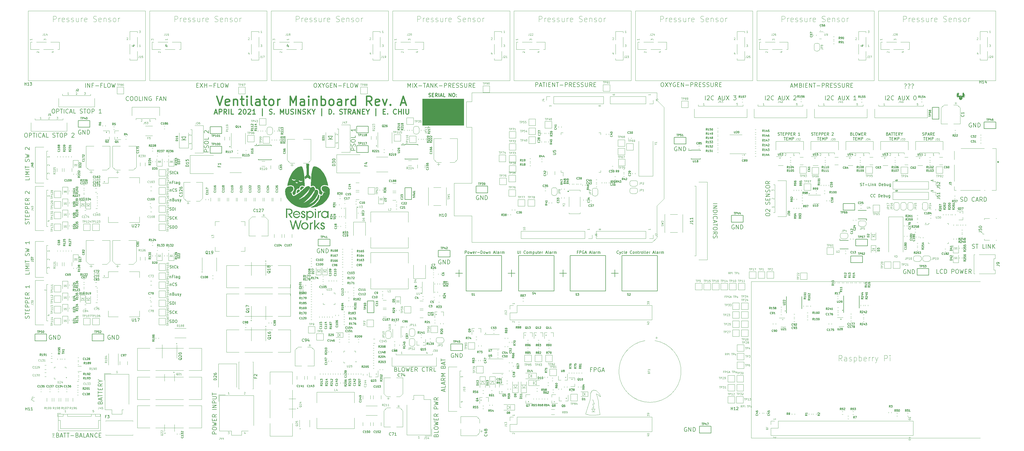
<source format=gto>
G04 #@! TF.GenerationSoftware,KiCad,Pcbnew,(5.1.9)-1*
G04 #@! TF.CreationDate,2021-03-30T23:48:26-07:00*
G04 #@! TF.ProjectId,Ventilator,56656e74-696c-4617-946f-722e6b696361,A*
G04 #@! TF.SameCoordinates,Original*
G04 #@! TF.FileFunction,Legend,Top*
G04 #@! TF.FilePolarity,Positive*
%FSLAX46Y46*%
G04 Gerber Fmt 4.6, Leading zero omitted, Abs format (unit mm)*
G04 Created by KiCad (PCBNEW (5.1.9)-1) date 2021-03-30 23:48:26*
%MOMM*%
%LPD*%
G01*
G04 APERTURE LIST*
%ADD10C,0.120000*%
%ADD11C,0.200000*%
%ADD12C,0.100000*%
%ADD13C,0.250000*%
%ADD14C,0.300000*%
%ADD15C,0.500000*%
%ADD16C,0.150000*%
%ADD17C,0.010000*%
%ADD18C,0.400000*%
G04 APERTURE END LIST*
D10*
X226600000Y-158200000D02*
X227000000Y-159200000D01*
X225400000Y-157000000D02*
X226600000Y-158200000D01*
X224800000Y-161800000D02*
X224200000Y-160200000D01*
X224200000Y-161800000D02*
X224800000Y-161800000D01*
X224600000Y-163000000D02*
X224200000Y-161800000D01*
X224200000Y-163000000D02*
X224600000Y-163000000D01*
X224400000Y-163600000D02*
X224200000Y-163000000D01*
X225000000Y-163600000D02*
X224400000Y-164600000D01*
X223800000Y-163600000D02*
X225000000Y-163600000D01*
X224400000Y-164600000D02*
X223800000Y-163600000D01*
X223800000Y-164600000D02*
X225000000Y-164600000D01*
X223000000Y-165800000D02*
X221600000Y-165400000D01*
X225000000Y-165800000D02*
X223000000Y-165800000D01*
X226800000Y-165600000D02*
X225000000Y-165800000D01*
X226400000Y-163000000D02*
X226800000Y-165600000D01*
X226200000Y-160800000D02*
X226400000Y-163000000D01*
X225800000Y-159000000D02*
X226200000Y-160800000D01*
X225400000Y-158200000D02*
X225800000Y-159000000D01*
X226000000Y-158400000D02*
X225400000Y-158200000D01*
X227000000Y-159200000D02*
X226000000Y-158400000D01*
X224400000Y-156800000D02*
X225400000Y-157000000D01*
X223800000Y-157200000D02*
X224400000Y-156800000D01*
X223400000Y-158000000D02*
X223800000Y-157200000D01*
X223400000Y-158800000D02*
X223400000Y-158000000D01*
X223200000Y-160400000D02*
X223400000Y-158800000D01*
X222600000Y-162400000D02*
X223200000Y-160400000D01*
X221600000Y-165400000D02*
X222600000Y-162400000D01*
D11*
X223871428Y-149492857D02*
X223371428Y-149492857D01*
X223371428Y-150278571D02*
X223371428Y-148778571D01*
X224085714Y-148778571D01*
X224657142Y-150278571D02*
X224657142Y-148778571D01*
X225228571Y-148778571D01*
X225371428Y-148850000D01*
X225442857Y-148921428D01*
X225514285Y-149064285D01*
X225514285Y-149278571D01*
X225442857Y-149421428D01*
X225371428Y-149492857D01*
X225228571Y-149564285D01*
X224657142Y-149564285D01*
X226942857Y-148850000D02*
X226800000Y-148778571D01*
X226585714Y-148778571D01*
X226371428Y-148850000D01*
X226228571Y-148992857D01*
X226157142Y-149135714D01*
X226085714Y-149421428D01*
X226085714Y-149635714D01*
X226157142Y-149921428D01*
X226228571Y-150064285D01*
X226371428Y-150207142D01*
X226585714Y-150278571D01*
X226728571Y-150278571D01*
X226942857Y-150207142D01*
X227014285Y-150135714D01*
X227014285Y-149635714D01*
X226728571Y-149635714D01*
X227585714Y-149850000D02*
X228300000Y-149850000D01*
X227442857Y-150278571D02*
X227942857Y-148778571D01*
X228442857Y-150278571D01*
X360128571Y-106007142D02*
X360342857Y-106078571D01*
X360700000Y-106078571D01*
X360842857Y-106007142D01*
X360914285Y-105935714D01*
X360985714Y-105792857D01*
X360985714Y-105650000D01*
X360914285Y-105507142D01*
X360842857Y-105435714D01*
X360700000Y-105364285D01*
X360414285Y-105292857D01*
X360271428Y-105221428D01*
X360200000Y-105150000D01*
X360128571Y-105007142D01*
X360128571Y-104864285D01*
X360200000Y-104721428D01*
X360271428Y-104650000D01*
X360414285Y-104578571D01*
X360771428Y-104578571D01*
X360985714Y-104650000D01*
X361414285Y-104578571D02*
X362271428Y-104578571D01*
X361842857Y-106078571D02*
X361842857Y-104578571D01*
X364628571Y-106078571D02*
X363914285Y-106078571D01*
X363914285Y-104578571D01*
X365128571Y-106078571D02*
X365128571Y-104578571D01*
X365842857Y-106078571D02*
X365842857Y-104578571D01*
X366700000Y-106078571D01*
X366700000Y-104578571D01*
X367414285Y-106078571D02*
X367414285Y-104578571D01*
X368271428Y-106078571D02*
X367628571Y-105221428D01*
X368271428Y-104578571D02*
X367414285Y-105435714D01*
X30900000Y-56178571D02*
X31185714Y-56178571D01*
X31328571Y-56250000D01*
X31471428Y-56392857D01*
X31542857Y-56678571D01*
X31542857Y-57178571D01*
X31471428Y-57464285D01*
X31328571Y-57607142D01*
X31185714Y-57678571D01*
X30900000Y-57678571D01*
X30757142Y-57607142D01*
X30614285Y-57464285D01*
X30542857Y-57178571D01*
X30542857Y-56678571D01*
X30614285Y-56392857D01*
X30757142Y-56250000D01*
X30900000Y-56178571D01*
X32185714Y-57678571D02*
X32185714Y-56178571D01*
X32757142Y-56178571D01*
X32900000Y-56250000D01*
X32971428Y-56321428D01*
X33042857Y-56464285D01*
X33042857Y-56678571D01*
X32971428Y-56821428D01*
X32900000Y-56892857D01*
X32757142Y-56964285D01*
X32185714Y-56964285D01*
X33471428Y-56178571D02*
X34328571Y-56178571D01*
X33900000Y-57678571D02*
X33900000Y-56178571D01*
X34828571Y-57678571D02*
X34828571Y-56178571D01*
X36400000Y-57535714D02*
X36328571Y-57607142D01*
X36114285Y-57678571D01*
X35971428Y-57678571D01*
X35757142Y-57607142D01*
X35614285Y-57464285D01*
X35542857Y-57321428D01*
X35471428Y-57035714D01*
X35471428Y-56821428D01*
X35542857Y-56535714D01*
X35614285Y-56392857D01*
X35757142Y-56250000D01*
X35971428Y-56178571D01*
X36114285Y-56178571D01*
X36328571Y-56250000D01*
X36400000Y-56321428D01*
X36971428Y-57250000D02*
X37685714Y-57250000D01*
X36828571Y-57678571D02*
X37328571Y-56178571D01*
X37828571Y-57678571D01*
X39042857Y-57678571D02*
X38328571Y-57678571D01*
X38328571Y-56178571D01*
X40614285Y-57607142D02*
X40828571Y-57678571D01*
X41185714Y-57678571D01*
X41328571Y-57607142D01*
X41400000Y-57535714D01*
X41471428Y-57392857D01*
X41471428Y-57250000D01*
X41400000Y-57107142D01*
X41328571Y-57035714D01*
X41185714Y-56964285D01*
X40900000Y-56892857D01*
X40757142Y-56821428D01*
X40685714Y-56750000D01*
X40614285Y-56607142D01*
X40614285Y-56464285D01*
X40685714Y-56321428D01*
X40757142Y-56250000D01*
X40900000Y-56178571D01*
X41257142Y-56178571D01*
X41471428Y-56250000D01*
X41900000Y-56178571D02*
X42757142Y-56178571D01*
X42328571Y-57678571D02*
X42328571Y-56178571D01*
X43542857Y-56178571D02*
X43828571Y-56178571D01*
X43971428Y-56250000D01*
X44114285Y-56392857D01*
X44185714Y-56678571D01*
X44185714Y-57178571D01*
X44114285Y-57464285D01*
X43971428Y-57607142D01*
X43828571Y-57678571D01*
X43542857Y-57678571D01*
X43400000Y-57607142D01*
X43257142Y-57464285D01*
X43185714Y-57178571D01*
X43185714Y-56678571D01*
X43257142Y-56392857D01*
X43400000Y-56250000D01*
X43542857Y-56178571D01*
X44828571Y-57678571D02*
X44828571Y-56178571D01*
X45400000Y-56178571D01*
X45542857Y-56250000D01*
X45614285Y-56321428D01*
X45685714Y-56464285D01*
X45685714Y-56678571D01*
X45614285Y-56821428D01*
X45542857Y-56892857D01*
X45400000Y-56964285D01*
X44828571Y-56964285D01*
X48257142Y-57678571D02*
X47400000Y-57678571D01*
X47828571Y-57678571D02*
X47828571Y-56178571D01*
X47685714Y-56392857D01*
X47542857Y-56535714D01*
X47400000Y-56607142D01*
X21100000Y-64778571D02*
X21385714Y-64778571D01*
X21528571Y-64850000D01*
X21671428Y-64992857D01*
X21742857Y-65278571D01*
X21742857Y-65778571D01*
X21671428Y-66064285D01*
X21528571Y-66207142D01*
X21385714Y-66278571D01*
X21100000Y-66278571D01*
X20957142Y-66207142D01*
X20814285Y-66064285D01*
X20742857Y-65778571D01*
X20742857Y-65278571D01*
X20814285Y-64992857D01*
X20957142Y-64850000D01*
X21100000Y-64778571D01*
X22385714Y-66278571D02*
X22385714Y-64778571D01*
X22957142Y-64778571D01*
X23100000Y-64850000D01*
X23171428Y-64921428D01*
X23242857Y-65064285D01*
X23242857Y-65278571D01*
X23171428Y-65421428D01*
X23100000Y-65492857D01*
X22957142Y-65564285D01*
X22385714Y-65564285D01*
X23671428Y-64778571D02*
X24528571Y-64778571D01*
X24100000Y-66278571D02*
X24100000Y-64778571D01*
X25028571Y-66278571D02*
X25028571Y-64778571D01*
X26600000Y-66135714D02*
X26528571Y-66207142D01*
X26314285Y-66278571D01*
X26171428Y-66278571D01*
X25957142Y-66207142D01*
X25814285Y-66064285D01*
X25742857Y-65921428D01*
X25671428Y-65635714D01*
X25671428Y-65421428D01*
X25742857Y-65135714D01*
X25814285Y-64992857D01*
X25957142Y-64850000D01*
X26171428Y-64778571D01*
X26314285Y-64778571D01*
X26528571Y-64850000D01*
X26600000Y-64921428D01*
X27171428Y-65850000D02*
X27885714Y-65850000D01*
X27028571Y-66278571D02*
X27528571Y-64778571D01*
X28028571Y-66278571D01*
X29242857Y-66278571D02*
X28528571Y-66278571D01*
X28528571Y-64778571D01*
X30814285Y-66207142D02*
X31028571Y-66278571D01*
X31385714Y-66278571D01*
X31528571Y-66207142D01*
X31600000Y-66135714D01*
X31671428Y-65992857D01*
X31671428Y-65850000D01*
X31600000Y-65707142D01*
X31528571Y-65635714D01*
X31385714Y-65564285D01*
X31100000Y-65492857D01*
X30957142Y-65421428D01*
X30885714Y-65350000D01*
X30814285Y-65207142D01*
X30814285Y-65064285D01*
X30885714Y-64921428D01*
X30957142Y-64850000D01*
X31100000Y-64778571D01*
X31457142Y-64778571D01*
X31671428Y-64850000D01*
X32100000Y-64778571D02*
X32957142Y-64778571D01*
X32528571Y-66278571D02*
X32528571Y-64778571D01*
X33742857Y-64778571D02*
X34028571Y-64778571D01*
X34171428Y-64850000D01*
X34314285Y-64992857D01*
X34385714Y-65278571D01*
X34385714Y-65778571D01*
X34314285Y-66064285D01*
X34171428Y-66207142D01*
X34028571Y-66278571D01*
X33742857Y-66278571D01*
X33600000Y-66207142D01*
X33457142Y-66064285D01*
X33385714Y-65778571D01*
X33385714Y-65278571D01*
X33457142Y-64992857D01*
X33600000Y-64850000D01*
X33742857Y-64778571D01*
X35028571Y-66278571D02*
X35028571Y-64778571D01*
X35600000Y-64778571D01*
X35742857Y-64850000D01*
X35814285Y-64921428D01*
X35885714Y-65064285D01*
X35885714Y-65278571D01*
X35814285Y-65421428D01*
X35742857Y-65492857D01*
X35600000Y-65564285D01*
X35028571Y-65564285D01*
X37600000Y-64921428D02*
X37671428Y-64850000D01*
X37814285Y-64778571D01*
X38171428Y-64778571D01*
X38314285Y-64850000D01*
X38385714Y-64921428D01*
X38457142Y-65064285D01*
X38457142Y-65207142D01*
X38385714Y-65421428D01*
X37528571Y-66278571D01*
X38457142Y-66278571D01*
X139178571Y-70935714D02*
X137678571Y-70935714D01*
X137678571Y-70364285D01*
X137750000Y-70221428D01*
X137821428Y-70150000D01*
X137964285Y-70078571D01*
X138178571Y-70078571D01*
X138321428Y-70150000D01*
X138392857Y-70221428D01*
X138464285Y-70364285D01*
X138464285Y-70935714D01*
X139107142Y-69507142D02*
X139178571Y-69292857D01*
X139178571Y-68935714D01*
X139107142Y-68792857D01*
X139035714Y-68721428D01*
X138892857Y-68650000D01*
X138750000Y-68650000D01*
X138607142Y-68721428D01*
X138535714Y-68792857D01*
X138464285Y-68935714D01*
X138392857Y-69221428D01*
X138321428Y-69364285D01*
X138250000Y-69435714D01*
X138107142Y-69507142D01*
X137964285Y-69507142D01*
X137821428Y-69435714D01*
X137750000Y-69364285D01*
X137678571Y-69221428D01*
X137678571Y-68864285D01*
X137750000Y-68650000D01*
X137678571Y-67721428D02*
X137678571Y-67435714D01*
X137750000Y-67292857D01*
X137892857Y-67150000D01*
X138178571Y-67078571D01*
X138678571Y-67078571D01*
X138964285Y-67150000D01*
X139107142Y-67292857D01*
X139178571Y-67435714D01*
X139178571Y-67721428D01*
X139107142Y-67864285D01*
X138964285Y-68007142D01*
X138678571Y-68078571D01*
X138178571Y-68078571D01*
X137892857Y-68007142D01*
X137750000Y-67864285D01*
X137678571Y-67721428D01*
X139178571Y-65721428D02*
X139178571Y-66435714D01*
X137678571Y-66435714D01*
X139178571Y-63292857D02*
X139178571Y-64150000D01*
X139178571Y-63721428D02*
X137678571Y-63721428D01*
X137892857Y-63864285D01*
X138035714Y-64007142D01*
X138107142Y-64150000D01*
X86578571Y-71535714D02*
X85078571Y-71535714D01*
X85078571Y-70964285D01*
X85150000Y-70821428D01*
X85221428Y-70750000D01*
X85364285Y-70678571D01*
X85578571Y-70678571D01*
X85721428Y-70750000D01*
X85792857Y-70821428D01*
X85864285Y-70964285D01*
X85864285Y-71535714D01*
X86507142Y-70107142D02*
X86578571Y-69892857D01*
X86578571Y-69535714D01*
X86507142Y-69392857D01*
X86435714Y-69321428D01*
X86292857Y-69250000D01*
X86150000Y-69250000D01*
X86007142Y-69321428D01*
X85935714Y-69392857D01*
X85864285Y-69535714D01*
X85792857Y-69821428D01*
X85721428Y-69964285D01*
X85650000Y-70035714D01*
X85507142Y-70107142D01*
X85364285Y-70107142D01*
X85221428Y-70035714D01*
X85150000Y-69964285D01*
X85078571Y-69821428D01*
X85078571Y-69464285D01*
X85150000Y-69250000D01*
X85078571Y-68321428D02*
X85078571Y-68035714D01*
X85150000Y-67892857D01*
X85292857Y-67750000D01*
X85578571Y-67678571D01*
X86078571Y-67678571D01*
X86364285Y-67750000D01*
X86507142Y-67892857D01*
X86578571Y-68035714D01*
X86578571Y-68321428D01*
X86507142Y-68464285D01*
X86364285Y-68607142D01*
X86078571Y-68678571D01*
X85578571Y-68678571D01*
X85292857Y-68607142D01*
X85150000Y-68464285D01*
X85078571Y-68321428D01*
X86578571Y-66321428D02*
X86578571Y-67035714D01*
X85078571Y-67035714D01*
X85221428Y-64750000D02*
X85150000Y-64678571D01*
X85078571Y-64535714D01*
X85078571Y-64178571D01*
X85150000Y-64035714D01*
X85221428Y-63964285D01*
X85364285Y-63892857D01*
X85507142Y-63892857D01*
X85721428Y-63964285D01*
X86578571Y-64821428D01*
X86578571Y-63892857D01*
D12*
G36*
X178000000Y-62000000D02*
G01*
X163200000Y-62000000D01*
X163200000Y-52500000D01*
X178000000Y-52500000D01*
X178000000Y-62000000D01*
G37*
X178000000Y-62000000D02*
X163200000Y-62000000D01*
X163200000Y-52500000D01*
X178000000Y-52500000D01*
X178000000Y-62000000D01*
D11*
X183357142Y-87250000D02*
X183214285Y-87178571D01*
X183000000Y-87178571D01*
X182785714Y-87250000D01*
X182642857Y-87392857D01*
X182571428Y-87535714D01*
X182500000Y-87821428D01*
X182500000Y-88035714D01*
X182571428Y-88321428D01*
X182642857Y-88464285D01*
X182785714Y-88607142D01*
X183000000Y-88678571D01*
X183142857Y-88678571D01*
X183357142Y-88607142D01*
X183428571Y-88535714D01*
X183428571Y-88035714D01*
X183142857Y-88035714D01*
X184071428Y-88678571D02*
X184071428Y-87178571D01*
X184928571Y-88678571D01*
X184928571Y-87178571D01*
X185642857Y-88678571D02*
X185642857Y-87178571D01*
X186000000Y-87178571D01*
X186214285Y-87250000D01*
X186357142Y-87392857D01*
X186428571Y-87535714D01*
X186500000Y-87821428D01*
X186500000Y-88035714D01*
X186428571Y-88321428D01*
X186357142Y-88464285D01*
X186214285Y-88607142D01*
X186000000Y-88678571D01*
X185642857Y-88678571D01*
X174357142Y-143750000D02*
X174214285Y-143678571D01*
X174000000Y-143678571D01*
X173785714Y-143750000D01*
X173642857Y-143892857D01*
X173571428Y-144035714D01*
X173500000Y-144321428D01*
X173500000Y-144535714D01*
X173571428Y-144821428D01*
X173642857Y-144964285D01*
X173785714Y-145107142D01*
X174000000Y-145178571D01*
X174142857Y-145178571D01*
X174357142Y-145107142D01*
X174428571Y-145035714D01*
X174428571Y-144535714D01*
X174142857Y-144535714D01*
X175071428Y-145178571D02*
X175071428Y-143678571D01*
X175928571Y-145178571D01*
X175928571Y-143678571D01*
X176642857Y-145178571D02*
X176642857Y-143678571D01*
X177000000Y-143678571D01*
X177214285Y-143750000D01*
X177357142Y-143892857D01*
X177428571Y-144035714D01*
X177500000Y-144321428D01*
X177500000Y-144535714D01*
X177428571Y-144821428D01*
X177357142Y-144964285D01*
X177214285Y-145107142D01*
X177000000Y-145178571D01*
X176642857Y-145178571D01*
X336357142Y-113750000D02*
X336214285Y-113678571D01*
X336000000Y-113678571D01*
X335785714Y-113750000D01*
X335642857Y-113892857D01*
X335571428Y-114035714D01*
X335500000Y-114321428D01*
X335500000Y-114535714D01*
X335571428Y-114821428D01*
X335642857Y-114964285D01*
X335785714Y-115107142D01*
X336000000Y-115178571D01*
X336142857Y-115178571D01*
X336357142Y-115107142D01*
X336428571Y-115035714D01*
X336428571Y-114535714D01*
X336142857Y-114535714D01*
X337071428Y-115178571D02*
X337071428Y-113678571D01*
X337928571Y-115178571D01*
X337928571Y-113678571D01*
X338642857Y-115178571D02*
X338642857Y-113678571D01*
X339000000Y-113678571D01*
X339214285Y-113750000D01*
X339357142Y-113892857D01*
X339428571Y-114035714D01*
X339500000Y-114321428D01*
X339500000Y-114535714D01*
X339428571Y-114821428D01*
X339357142Y-114964285D01*
X339214285Y-115107142D01*
X339000000Y-115178571D01*
X338642857Y-115178571D01*
X274857142Y-97750000D02*
X274714285Y-97678571D01*
X274500000Y-97678571D01*
X274285714Y-97750000D01*
X274142857Y-97892857D01*
X274071428Y-98035714D01*
X274000000Y-98321428D01*
X274000000Y-98535714D01*
X274071428Y-98821428D01*
X274142857Y-98964285D01*
X274285714Y-99107142D01*
X274500000Y-99178571D01*
X274642857Y-99178571D01*
X274857142Y-99107142D01*
X274928571Y-99035714D01*
X274928571Y-98535714D01*
X274642857Y-98535714D01*
X275571428Y-99178571D02*
X275571428Y-97678571D01*
X276428571Y-99178571D01*
X276428571Y-97678571D01*
X277142857Y-99178571D02*
X277142857Y-97678571D01*
X277500000Y-97678571D01*
X277714285Y-97750000D01*
X277857142Y-97892857D01*
X277928571Y-98035714D01*
X278000000Y-98321428D01*
X278000000Y-98535714D01*
X277928571Y-98821428D01*
X277857142Y-98964285D01*
X277714285Y-99107142D01*
X277500000Y-99178571D01*
X277142857Y-99178571D01*
X257857142Y-170250000D02*
X257714285Y-170178571D01*
X257500000Y-170178571D01*
X257285714Y-170250000D01*
X257142857Y-170392857D01*
X257071428Y-170535714D01*
X257000000Y-170821428D01*
X257000000Y-171035714D01*
X257071428Y-171321428D01*
X257142857Y-171464285D01*
X257285714Y-171607142D01*
X257500000Y-171678571D01*
X257642857Y-171678571D01*
X257857142Y-171607142D01*
X257928571Y-171535714D01*
X257928571Y-171035714D01*
X257642857Y-171035714D01*
X258571428Y-171678571D02*
X258571428Y-170178571D01*
X259428571Y-171678571D01*
X259428571Y-170178571D01*
X260142857Y-171678571D02*
X260142857Y-170178571D01*
X260500000Y-170178571D01*
X260714285Y-170250000D01*
X260857142Y-170392857D01*
X260928571Y-170535714D01*
X261000000Y-170821428D01*
X261000000Y-171035714D01*
X260928571Y-171321428D01*
X260857142Y-171464285D01*
X260714285Y-171607142D01*
X260500000Y-171678571D01*
X260142857Y-171678571D01*
X126357142Y-106250000D02*
X126214285Y-106178571D01*
X126000000Y-106178571D01*
X125785714Y-106250000D01*
X125642857Y-106392857D01*
X125571428Y-106535714D01*
X125500000Y-106821428D01*
X125500000Y-107035714D01*
X125571428Y-107321428D01*
X125642857Y-107464285D01*
X125785714Y-107607142D01*
X126000000Y-107678571D01*
X126142857Y-107678571D01*
X126357142Y-107607142D01*
X126428571Y-107535714D01*
X126428571Y-107035714D01*
X126142857Y-107035714D01*
X127071428Y-107678571D02*
X127071428Y-106178571D01*
X127928571Y-107678571D01*
X127928571Y-106178571D01*
X128642857Y-107678571D02*
X128642857Y-106178571D01*
X129000000Y-106178571D01*
X129214285Y-106250000D01*
X129357142Y-106392857D01*
X129428571Y-106535714D01*
X129500000Y-106821428D01*
X129500000Y-107035714D01*
X129428571Y-107321428D01*
X129357142Y-107464285D01*
X129214285Y-107607142D01*
X129000000Y-107678571D01*
X128642857Y-107678571D01*
X169857142Y-110250000D02*
X169714285Y-110178571D01*
X169500000Y-110178571D01*
X169285714Y-110250000D01*
X169142857Y-110392857D01*
X169071428Y-110535714D01*
X169000000Y-110821428D01*
X169000000Y-111035714D01*
X169071428Y-111321428D01*
X169142857Y-111464285D01*
X169285714Y-111607142D01*
X169500000Y-111678571D01*
X169642857Y-111678571D01*
X169857142Y-111607142D01*
X169928571Y-111535714D01*
X169928571Y-111035714D01*
X169642857Y-111035714D01*
X170571428Y-111678571D02*
X170571428Y-110178571D01*
X171428571Y-111678571D01*
X171428571Y-110178571D01*
X172142857Y-111678571D02*
X172142857Y-110178571D01*
X172500000Y-110178571D01*
X172714285Y-110250000D01*
X172857142Y-110392857D01*
X172928571Y-110535714D01*
X173000000Y-110821428D01*
X173000000Y-111035714D01*
X172928571Y-111321428D01*
X172857142Y-111464285D01*
X172714285Y-111607142D01*
X172500000Y-111678571D01*
X172142857Y-111678571D01*
X254357142Y-69750000D02*
X254214285Y-69678571D01*
X254000000Y-69678571D01*
X253785714Y-69750000D01*
X253642857Y-69892857D01*
X253571428Y-70035714D01*
X253500000Y-70321428D01*
X253500000Y-70535714D01*
X253571428Y-70821428D01*
X253642857Y-70964285D01*
X253785714Y-71107142D01*
X254000000Y-71178571D01*
X254142857Y-71178571D01*
X254357142Y-71107142D01*
X254428571Y-71035714D01*
X254428571Y-70535714D01*
X254142857Y-70535714D01*
X255071428Y-71178571D02*
X255071428Y-69678571D01*
X255928571Y-71178571D01*
X255928571Y-69678571D01*
X256642857Y-71178571D02*
X256642857Y-69678571D01*
X257000000Y-69678571D01*
X257214285Y-69750000D01*
X257357142Y-69892857D01*
X257428571Y-70035714D01*
X257500000Y-70321428D01*
X257500000Y-70535714D01*
X257428571Y-70821428D01*
X257357142Y-70964285D01*
X257214285Y-71107142D01*
X257000000Y-71178571D01*
X256642857Y-71178571D01*
X359857142Y-61250000D02*
X359714285Y-61178571D01*
X359500000Y-61178571D01*
X359285714Y-61250000D01*
X359142857Y-61392857D01*
X359071428Y-61535714D01*
X359000000Y-61821428D01*
X359000000Y-62035714D01*
X359071428Y-62321428D01*
X359142857Y-62464285D01*
X359285714Y-62607142D01*
X359500000Y-62678571D01*
X359642857Y-62678571D01*
X359857142Y-62607142D01*
X359928571Y-62535714D01*
X359928571Y-62035714D01*
X359642857Y-62035714D01*
X360571428Y-62678571D02*
X360571428Y-61178571D01*
X361428571Y-62678571D01*
X361428571Y-61178571D01*
X362142857Y-62678571D02*
X362142857Y-61178571D01*
X362500000Y-61178571D01*
X362714285Y-61250000D01*
X362857142Y-61392857D01*
X362928571Y-61535714D01*
X363000000Y-61821428D01*
X363000000Y-62035714D01*
X362928571Y-62321428D01*
X362857142Y-62464285D01*
X362714285Y-62607142D01*
X362500000Y-62678571D01*
X362142857Y-62678571D01*
X51357142Y-137250000D02*
X51214285Y-137178571D01*
X51000000Y-137178571D01*
X50785714Y-137250000D01*
X50642857Y-137392857D01*
X50571428Y-137535714D01*
X50500000Y-137821428D01*
X50500000Y-138035714D01*
X50571428Y-138321428D01*
X50642857Y-138464285D01*
X50785714Y-138607142D01*
X51000000Y-138678571D01*
X51142857Y-138678571D01*
X51357142Y-138607142D01*
X51428571Y-138535714D01*
X51428571Y-138035714D01*
X51142857Y-138035714D01*
X52071428Y-138678571D02*
X52071428Y-137178571D01*
X52928571Y-138678571D01*
X52928571Y-137178571D01*
X53642857Y-138678571D02*
X53642857Y-137178571D01*
X54000000Y-137178571D01*
X54214285Y-137250000D01*
X54357142Y-137392857D01*
X54428571Y-137535714D01*
X54500000Y-137821428D01*
X54500000Y-138035714D01*
X54428571Y-138321428D01*
X54357142Y-138464285D01*
X54214285Y-138607142D01*
X54000000Y-138678571D01*
X53642857Y-138678571D01*
X30357142Y-137250000D02*
X30214285Y-137178571D01*
X30000000Y-137178571D01*
X29785714Y-137250000D01*
X29642857Y-137392857D01*
X29571428Y-137535714D01*
X29500000Y-137821428D01*
X29500000Y-138035714D01*
X29571428Y-138321428D01*
X29642857Y-138464285D01*
X29785714Y-138607142D01*
X30000000Y-138678571D01*
X30142857Y-138678571D01*
X30357142Y-138607142D01*
X30428571Y-138535714D01*
X30428571Y-138035714D01*
X30142857Y-138035714D01*
X31071428Y-138678571D02*
X31071428Y-137178571D01*
X31928571Y-138678571D01*
X31928571Y-137178571D01*
X32642857Y-138678571D02*
X32642857Y-137178571D01*
X33000000Y-137178571D01*
X33214285Y-137250000D01*
X33357142Y-137392857D01*
X33428571Y-137535714D01*
X33500000Y-137821428D01*
X33500000Y-138035714D01*
X33428571Y-138321428D01*
X33357142Y-138464285D01*
X33214285Y-138607142D01*
X33000000Y-138678571D01*
X32642857Y-138678571D01*
X40857142Y-63750000D02*
X40714285Y-63678571D01*
X40500000Y-63678571D01*
X40285714Y-63750000D01*
X40142857Y-63892857D01*
X40071428Y-64035714D01*
X40000000Y-64321428D01*
X40000000Y-64535714D01*
X40071428Y-64821428D01*
X40142857Y-64964285D01*
X40285714Y-65107142D01*
X40500000Y-65178571D01*
X40642857Y-65178571D01*
X40857142Y-65107142D01*
X40928571Y-65035714D01*
X40928571Y-64535714D01*
X40642857Y-64535714D01*
X41571428Y-65178571D02*
X41571428Y-63678571D01*
X42428571Y-65178571D01*
X42428571Y-63678571D01*
X43142857Y-65178571D02*
X43142857Y-63678571D01*
X43500000Y-63678571D01*
X43714285Y-63750000D01*
X43857142Y-63892857D01*
X43928571Y-64035714D01*
X44000000Y-64321428D01*
X44000000Y-64535714D01*
X43928571Y-64821428D01*
X43857142Y-64964285D01*
X43714285Y-65107142D01*
X43500000Y-65178571D01*
X43142857Y-65178571D01*
D13*
X165458928Y-51705952D02*
X165637500Y-51765476D01*
X165935119Y-51765476D01*
X166054166Y-51705952D01*
X166113690Y-51646428D01*
X166173214Y-51527380D01*
X166173214Y-51408333D01*
X166113690Y-51289285D01*
X166054166Y-51229761D01*
X165935119Y-51170238D01*
X165697023Y-51110714D01*
X165577976Y-51051190D01*
X165518452Y-50991666D01*
X165458928Y-50872619D01*
X165458928Y-50753571D01*
X165518452Y-50634523D01*
X165577976Y-50575000D01*
X165697023Y-50515476D01*
X165994642Y-50515476D01*
X166173214Y-50575000D01*
X166708928Y-51110714D02*
X167125595Y-51110714D01*
X167304166Y-51765476D02*
X166708928Y-51765476D01*
X166708928Y-50515476D01*
X167304166Y-50515476D01*
X168554166Y-51765476D02*
X168137500Y-51170238D01*
X167839880Y-51765476D02*
X167839880Y-50515476D01*
X168316071Y-50515476D01*
X168435119Y-50575000D01*
X168494642Y-50634523D01*
X168554166Y-50753571D01*
X168554166Y-50932142D01*
X168494642Y-51051190D01*
X168435119Y-51110714D01*
X168316071Y-51170238D01*
X167839880Y-51170238D01*
X169089880Y-51765476D02*
X169089880Y-50515476D01*
X169625595Y-51408333D02*
X170220833Y-51408333D01*
X169506547Y-51765476D02*
X169923214Y-50515476D01*
X170339880Y-51765476D01*
X171351785Y-51765476D02*
X170756547Y-51765476D01*
X170756547Y-50515476D01*
X172720833Y-51765476D02*
X172720833Y-50515476D01*
X173435119Y-51765476D01*
X173435119Y-50515476D01*
X174268452Y-50515476D02*
X174506547Y-50515476D01*
X174625595Y-50575000D01*
X174744642Y-50694047D01*
X174804166Y-50932142D01*
X174804166Y-51348809D01*
X174744642Y-51586904D01*
X174625595Y-51705952D01*
X174506547Y-51765476D01*
X174268452Y-51765476D01*
X174149404Y-51705952D01*
X174030357Y-51586904D01*
X173970833Y-51348809D01*
X173970833Y-50932142D01*
X174030357Y-50694047D01*
X174149404Y-50575000D01*
X174268452Y-50515476D01*
X175339880Y-51646428D02*
X175399404Y-51705952D01*
X175339880Y-51765476D01*
X175280357Y-51705952D01*
X175339880Y-51646428D01*
X175339880Y-51765476D01*
X175339880Y-50991666D02*
X175399404Y-51051190D01*
X175339880Y-51110714D01*
X175280357Y-51051190D01*
X175339880Y-50991666D01*
X175339880Y-51110714D01*
D14*
X88808333Y-57491666D02*
X89641666Y-57491666D01*
X88641666Y-57991666D02*
X89225000Y-56241666D01*
X89808333Y-57991666D01*
X90391666Y-57991666D02*
X90391666Y-56241666D01*
X91058333Y-56241666D01*
X91225000Y-56325000D01*
X91308333Y-56408333D01*
X91391666Y-56575000D01*
X91391666Y-56825000D01*
X91308333Y-56991666D01*
X91225000Y-57075000D01*
X91058333Y-57158333D01*
X90391666Y-57158333D01*
X93141666Y-57991666D02*
X92558333Y-57158333D01*
X92141666Y-57991666D02*
X92141666Y-56241666D01*
X92808333Y-56241666D01*
X92975000Y-56325000D01*
X93058333Y-56408333D01*
X93141666Y-56575000D01*
X93141666Y-56825000D01*
X93058333Y-56991666D01*
X92975000Y-57075000D01*
X92808333Y-57158333D01*
X92141666Y-57158333D01*
X93891666Y-57991666D02*
X93891666Y-56241666D01*
X95558333Y-57991666D02*
X94725000Y-57991666D01*
X94725000Y-56241666D01*
X97391666Y-56408333D02*
X97475000Y-56325000D01*
X97641666Y-56241666D01*
X98058333Y-56241666D01*
X98225000Y-56325000D01*
X98308333Y-56408333D01*
X98391666Y-56575000D01*
X98391666Y-56741666D01*
X98308333Y-56991666D01*
X97308333Y-57991666D01*
X98391666Y-57991666D01*
X99475000Y-56241666D02*
X99641666Y-56241666D01*
X99808333Y-56325000D01*
X99891666Y-56408333D01*
X99975000Y-56575000D01*
X100058333Y-56908333D01*
X100058333Y-57325000D01*
X99975000Y-57658333D01*
X99891666Y-57825000D01*
X99808333Y-57908333D01*
X99641666Y-57991666D01*
X99475000Y-57991666D01*
X99308333Y-57908333D01*
X99225000Y-57825000D01*
X99141666Y-57658333D01*
X99058333Y-57325000D01*
X99058333Y-56908333D01*
X99141666Y-56575000D01*
X99225000Y-56408333D01*
X99308333Y-56325000D01*
X99475000Y-56241666D01*
X100725000Y-56408333D02*
X100808333Y-56325000D01*
X100975000Y-56241666D01*
X101391666Y-56241666D01*
X101558333Y-56325000D01*
X101641666Y-56408333D01*
X101725000Y-56575000D01*
X101725000Y-56741666D01*
X101641666Y-56991666D01*
X100641666Y-57991666D01*
X101725000Y-57991666D01*
X103391666Y-57991666D02*
X102391666Y-57991666D01*
X102891666Y-57991666D02*
X102891666Y-56241666D01*
X102725000Y-56491666D01*
X102558333Y-56658333D01*
X102391666Y-56741666D01*
X105891666Y-58575000D02*
X105891666Y-56075000D01*
X108391666Y-57908333D02*
X108641666Y-57991666D01*
X109058333Y-57991666D01*
X109225000Y-57908333D01*
X109308333Y-57825000D01*
X109391666Y-57658333D01*
X109391666Y-57491666D01*
X109308333Y-57325000D01*
X109225000Y-57241666D01*
X109058333Y-57158333D01*
X108725000Y-57075000D01*
X108558333Y-56991666D01*
X108475000Y-56908333D01*
X108391666Y-56741666D01*
X108391666Y-56575000D01*
X108475000Y-56408333D01*
X108558333Y-56325000D01*
X108725000Y-56241666D01*
X109141666Y-56241666D01*
X109391666Y-56325000D01*
X110141666Y-57825000D02*
X110225000Y-57908333D01*
X110141666Y-57991666D01*
X110058333Y-57908333D01*
X110141666Y-57825000D01*
X110141666Y-57991666D01*
X112308333Y-57991666D02*
X112308333Y-56241666D01*
X112891666Y-57491666D01*
X113475000Y-56241666D01*
X113475000Y-57991666D01*
X114308333Y-56241666D02*
X114308333Y-57658333D01*
X114391666Y-57825000D01*
X114475000Y-57908333D01*
X114641666Y-57991666D01*
X114975000Y-57991666D01*
X115141666Y-57908333D01*
X115225000Y-57825000D01*
X115308333Y-57658333D01*
X115308333Y-56241666D01*
X116058333Y-57908333D02*
X116308333Y-57991666D01*
X116725000Y-57991666D01*
X116891666Y-57908333D01*
X116975000Y-57825000D01*
X117058333Y-57658333D01*
X117058333Y-57491666D01*
X116975000Y-57325000D01*
X116891666Y-57241666D01*
X116725000Y-57158333D01*
X116391666Y-57075000D01*
X116225000Y-56991666D01*
X116141666Y-56908333D01*
X116058333Y-56741666D01*
X116058333Y-56575000D01*
X116141666Y-56408333D01*
X116225000Y-56325000D01*
X116391666Y-56241666D01*
X116808333Y-56241666D01*
X117058333Y-56325000D01*
X117808333Y-57991666D02*
X117808333Y-56241666D01*
X118641666Y-57991666D02*
X118641666Y-56241666D01*
X119641666Y-57991666D01*
X119641666Y-56241666D01*
X120391666Y-57908333D02*
X120641666Y-57991666D01*
X121058333Y-57991666D01*
X121225000Y-57908333D01*
X121308333Y-57825000D01*
X121391666Y-57658333D01*
X121391666Y-57491666D01*
X121308333Y-57325000D01*
X121225000Y-57241666D01*
X121058333Y-57158333D01*
X120725000Y-57075000D01*
X120558333Y-56991666D01*
X120475000Y-56908333D01*
X120391666Y-56741666D01*
X120391666Y-56575000D01*
X120475000Y-56408333D01*
X120558333Y-56325000D01*
X120725000Y-56241666D01*
X121141666Y-56241666D01*
X121391666Y-56325000D01*
X122141666Y-57991666D02*
X122141666Y-56241666D01*
X123141666Y-57991666D02*
X122391666Y-56991666D01*
X123141666Y-56241666D02*
X122141666Y-57241666D01*
X124225000Y-57158333D02*
X124225000Y-57991666D01*
X123641666Y-56241666D02*
X124225000Y-57158333D01*
X124808333Y-56241666D01*
X127141666Y-58575000D02*
X127141666Y-56075000D01*
X129725000Y-57991666D02*
X129725000Y-56241666D01*
X130141666Y-56241666D01*
X130391666Y-56325000D01*
X130558333Y-56491666D01*
X130641666Y-56658333D01*
X130725000Y-56991666D01*
X130725000Y-57241666D01*
X130641666Y-57575000D01*
X130558333Y-57741666D01*
X130391666Y-57908333D01*
X130141666Y-57991666D01*
X129725000Y-57991666D01*
X131475000Y-57825000D02*
X131558333Y-57908333D01*
X131475000Y-57991666D01*
X131391666Y-57908333D01*
X131475000Y-57825000D01*
X131475000Y-57991666D01*
X133558333Y-57908333D02*
X133808333Y-57991666D01*
X134225000Y-57991666D01*
X134391666Y-57908333D01*
X134475000Y-57825000D01*
X134558333Y-57658333D01*
X134558333Y-57491666D01*
X134475000Y-57325000D01*
X134391666Y-57241666D01*
X134225000Y-57158333D01*
X133891666Y-57075000D01*
X133725000Y-56991666D01*
X133641666Y-56908333D01*
X133558333Y-56741666D01*
X133558333Y-56575000D01*
X133641666Y-56408333D01*
X133725000Y-56325000D01*
X133891666Y-56241666D01*
X134308333Y-56241666D01*
X134558333Y-56325000D01*
X135058333Y-56241666D02*
X136058333Y-56241666D01*
X135558333Y-57991666D02*
X135558333Y-56241666D01*
X137641666Y-57991666D02*
X137058333Y-57158333D01*
X136641666Y-57991666D02*
X136641666Y-56241666D01*
X137308333Y-56241666D01*
X137475000Y-56325000D01*
X137558333Y-56408333D01*
X137641666Y-56575000D01*
X137641666Y-56825000D01*
X137558333Y-56991666D01*
X137475000Y-57075000D01*
X137308333Y-57158333D01*
X136641666Y-57158333D01*
X138308333Y-57491666D02*
X139141666Y-57491666D01*
X138141666Y-57991666D02*
X138725000Y-56241666D01*
X139308333Y-57991666D01*
X139891666Y-57991666D02*
X139891666Y-56241666D01*
X140891666Y-57991666D01*
X140891666Y-56241666D01*
X141725000Y-57075000D02*
X142308333Y-57075000D01*
X142558333Y-57991666D02*
X141725000Y-57991666D01*
X141725000Y-56241666D01*
X142558333Y-56241666D01*
X143641666Y-57158333D02*
X143641666Y-57991666D01*
X143058333Y-56241666D02*
X143641666Y-57158333D01*
X144225000Y-56241666D01*
X146558333Y-58575000D02*
X146558333Y-56075000D01*
X149141666Y-57075000D02*
X149725000Y-57075000D01*
X149975000Y-57991666D02*
X149141666Y-57991666D01*
X149141666Y-56241666D01*
X149975000Y-56241666D01*
X150725000Y-57825000D02*
X150808333Y-57908333D01*
X150725000Y-57991666D01*
X150641666Y-57908333D01*
X150725000Y-57825000D01*
X150725000Y-57991666D01*
X153891666Y-57825000D02*
X153808333Y-57908333D01*
X153558333Y-57991666D01*
X153391666Y-57991666D01*
X153141666Y-57908333D01*
X152975000Y-57741666D01*
X152891666Y-57575000D01*
X152808333Y-57241666D01*
X152808333Y-56991666D01*
X152891666Y-56658333D01*
X152975000Y-56491666D01*
X153141666Y-56325000D01*
X153391666Y-56241666D01*
X153558333Y-56241666D01*
X153808333Y-56325000D01*
X153891666Y-56408333D01*
X154641666Y-57991666D02*
X154641666Y-56241666D01*
X154641666Y-57075000D02*
X155641666Y-57075000D01*
X155641666Y-57991666D02*
X155641666Y-56241666D01*
X156475000Y-57991666D02*
X156475000Y-56241666D01*
X157308333Y-56241666D02*
X157308333Y-57658333D01*
X157391666Y-57825000D01*
X157475000Y-57908333D01*
X157641666Y-57991666D01*
X157975000Y-57991666D01*
X158141666Y-57908333D01*
X158225000Y-57825000D01*
X158308333Y-57658333D01*
X158308333Y-56241666D01*
D15*
X89529761Y-51620238D02*
X90613095Y-54870238D01*
X91696428Y-51620238D01*
X94017857Y-54715476D02*
X93708333Y-54870238D01*
X93089285Y-54870238D01*
X92779761Y-54715476D01*
X92625000Y-54405952D01*
X92625000Y-53167857D01*
X92779761Y-52858333D01*
X93089285Y-52703571D01*
X93708333Y-52703571D01*
X94017857Y-52858333D01*
X94172619Y-53167857D01*
X94172619Y-53477380D01*
X92625000Y-53786904D01*
X95565476Y-52703571D02*
X95565476Y-54870238D01*
X95565476Y-53013095D02*
X95720238Y-52858333D01*
X96029761Y-52703571D01*
X96494047Y-52703571D01*
X96803571Y-52858333D01*
X96958333Y-53167857D01*
X96958333Y-54870238D01*
X98041666Y-52703571D02*
X99279761Y-52703571D01*
X98505952Y-51620238D02*
X98505952Y-54405952D01*
X98660714Y-54715476D01*
X98970238Y-54870238D01*
X99279761Y-54870238D01*
X100363095Y-54870238D02*
X100363095Y-52703571D01*
X100363095Y-51620238D02*
X100208333Y-51775000D01*
X100363095Y-51929761D01*
X100517857Y-51775000D01*
X100363095Y-51620238D01*
X100363095Y-51929761D01*
X102375000Y-54870238D02*
X102065476Y-54715476D01*
X101910714Y-54405952D01*
X101910714Y-51620238D01*
X105005952Y-54870238D02*
X105005952Y-53167857D01*
X104851190Y-52858333D01*
X104541666Y-52703571D01*
X103922619Y-52703571D01*
X103613095Y-52858333D01*
X105005952Y-54715476D02*
X104696428Y-54870238D01*
X103922619Y-54870238D01*
X103613095Y-54715476D01*
X103458333Y-54405952D01*
X103458333Y-54096428D01*
X103613095Y-53786904D01*
X103922619Y-53632142D01*
X104696428Y-53632142D01*
X105005952Y-53477380D01*
X106089285Y-52703571D02*
X107327380Y-52703571D01*
X106553571Y-51620238D02*
X106553571Y-54405952D01*
X106708333Y-54715476D01*
X107017857Y-54870238D01*
X107327380Y-54870238D01*
X108875000Y-54870238D02*
X108565476Y-54715476D01*
X108410714Y-54560714D01*
X108255952Y-54251190D01*
X108255952Y-53322619D01*
X108410714Y-53013095D01*
X108565476Y-52858333D01*
X108875000Y-52703571D01*
X109339285Y-52703571D01*
X109648809Y-52858333D01*
X109803571Y-53013095D01*
X109958333Y-53322619D01*
X109958333Y-54251190D01*
X109803571Y-54560714D01*
X109648809Y-54715476D01*
X109339285Y-54870238D01*
X108875000Y-54870238D01*
X111351190Y-54870238D02*
X111351190Y-52703571D01*
X111351190Y-53322619D02*
X111505952Y-53013095D01*
X111660714Y-52858333D01*
X111970238Y-52703571D01*
X112279761Y-52703571D01*
X115839285Y-54870238D02*
X115839285Y-51620238D01*
X116922619Y-53941666D01*
X118005952Y-51620238D01*
X118005952Y-54870238D01*
X120946428Y-54870238D02*
X120946428Y-53167857D01*
X120791666Y-52858333D01*
X120482142Y-52703571D01*
X119863095Y-52703571D01*
X119553571Y-52858333D01*
X120946428Y-54715476D02*
X120636904Y-54870238D01*
X119863095Y-54870238D01*
X119553571Y-54715476D01*
X119398809Y-54405952D01*
X119398809Y-54096428D01*
X119553571Y-53786904D01*
X119863095Y-53632142D01*
X120636904Y-53632142D01*
X120946428Y-53477380D01*
X122494047Y-54870238D02*
X122494047Y-52703571D01*
X122494047Y-51620238D02*
X122339285Y-51775000D01*
X122494047Y-51929761D01*
X122648809Y-51775000D01*
X122494047Y-51620238D01*
X122494047Y-51929761D01*
X124041666Y-52703571D02*
X124041666Y-54870238D01*
X124041666Y-53013095D02*
X124196428Y-52858333D01*
X124505952Y-52703571D01*
X124970238Y-52703571D01*
X125279761Y-52858333D01*
X125434523Y-53167857D01*
X125434523Y-54870238D01*
X126982142Y-54870238D02*
X126982142Y-51620238D01*
X126982142Y-52858333D02*
X127291666Y-52703571D01*
X127910714Y-52703571D01*
X128220238Y-52858333D01*
X128375000Y-53013095D01*
X128529761Y-53322619D01*
X128529761Y-54251190D01*
X128375000Y-54560714D01*
X128220238Y-54715476D01*
X127910714Y-54870238D01*
X127291666Y-54870238D01*
X126982142Y-54715476D01*
X130386904Y-54870238D02*
X130077380Y-54715476D01*
X129922619Y-54560714D01*
X129767857Y-54251190D01*
X129767857Y-53322619D01*
X129922619Y-53013095D01*
X130077380Y-52858333D01*
X130386904Y-52703571D01*
X130851190Y-52703571D01*
X131160714Y-52858333D01*
X131315476Y-53013095D01*
X131470238Y-53322619D01*
X131470238Y-54251190D01*
X131315476Y-54560714D01*
X131160714Y-54715476D01*
X130851190Y-54870238D01*
X130386904Y-54870238D01*
X134255952Y-54870238D02*
X134255952Y-53167857D01*
X134101190Y-52858333D01*
X133791666Y-52703571D01*
X133172619Y-52703571D01*
X132863095Y-52858333D01*
X134255952Y-54715476D02*
X133946428Y-54870238D01*
X133172619Y-54870238D01*
X132863095Y-54715476D01*
X132708333Y-54405952D01*
X132708333Y-54096428D01*
X132863095Y-53786904D01*
X133172619Y-53632142D01*
X133946428Y-53632142D01*
X134255952Y-53477380D01*
X135803571Y-54870238D02*
X135803571Y-52703571D01*
X135803571Y-53322619D02*
X135958333Y-53013095D01*
X136113095Y-52858333D01*
X136422619Y-52703571D01*
X136732142Y-52703571D01*
X139208333Y-54870238D02*
X139208333Y-51620238D01*
X139208333Y-54715476D02*
X138898809Y-54870238D01*
X138279761Y-54870238D01*
X137970238Y-54715476D01*
X137815476Y-54560714D01*
X137660714Y-54251190D01*
X137660714Y-53322619D01*
X137815476Y-53013095D01*
X137970238Y-52858333D01*
X138279761Y-52703571D01*
X138898809Y-52703571D01*
X139208333Y-52858333D01*
X145089285Y-54870238D02*
X144005952Y-53322619D01*
X143232142Y-54870238D02*
X143232142Y-51620238D01*
X144470238Y-51620238D01*
X144779761Y-51775000D01*
X144934523Y-51929761D01*
X145089285Y-52239285D01*
X145089285Y-52703571D01*
X144934523Y-53013095D01*
X144779761Y-53167857D01*
X144470238Y-53322619D01*
X143232142Y-53322619D01*
X147720238Y-54715476D02*
X147410714Y-54870238D01*
X146791666Y-54870238D01*
X146482142Y-54715476D01*
X146327380Y-54405952D01*
X146327380Y-53167857D01*
X146482142Y-52858333D01*
X146791666Y-52703571D01*
X147410714Y-52703571D01*
X147720238Y-52858333D01*
X147875000Y-53167857D01*
X147875000Y-53477380D01*
X146327380Y-53786904D01*
X148958333Y-52703571D02*
X149732142Y-54870238D01*
X150505952Y-52703571D01*
X151744047Y-54560714D02*
X151898809Y-54715476D01*
X151744047Y-54870238D01*
X151589285Y-54715476D01*
X151744047Y-54560714D01*
X151744047Y-54870238D01*
X155613095Y-53941666D02*
X157160714Y-53941666D01*
X155303571Y-54870238D02*
X156386904Y-51620238D01*
X157470238Y-54870238D01*
D12*
X273234333Y-115251666D02*
X273001000Y-114918333D01*
X272834333Y-115251666D02*
X272834333Y-114551666D01*
X273101000Y-114551666D01*
X273167666Y-114585000D01*
X273201000Y-114618333D01*
X273234333Y-114685000D01*
X273234333Y-114785000D01*
X273201000Y-114851666D01*
X273167666Y-114885000D01*
X273101000Y-114918333D01*
X272834333Y-114918333D01*
X273534333Y-115251666D02*
X273534333Y-114551666D01*
X273801000Y-114551666D01*
X273867666Y-114585000D01*
X273901000Y-114618333D01*
X273934333Y-114685000D01*
X273934333Y-114785000D01*
X273901000Y-114851666D01*
X273867666Y-114885000D01*
X273801000Y-114918333D01*
X273534333Y-114918333D01*
X274234333Y-115251666D02*
X274234333Y-114785000D01*
X274234333Y-114551666D02*
X274201000Y-114585000D01*
X274234333Y-114618333D01*
X274267666Y-114585000D01*
X274234333Y-114551666D01*
X274234333Y-114618333D01*
X275001000Y-114551666D02*
X275401000Y-114551666D01*
X275201000Y-115251666D02*
X275201000Y-114551666D01*
X275634333Y-115251666D02*
X275634333Y-114551666D01*
X275901000Y-114551666D01*
X275967666Y-114585000D01*
X276001000Y-114618333D01*
X276034333Y-114685000D01*
X276034333Y-114785000D01*
X276001000Y-114851666D01*
X275967666Y-114885000D01*
X275901000Y-114918333D01*
X275634333Y-114918333D01*
X276301000Y-115218333D02*
X276367666Y-115251666D01*
X276501000Y-115251666D01*
X276567666Y-115218333D01*
X276601000Y-115151666D01*
X276601000Y-115118333D01*
X276567666Y-115051666D01*
X276501000Y-115018333D01*
X276401000Y-115018333D01*
X276334333Y-114985000D01*
X276301000Y-114918333D01*
X276301000Y-114885000D01*
X276334333Y-114818333D01*
X276401000Y-114785000D01*
X276501000Y-114785000D01*
X276567666Y-114818333D01*
X271745333Y-123394000D02*
X271512000Y-123394000D01*
X271512000Y-123760666D02*
X271512000Y-123060666D01*
X271845333Y-123060666D01*
X272112000Y-123760666D02*
X272112000Y-123060666D01*
X272378666Y-123060666D01*
X272445333Y-123094000D01*
X272478666Y-123127333D01*
X272512000Y-123194000D01*
X272512000Y-123294000D01*
X272478666Y-123360666D01*
X272445333Y-123394000D01*
X272378666Y-123427333D01*
X272112000Y-123427333D01*
X273178666Y-123094000D02*
X273112000Y-123060666D01*
X273012000Y-123060666D01*
X272912000Y-123094000D01*
X272845333Y-123160666D01*
X272812000Y-123227333D01*
X272778666Y-123360666D01*
X272778666Y-123460666D01*
X272812000Y-123594000D01*
X272845333Y-123660666D01*
X272912000Y-123727333D01*
X273012000Y-123760666D01*
X273078666Y-123760666D01*
X273178666Y-123727333D01*
X273212000Y-123694000D01*
X273212000Y-123460666D01*
X273078666Y-123460666D01*
X273478666Y-123560666D02*
X273812000Y-123560666D01*
X273412000Y-123760666D02*
X273645333Y-123060666D01*
X273878666Y-123760666D01*
X274545333Y-123060666D02*
X274945333Y-123060666D01*
X274745333Y-123760666D02*
X274745333Y-123060666D01*
X275178666Y-123760666D02*
X275178666Y-123060666D01*
X275445333Y-123060666D01*
X275512000Y-123094000D01*
X275545333Y-123127333D01*
X275578666Y-123194000D01*
X275578666Y-123294000D01*
X275545333Y-123360666D01*
X275512000Y-123394000D01*
X275445333Y-123427333D01*
X275178666Y-123427333D01*
X275845333Y-123727333D02*
X275912000Y-123760666D01*
X276045333Y-123760666D01*
X276112000Y-123727333D01*
X276145333Y-123660666D01*
X276145333Y-123627333D01*
X276112000Y-123560666D01*
X276045333Y-123527333D01*
X275945333Y-123527333D01*
X275878666Y-123494000D01*
X275845333Y-123427333D01*
X275845333Y-123394000D01*
X275878666Y-123327333D01*
X275945333Y-123294000D01*
X276045333Y-123294000D01*
X276112000Y-123327333D01*
X271237333Y-150318000D02*
X271004000Y-150318000D01*
X271004000Y-150684666D02*
X271004000Y-149984666D01*
X271337333Y-149984666D01*
X271604000Y-150684666D02*
X271604000Y-149984666D01*
X271870666Y-149984666D01*
X271937333Y-150018000D01*
X271970666Y-150051333D01*
X272004000Y-150118000D01*
X272004000Y-150218000D01*
X271970666Y-150284666D01*
X271937333Y-150318000D01*
X271870666Y-150351333D01*
X271604000Y-150351333D01*
X272670666Y-150018000D02*
X272604000Y-149984666D01*
X272504000Y-149984666D01*
X272404000Y-150018000D01*
X272337333Y-150084666D01*
X272304000Y-150151333D01*
X272270666Y-150284666D01*
X272270666Y-150384666D01*
X272304000Y-150518000D01*
X272337333Y-150584666D01*
X272404000Y-150651333D01*
X272504000Y-150684666D01*
X272570666Y-150684666D01*
X272670666Y-150651333D01*
X272704000Y-150618000D01*
X272704000Y-150384666D01*
X272570666Y-150384666D01*
X272970666Y-150484666D02*
X273304000Y-150484666D01*
X272904000Y-150684666D02*
X273137333Y-149984666D01*
X273370666Y-150684666D01*
X274037333Y-149984666D02*
X274437333Y-149984666D01*
X274237333Y-150684666D02*
X274237333Y-149984666D01*
X274670666Y-150684666D02*
X274670666Y-149984666D01*
X274937333Y-149984666D01*
X275004000Y-150018000D01*
X275037333Y-150051333D01*
X275070666Y-150118000D01*
X275070666Y-150218000D01*
X275037333Y-150284666D01*
X275004000Y-150318000D01*
X274937333Y-150351333D01*
X274670666Y-150351333D01*
X275337333Y-150651333D02*
X275404000Y-150684666D01*
X275537333Y-150684666D01*
X275604000Y-150651333D01*
X275637333Y-150584666D01*
X275637333Y-150551333D01*
X275604000Y-150484666D01*
X275537333Y-150451333D01*
X275437333Y-150451333D01*
X275370666Y-150418000D01*
X275337333Y-150351333D01*
X275337333Y-150318000D01*
X275370666Y-150251333D01*
X275437333Y-150218000D01*
X275537333Y-150218000D01*
X275604000Y-150251333D01*
X272091333Y-144334666D02*
X271858000Y-144001333D01*
X271691333Y-144334666D02*
X271691333Y-143634666D01*
X271958000Y-143634666D01*
X272024666Y-143668000D01*
X272058000Y-143701333D01*
X272091333Y-143768000D01*
X272091333Y-143868000D01*
X272058000Y-143934666D01*
X272024666Y-143968000D01*
X271958000Y-144001333D01*
X271691333Y-144001333D01*
X272391333Y-144334666D02*
X272391333Y-143634666D01*
X272658000Y-143634666D01*
X272724666Y-143668000D01*
X272758000Y-143701333D01*
X272791333Y-143768000D01*
X272791333Y-143868000D01*
X272758000Y-143934666D01*
X272724666Y-143968000D01*
X272658000Y-144001333D01*
X272391333Y-144001333D01*
X273091333Y-144334666D02*
X273091333Y-143868000D01*
X273091333Y-143634666D02*
X273058000Y-143668000D01*
X273091333Y-143701333D01*
X273124666Y-143668000D01*
X273091333Y-143634666D01*
X273091333Y-143701333D01*
X273858000Y-143634666D02*
X274258000Y-143634666D01*
X274058000Y-144334666D02*
X274058000Y-143634666D01*
X274491333Y-144334666D02*
X274491333Y-143634666D01*
X274758000Y-143634666D01*
X274824666Y-143668000D01*
X274858000Y-143701333D01*
X274891333Y-143768000D01*
X274891333Y-143868000D01*
X274858000Y-143934666D01*
X274824666Y-143968000D01*
X274758000Y-144001333D01*
X274491333Y-144001333D01*
X275158000Y-144301333D02*
X275224666Y-144334666D01*
X275358000Y-144334666D01*
X275424666Y-144301333D01*
X275458000Y-144234666D01*
X275458000Y-144201333D01*
X275424666Y-144134666D01*
X275358000Y-144101333D01*
X275258000Y-144101333D01*
X275191333Y-144068000D01*
X275158000Y-144001333D01*
X275158000Y-143968000D01*
X275191333Y-143901333D01*
X275258000Y-143868000D01*
X275358000Y-143868000D01*
X275424666Y-143901333D01*
X277679333Y-163003666D02*
X277446000Y-162670333D01*
X277279333Y-163003666D02*
X277279333Y-162303666D01*
X277546000Y-162303666D01*
X277612666Y-162337000D01*
X277646000Y-162370333D01*
X277679333Y-162437000D01*
X277679333Y-162537000D01*
X277646000Y-162603666D01*
X277612666Y-162637000D01*
X277546000Y-162670333D01*
X277279333Y-162670333D01*
X277979333Y-163003666D02*
X277979333Y-162303666D01*
X278246000Y-162303666D01*
X278312666Y-162337000D01*
X278346000Y-162370333D01*
X278379333Y-162437000D01*
X278379333Y-162537000D01*
X278346000Y-162603666D01*
X278312666Y-162637000D01*
X278246000Y-162670333D01*
X277979333Y-162670333D01*
X278679333Y-163003666D02*
X278679333Y-162537000D01*
X278679333Y-162303666D02*
X278646000Y-162337000D01*
X278679333Y-162370333D01*
X278712666Y-162337000D01*
X278679333Y-162303666D01*
X278679333Y-162370333D01*
X279446000Y-162303666D02*
X279846000Y-162303666D01*
X279646000Y-163003666D02*
X279646000Y-162303666D01*
X280079333Y-163003666D02*
X280079333Y-162303666D01*
X280346000Y-162303666D01*
X280412666Y-162337000D01*
X280446000Y-162370333D01*
X280479333Y-162437000D01*
X280479333Y-162537000D01*
X280446000Y-162603666D01*
X280412666Y-162637000D01*
X280346000Y-162670333D01*
X280079333Y-162670333D01*
X280746000Y-162970333D02*
X280812666Y-163003666D01*
X280946000Y-163003666D01*
X281012666Y-162970333D01*
X281046000Y-162903666D01*
X281046000Y-162870333D01*
X281012666Y-162803666D01*
X280946000Y-162770333D01*
X280846000Y-162770333D01*
X280779333Y-162737000D01*
X280746000Y-162670333D01*
X280746000Y-162637000D01*
X280779333Y-162570333D01*
X280846000Y-162537000D01*
X280946000Y-162537000D01*
X281012666Y-162570333D01*
D11*
X355957142Y-89207142D02*
X356171428Y-89278571D01*
X356528571Y-89278571D01*
X356671428Y-89207142D01*
X356742857Y-89135714D01*
X356814285Y-88992857D01*
X356814285Y-88850000D01*
X356742857Y-88707142D01*
X356671428Y-88635714D01*
X356528571Y-88564285D01*
X356242857Y-88492857D01*
X356100000Y-88421428D01*
X356028571Y-88350000D01*
X355957142Y-88207142D01*
X355957142Y-88064285D01*
X356028571Y-87921428D01*
X356100000Y-87850000D01*
X356242857Y-87778571D01*
X356600000Y-87778571D01*
X356814285Y-87850000D01*
X357457142Y-89278571D02*
X357457142Y-87778571D01*
X357814285Y-87778571D01*
X358028571Y-87850000D01*
X358171428Y-87992857D01*
X358242857Y-88135714D01*
X358314285Y-88421428D01*
X358314285Y-88635714D01*
X358242857Y-88921428D01*
X358171428Y-89064285D01*
X358028571Y-89207142D01*
X357814285Y-89278571D01*
X357457142Y-89278571D01*
X360957142Y-89135714D02*
X360885714Y-89207142D01*
X360671428Y-89278571D01*
X360528571Y-89278571D01*
X360314285Y-89207142D01*
X360171428Y-89064285D01*
X360100000Y-88921428D01*
X360028571Y-88635714D01*
X360028571Y-88421428D01*
X360100000Y-88135714D01*
X360171428Y-87992857D01*
X360314285Y-87850000D01*
X360528571Y-87778571D01*
X360671428Y-87778571D01*
X360885714Y-87850000D01*
X360957142Y-87921428D01*
X361528571Y-88850000D02*
X362242857Y-88850000D01*
X361385714Y-89278571D02*
X361885714Y-87778571D01*
X362385714Y-89278571D01*
X363742857Y-89278571D02*
X363242857Y-88564285D01*
X362885714Y-89278571D02*
X362885714Y-87778571D01*
X363457142Y-87778571D01*
X363600000Y-87850000D01*
X363671428Y-87921428D01*
X363742857Y-88064285D01*
X363742857Y-88278571D01*
X363671428Y-88421428D01*
X363600000Y-88492857D01*
X363457142Y-88564285D01*
X362885714Y-88564285D01*
X364385714Y-89278571D02*
X364385714Y-87778571D01*
X364742857Y-87778571D01*
X364957142Y-87850000D01*
X365100000Y-87992857D01*
X365171428Y-88135714D01*
X365242857Y-88421428D01*
X365242857Y-88635714D01*
X365171428Y-88921428D01*
X365100000Y-89064285D01*
X364957142Y-89207142D01*
X364742857Y-89278571D01*
X364385714Y-89278571D01*
X348171428Y-115078571D02*
X347457142Y-115078571D01*
X347457142Y-113578571D01*
X349528571Y-114935714D02*
X349457142Y-115007142D01*
X349242857Y-115078571D01*
X349100000Y-115078571D01*
X348885714Y-115007142D01*
X348742857Y-114864285D01*
X348671428Y-114721428D01*
X348600000Y-114435714D01*
X348600000Y-114221428D01*
X348671428Y-113935714D01*
X348742857Y-113792857D01*
X348885714Y-113650000D01*
X349100000Y-113578571D01*
X349242857Y-113578571D01*
X349457142Y-113650000D01*
X349528571Y-113721428D01*
X350171428Y-115078571D02*
X350171428Y-113578571D01*
X350528571Y-113578571D01*
X350742857Y-113650000D01*
X350885714Y-113792857D01*
X350957142Y-113935714D01*
X351028571Y-114221428D01*
X351028571Y-114435714D01*
X350957142Y-114721428D01*
X350885714Y-114864285D01*
X350742857Y-115007142D01*
X350528571Y-115078571D01*
X350171428Y-115078571D01*
X352814285Y-115078571D02*
X352814285Y-113578571D01*
X353385714Y-113578571D01*
X353528571Y-113650000D01*
X353600000Y-113721428D01*
X353671428Y-113864285D01*
X353671428Y-114078571D01*
X353600000Y-114221428D01*
X353528571Y-114292857D01*
X353385714Y-114364285D01*
X352814285Y-114364285D01*
X354600000Y-113578571D02*
X354885714Y-113578571D01*
X355028571Y-113650000D01*
X355171428Y-113792857D01*
X355242857Y-114078571D01*
X355242857Y-114578571D01*
X355171428Y-114864285D01*
X355028571Y-115007142D01*
X354885714Y-115078571D01*
X354600000Y-115078571D01*
X354457142Y-115007142D01*
X354314285Y-114864285D01*
X354242857Y-114578571D01*
X354242857Y-114078571D01*
X354314285Y-113792857D01*
X354457142Y-113650000D01*
X354600000Y-113578571D01*
X355742857Y-113578571D02*
X356100000Y-115078571D01*
X356385714Y-114007142D01*
X356671428Y-115078571D01*
X357028571Y-113578571D01*
X357600000Y-114292857D02*
X358100000Y-114292857D01*
X358314285Y-115078571D02*
X357600000Y-115078571D01*
X357600000Y-113578571D01*
X358314285Y-113578571D01*
X359814285Y-115078571D02*
X359314285Y-114364285D01*
X358957142Y-115078571D02*
X358957142Y-113578571D01*
X359528571Y-113578571D01*
X359671428Y-113650000D01*
X359742857Y-113721428D01*
X359814285Y-113864285D01*
X359814285Y-114078571D01*
X359742857Y-114221428D01*
X359671428Y-114292857D01*
X359528571Y-114364285D01*
X358957142Y-114364285D01*
X336142857Y-48535714D02*
X336214285Y-48607142D01*
X336142857Y-48678571D01*
X336071428Y-48607142D01*
X336142857Y-48535714D01*
X336142857Y-48678571D01*
X335857142Y-47250000D02*
X336000000Y-47178571D01*
X336357142Y-47178571D01*
X336500000Y-47250000D01*
X336571428Y-47392857D01*
X336571428Y-47535714D01*
X336500000Y-47678571D01*
X336428571Y-47750000D01*
X336285714Y-47821428D01*
X336214285Y-47892857D01*
X336142857Y-48035714D01*
X336142857Y-48107142D01*
X337428571Y-48535714D02*
X337500000Y-48607142D01*
X337428571Y-48678571D01*
X337357142Y-48607142D01*
X337428571Y-48535714D01*
X337428571Y-48678571D01*
X337142857Y-47250000D02*
X337285714Y-47178571D01*
X337642857Y-47178571D01*
X337785714Y-47250000D01*
X337857142Y-47392857D01*
X337857142Y-47535714D01*
X337785714Y-47678571D01*
X337714285Y-47750000D01*
X337571428Y-47821428D01*
X337500000Y-47892857D01*
X337428571Y-48035714D01*
X337428571Y-48107142D01*
X338714285Y-48535714D02*
X338785714Y-48607142D01*
X338714285Y-48678571D01*
X338642857Y-48607142D01*
X338714285Y-48535714D01*
X338714285Y-48678571D01*
X338428571Y-47250000D02*
X338571428Y-47178571D01*
X338928571Y-47178571D01*
X339071428Y-47250000D01*
X339142857Y-47392857D01*
X339142857Y-47535714D01*
X339071428Y-47678571D01*
X339000000Y-47750000D01*
X338857142Y-47821428D01*
X338785714Y-47892857D01*
X338714285Y-48035714D01*
X338714285Y-48107142D01*
X295142857Y-48000000D02*
X295857142Y-48000000D01*
X295000000Y-48428571D02*
X295500000Y-46928571D01*
X296000000Y-48428571D01*
X296500000Y-48428571D02*
X296500000Y-46928571D01*
X297000000Y-48000000D01*
X297500000Y-46928571D01*
X297500000Y-48428571D01*
X298714285Y-47642857D02*
X298928571Y-47714285D01*
X299000000Y-47785714D01*
X299071428Y-47928571D01*
X299071428Y-48142857D01*
X299000000Y-48285714D01*
X298928571Y-48357142D01*
X298785714Y-48428571D01*
X298214285Y-48428571D01*
X298214285Y-46928571D01*
X298714285Y-46928571D01*
X298857142Y-47000000D01*
X298928571Y-47071428D01*
X299000000Y-47214285D01*
X299000000Y-47357142D01*
X298928571Y-47500000D01*
X298857142Y-47571428D01*
X298714285Y-47642857D01*
X298214285Y-47642857D01*
X299714285Y-48428571D02*
X299714285Y-46928571D01*
X300428571Y-47642857D02*
X300928571Y-47642857D01*
X301142857Y-48428571D02*
X300428571Y-48428571D01*
X300428571Y-46928571D01*
X301142857Y-46928571D01*
X301785714Y-48428571D02*
X301785714Y-46928571D01*
X302642857Y-48428571D01*
X302642857Y-46928571D01*
X303142857Y-46928571D02*
X304000000Y-46928571D01*
X303571428Y-48428571D02*
X303571428Y-46928571D01*
X304500000Y-47857142D02*
X305642857Y-47857142D01*
X306357142Y-48428571D02*
X306357142Y-46928571D01*
X306928571Y-46928571D01*
X307071428Y-47000000D01*
X307142857Y-47071428D01*
X307214285Y-47214285D01*
X307214285Y-47428571D01*
X307142857Y-47571428D01*
X307071428Y-47642857D01*
X306928571Y-47714285D01*
X306357142Y-47714285D01*
X308714285Y-48428571D02*
X308214285Y-47714285D01*
X307857142Y-48428571D02*
X307857142Y-46928571D01*
X308428571Y-46928571D01*
X308571428Y-47000000D01*
X308642857Y-47071428D01*
X308714285Y-47214285D01*
X308714285Y-47428571D01*
X308642857Y-47571428D01*
X308571428Y-47642857D01*
X308428571Y-47714285D01*
X307857142Y-47714285D01*
X309357142Y-47642857D02*
X309857142Y-47642857D01*
X310071428Y-48428571D02*
X309357142Y-48428571D01*
X309357142Y-46928571D01*
X310071428Y-46928571D01*
X310642857Y-48357142D02*
X310857142Y-48428571D01*
X311214285Y-48428571D01*
X311357142Y-48357142D01*
X311428571Y-48285714D01*
X311500000Y-48142857D01*
X311500000Y-48000000D01*
X311428571Y-47857142D01*
X311357142Y-47785714D01*
X311214285Y-47714285D01*
X310928571Y-47642857D01*
X310785714Y-47571428D01*
X310714285Y-47500000D01*
X310642857Y-47357142D01*
X310642857Y-47214285D01*
X310714285Y-47071428D01*
X310785714Y-47000000D01*
X310928571Y-46928571D01*
X311285714Y-46928571D01*
X311500000Y-47000000D01*
X312071428Y-48357142D02*
X312285714Y-48428571D01*
X312642857Y-48428571D01*
X312785714Y-48357142D01*
X312857142Y-48285714D01*
X312928571Y-48142857D01*
X312928571Y-48000000D01*
X312857142Y-47857142D01*
X312785714Y-47785714D01*
X312642857Y-47714285D01*
X312357142Y-47642857D01*
X312214285Y-47571428D01*
X312142857Y-47500000D01*
X312071428Y-47357142D01*
X312071428Y-47214285D01*
X312142857Y-47071428D01*
X312214285Y-47000000D01*
X312357142Y-46928571D01*
X312714285Y-46928571D01*
X312928571Y-47000000D01*
X313571428Y-46928571D02*
X313571428Y-48142857D01*
X313642857Y-48285714D01*
X313714285Y-48357142D01*
X313857142Y-48428571D01*
X314142857Y-48428571D01*
X314285714Y-48357142D01*
X314357142Y-48285714D01*
X314428571Y-48142857D01*
X314428571Y-46928571D01*
X316000000Y-48428571D02*
X315500000Y-47714285D01*
X315142857Y-48428571D02*
X315142857Y-46928571D01*
X315714285Y-46928571D01*
X315857142Y-47000000D01*
X315928571Y-47071428D01*
X316000000Y-47214285D01*
X316000000Y-47428571D01*
X315928571Y-47571428D01*
X315857142Y-47642857D01*
X315714285Y-47714285D01*
X315142857Y-47714285D01*
X316642857Y-47642857D02*
X317142857Y-47642857D01*
X317357142Y-48428571D02*
X316642857Y-48428571D01*
X316642857Y-46928571D01*
X317357142Y-46928571D01*
X249035714Y-46678571D02*
X249321428Y-46678571D01*
X249464285Y-46750000D01*
X249607142Y-46892857D01*
X249678571Y-47178571D01*
X249678571Y-47678571D01*
X249607142Y-47964285D01*
X249464285Y-48107142D01*
X249321428Y-48178571D01*
X249035714Y-48178571D01*
X248892857Y-48107142D01*
X248750000Y-47964285D01*
X248678571Y-47678571D01*
X248678571Y-47178571D01*
X248750000Y-46892857D01*
X248892857Y-46750000D01*
X249035714Y-46678571D01*
X250178571Y-46678571D02*
X251178571Y-48178571D01*
X251178571Y-46678571D02*
X250178571Y-48178571D01*
X252035714Y-47464285D02*
X252035714Y-48178571D01*
X251535714Y-46678571D02*
X252035714Y-47464285D01*
X252535714Y-46678571D01*
X253821428Y-46750000D02*
X253678571Y-46678571D01*
X253464285Y-46678571D01*
X253250000Y-46750000D01*
X253107142Y-46892857D01*
X253035714Y-47035714D01*
X252964285Y-47321428D01*
X252964285Y-47535714D01*
X253035714Y-47821428D01*
X253107142Y-47964285D01*
X253250000Y-48107142D01*
X253464285Y-48178571D01*
X253607142Y-48178571D01*
X253821428Y-48107142D01*
X253892857Y-48035714D01*
X253892857Y-47535714D01*
X253607142Y-47535714D01*
X254535714Y-47392857D02*
X255035714Y-47392857D01*
X255250000Y-48178571D02*
X254535714Y-48178571D01*
X254535714Y-46678571D01*
X255250000Y-46678571D01*
X255892857Y-48178571D02*
X255892857Y-46678571D01*
X256750000Y-48178571D01*
X256750000Y-46678571D01*
X257464285Y-47607142D02*
X258607142Y-47607142D01*
X259321428Y-48178571D02*
X259321428Y-46678571D01*
X259892857Y-46678571D01*
X260035714Y-46750000D01*
X260107142Y-46821428D01*
X260178571Y-46964285D01*
X260178571Y-47178571D01*
X260107142Y-47321428D01*
X260035714Y-47392857D01*
X259892857Y-47464285D01*
X259321428Y-47464285D01*
X261678571Y-48178571D02*
X261178571Y-47464285D01*
X260821428Y-48178571D02*
X260821428Y-46678571D01*
X261392857Y-46678571D01*
X261535714Y-46750000D01*
X261607142Y-46821428D01*
X261678571Y-46964285D01*
X261678571Y-47178571D01*
X261607142Y-47321428D01*
X261535714Y-47392857D01*
X261392857Y-47464285D01*
X260821428Y-47464285D01*
X262321428Y-47392857D02*
X262821428Y-47392857D01*
X263035714Y-48178571D02*
X262321428Y-48178571D01*
X262321428Y-46678571D01*
X263035714Y-46678571D01*
X263607142Y-48107142D02*
X263821428Y-48178571D01*
X264178571Y-48178571D01*
X264321428Y-48107142D01*
X264392857Y-48035714D01*
X264464285Y-47892857D01*
X264464285Y-47750000D01*
X264392857Y-47607142D01*
X264321428Y-47535714D01*
X264178571Y-47464285D01*
X263892857Y-47392857D01*
X263750000Y-47321428D01*
X263678571Y-47250000D01*
X263607142Y-47107142D01*
X263607142Y-46964285D01*
X263678571Y-46821428D01*
X263750000Y-46750000D01*
X263892857Y-46678571D01*
X264250000Y-46678571D01*
X264464285Y-46750000D01*
X265035714Y-48107142D02*
X265250000Y-48178571D01*
X265607142Y-48178571D01*
X265750000Y-48107142D01*
X265821428Y-48035714D01*
X265892857Y-47892857D01*
X265892857Y-47750000D01*
X265821428Y-47607142D01*
X265750000Y-47535714D01*
X265607142Y-47464285D01*
X265321428Y-47392857D01*
X265178571Y-47321428D01*
X265107142Y-47250000D01*
X265035714Y-47107142D01*
X265035714Y-46964285D01*
X265107142Y-46821428D01*
X265178571Y-46750000D01*
X265321428Y-46678571D01*
X265678571Y-46678571D01*
X265892857Y-46750000D01*
X266535714Y-46678571D02*
X266535714Y-47892857D01*
X266607142Y-48035714D01*
X266678571Y-48107142D01*
X266821428Y-48178571D01*
X267107142Y-48178571D01*
X267250000Y-48107142D01*
X267321428Y-48035714D01*
X267392857Y-47892857D01*
X267392857Y-46678571D01*
X268964285Y-48178571D02*
X268464285Y-47464285D01*
X268107142Y-48178571D02*
X268107142Y-46678571D01*
X268678571Y-46678571D01*
X268821428Y-46750000D01*
X268892857Y-46821428D01*
X268964285Y-46964285D01*
X268964285Y-47178571D01*
X268892857Y-47321428D01*
X268821428Y-47392857D01*
X268678571Y-47464285D01*
X268107142Y-47464285D01*
X269607142Y-47392857D02*
X270107142Y-47392857D01*
X270321428Y-48178571D02*
X269607142Y-48178571D01*
X269607142Y-46678571D01*
X270321428Y-46678571D01*
X203750000Y-48178571D02*
X203750000Y-46678571D01*
X204321428Y-46678571D01*
X204464285Y-46750000D01*
X204535714Y-46821428D01*
X204607142Y-46964285D01*
X204607142Y-47178571D01*
X204535714Y-47321428D01*
X204464285Y-47392857D01*
X204321428Y-47464285D01*
X203750000Y-47464285D01*
X205178571Y-47750000D02*
X205892857Y-47750000D01*
X205035714Y-48178571D02*
X205535714Y-46678571D01*
X206035714Y-48178571D01*
X206321428Y-46678571D02*
X207178571Y-46678571D01*
X206750000Y-48178571D02*
X206750000Y-46678571D01*
X207678571Y-48178571D02*
X207678571Y-46678571D01*
X208392857Y-47392857D02*
X208892857Y-47392857D01*
X209107142Y-48178571D02*
X208392857Y-48178571D01*
X208392857Y-46678571D01*
X209107142Y-46678571D01*
X209750000Y-48178571D02*
X209750000Y-46678571D01*
X210607142Y-48178571D01*
X210607142Y-46678571D01*
X211107142Y-46678571D02*
X211964285Y-46678571D01*
X211535714Y-48178571D02*
X211535714Y-46678571D01*
X212464285Y-47607142D02*
X213607142Y-47607142D01*
X214321428Y-48178571D02*
X214321428Y-46678571D01*
X214892857Y-46678571D01*
X215035714Y-46750000D01*
X215107142Y-46821428D01*
X215178571Y-46964285D01*
X215178571Y-47178571D01*
X215107142Y-47321428D01*
X215035714Y-47392857D01*
X214892857Y-47464285D01*
X214321428Y-47464285D01*
X216678571Y-48178571D02*
X216178571Y-47464285D01*
X215821428Y-48178571D02*
X215821428Y-46678571D01*
X216392857Y-46678571D01*
X216535714Y-46750000D01*
X216607142Y-46821428D01*
X216678571Y-46964285D01*
X216678571Y-47178571D01*
X216607142Y-47321428D01*
X216535714Y-47392857D01*
X216392857Y-47464285D01*
X215821428Y-47464285D01*
X217321428Y-47392857D02*
X217821428Y-47392857D01*
X218035714Y-48178571D02*
X217321428Y-48178571D01*
X217321428Y-46678571D01*
X218035714Y-46678571D01*
X218607142Y-48107142D02*
X218821428Y-48178571D01*
X219178571Y-48178571D01*
X219321428Y-48107142D01*
X219392857Y-48035714D01*
X219464285Y-47892857D01*
X219464285Y-47750000D01*
X219392857Y-47607142D01*
X219321428Y-47535714D01*
X219178571Y-47464285D01*
X218892857Y-47392857D01*
X218750000Y-47321428D01*
X218678571Y-47250000D01*
X218607142Y-47107142D01*
X218607142Y-46964285D01*
X218678571Y-46821428D01*
X218750000Y-46750000D01*
X218892857Y-46678571D01*
X219250000Y-46678571D01*
X219464285Y-46750000D01*
X220035714Y-48107142D02*
X220250000Y-48178571D01*
X220607142Y-48178571D01*
X220750000Y-48107142D01*
X220821428Y-48035714D01*
X220892857Y-47892857D01*
X220892857Y-47750000D01*
X220821428Y-47607142D01*
X220750000Y-47535714D01*
X220607142Y-47464285D01*
X220321428Y-47392857D01*
X220178571Y-47321428D01*
X220107142Y-47250000D01*
X220035714Y-47107142D01*
X220035714Y-46964285D01*
X220107142Y-46821428D01*
X220178571Y-46750000D01*
X220321428Y-46678571D01*
X220678571Y-46678571D01*
X220892857Y-46750000D01*
X221535714Y-46678571D02*
X221535714Y-47892857D01*
X221607142Y-48035714D01*
X221678571Y-48107142D01*
X221821428Y-48178571D01*
X222107142Y-48178571D01*
X222250000Y-48107142D01*
X222321428Y-48035714D01*
X222392857Y-47892857D01*
X222392857Y-46678571D01*
X223964285Y-48178571D02*
X223464285Y-47464285D01*
X223107142Y-48178571D02*
X223107142Y-46678571D01*
X223678571Y-46678571D01*
X223821428Y-46750000D01*
X223892857Y-46821428D01*
X223964285Y-46964285D01*
X223964285Y-47178571D01*
X223892857Y-47321428D01*
X223821428Y-47392857D01*
X223678571Y-47464285D01*
X223107142Y-47464285D01*
X224607142Y-47392857D02*
X225107142Y-47392857D01*
X225321428Y-48178571D02*
X224607142Y-48178571D01*
X224607142Y-46678571D01*
X225321428Y-46678571D01*
X158000000Y-48428571D02*
X158000000Y-46928571D01*
X158500000Y-48000000D01*
X159000000Y-46928571D01*
X159000000Y-48428571D01*
X159714285Y-48428571D02*
X159714285Y-46928571D01*
X160285714Y-46928571D02*
X161285714Y-48428571D01*
X161285714Y-46928571D02*
X160285714Y-48428571D01*
X161857142Y-47857142D02*
X163000000Y-47857142D01*
X163500000Y-46928571D02*
X164357142Y-46928571D01*
X163928571Y-48428571D02*
X163928571Y-46928571D01*
X164785714Y-48000000D02*
X165500000Y-48000000D01*
X164642857Y-48428571D02*
X165142857Y-46928571D01*
X165642857Y-48428571D01*
X166142857Y-48428571D02*
X166142857Y-46928571D01*
X167000000Y-48428571D01*
X167000000Y-46928571D01*
X167714285Y-48428571D02*
X167714285Y-46928571D01*
X168571428Y-48428571D02*
X167928571Y-47571428D01*
X168571428Y-46928571D02*
X167714285Y-47785714D01*
X169214285Y-47857142D02*
X170357142Y-47857142D01*
X171071428Y-48428571D02*
X171071428Y-46928571D01*
X171642857Y-46928571D01*
X171785714Y-47000000D01*
X171857142Y-47071428D01*
X171928571Y-47214285D01*
X171928571Y-47428571D01*
X171857142Y-47571428D01*
X171785714Y-47642857D01*
X171642857Y-47714285D01*
X171071428Y-47714285D01*
X173428571Y-48428571D02*
X172928571Y-47714285D01*
X172571428Y-48428571D02*
X172571428Y-46928571D01*
X173142857Y-46928571D01*
X173285714Y-47000000D01*
X173357142Y-47071428D01*
X173428571Y-47214285D01*
X173428571Y-47428571D01*
X173357142Y-47571428D01*
X173285714Y-47642857D01*
X173142857Y-47714285D01*
X172571428Y-47714285D01*
X174071428Y-47642857D02*
X174571428Y-47642857D01*
X174785714Y-48428571D02*
X174071428Y-48428571D01*
X174071428Y-46928571D01*
X174785714Y-46928571D01*
X175357142Y-48357142D02*
X175571428Y-48428571D01*
X175928571Y-48428571D01*
X176071428Y-48357142D01*
X176142857Y-48285714D01*
X176214285Y-48142857D01*
X176214285Y-48000000D01*
X176142857Y-47857142D01*
X176071428Y-47785714D01*
X175928571Y-47714285D01*
X175642857Y-47642857D01*
X175500000Y-47571428D01*
X175428571Y-47500000D01*
X175357142Y-47357142D01*
X175357142Y-47214285D01*
X175428571Y-47071428D01*
X175500000Y-47000000D01*
X175642857Y-46928571D01*
X176000000Y-46928571D01*
X176214285Y-47000000D01*
X176785714Y-48357142D02*
X177000000Y-48428571D01*
X177357142Y-48428571D01*
X177500000Y-48357142D01*
X177571428Y-48285714D01*
X177642857Y-48142857D01*
X177642857Y-48000000D01*
X177571428Y-47857142D01*
X177500000Y-47785714D01*
X177357142Y-47714285D01*
X177071428Y-47642857D01*
X176928571Y-47571428D01*
X176857142Y-47500000D01*
X176785714Y-47357142D01*
X176785714Y-47214285D01*
X176857142Y-47071428D01*
X176928571Y-47000000D01*
X177071428Y-46928571D01*
X177428571Y-46928571D01*
X177642857Y-47000000D01*
X178285714Y-46928571D02*
X178285714Y-48142857D01*
X178357142Y-48285714D01*
X178428571Y-48357142D01*
X178571428Y-48428571D01*
X178857142Y-48428571D01*
X179000000Y-48357142D01*
X179071428Y-48285714D01*
X179142857Y-48142857D01*
X179142857Y-46928571D01*
X180714285Y-48428571D02*
X180214285Y-47714285D01*
X179857142Y-48428571D02*
X179857142Y-46928571D01*
X180428571Y-46928571D01*
X180571428Y-47000000D01*
X180642857Y-47071428D01*
X180714285Y-47214285D01*
X180714285Y-47428571D01*
X180642857Y-47571428D01*
X180571428Y-47642857D01*
X180428571Y-47714285D01*
X179857142Y-47714285D01*
X181357142Y-47642857D02*
X181857142Y-47642857D01*
X182071428Y-48428571D02*
X181357142Y-48428571D01*
X181357142Y-46928571D01*
X182071428Y-46928571D01*
X124714285Y-46928571D02*
X125000000Y-46928571D01*
X125142857Y-47000000D01*
X125285714Y-47142857D01*
X125357142Y-47428571D01*
X125357142Y-47928571D01*
X125285714Y-48214285D01*
X125142857Y-48357142D01*
X125000000Y-48428571D01*
X124714285Y-48428571D01*
X124571428Y-48357142D01*
X124428571Y-48214285D01*
X124357142Y-47928571D01*
X124357142Y-47428571D01*
X124428571Y-47142857D01*
X124571428Y-47000000D01*
X124714285Y-46928571D01*
X125857142Y-46928571D02*
X126857142Y-48428571D01*
X126857142Y-46928571D02*
X125857142Y-48428571D01*
X127714285Y-47714285D02*
X127714285Y-48428571D01*
X127214285Y-46928571D02*
X127714285Y-47714285D01*
X128214285Y-46928571D01*
X129500000Y-47000000D02*
X129357142Y-46928571D01*
X129142857Y-46928571D01*
X128928571Y-47000000D01*
X128785714Y-47142857D01*
X128714285Y-47285714D01*
X128642857Y-47571428D01*
X128642857Y-47785714D01*
X128714285Y-48071428D01*
X128785714Y-48214285D01*
X128928571Y-48357142D01*
X129142857Y-48428571D01*
X129285714Y-48428571D01*
X129500000Y-48357142D01*
X129571428Y-48285714D01*
X129571428Y-47785714D01*
X129285714Y-47785714D01*
X130214285Y-47642857D02*
X130714285Y-47642857D01*
X130928571Y-48428571D02*
X130214285Y-48428571D01*
X130214285Y-46928571D01*
X130928571Y-46928571D01*
X131571428Y-48428571D02*
X131571428Y-46928571D01*
X132428571Y-48428571D01*
X132428571Y-46928571D01*
X133142857Y-47857142D02*
X134285714Y-47857142D01*
X135500000Y-47642857D02*
X135000000Y-47642857D01*
X135000000Y-48428571D02*
X135000000Y-46928571D01*
X135714285Y-46928571D01*
X137000000Y-48428571D02*
X136285714Y-48428571D01*
X136285714Y-46928571D01*
X137785714Y-46928571D02*
X138071428Y-46928571D01*
X138214285Y-47000000D01*
X138357142Y-47142857D01*
X138428571Y-47428571D01*
X138428571Y-47928571D01*
X138357142Y-48214285D01*
X138214285Y-48357142D01*
X138071428Y-48428571D01*
X137785714Y-48428571D01*
X137642857Y-48357142D01*
X137500000Y-48214285D01*
X137428571Y-47928571D01*
X137428571Y-47428571D01*
X137500000Y-47142857D01*
X137642857Y-47000000D01*
X137785714Y-46928571D01*
X138928571Y-46928571D02*
X139285714Y-48428571D01*
X139571428Y-47357142D01*
X139857142Y-48428571D01*
X140214285Y-46928571D01*
X82357142Y-47642857D02*
X82857142Y-47642857D01*
X83071428Y-48428571D02*
X82357142Y-48428571D01*
X82357142Y-46928571D01*
X83071428Y-46928571D01*
X83571428Y-46928571D02*
X84571428Y-48428571D01*
X84571428Y-46928571D02*
X83571428Y-48428571D01*
X85142857Y-48428571D02*
X85142857Y-46928571D01*
X85142857Y-47642857D02*
X86000000Y-47642857D01*
X86000000Y-48428571D02*
X86000000Y-46928571D01*
X86714285Y-47857142D02*
X87857142Y-47857142D01*
X89071428Y-47642857D02*
X88571428Y-47642857D01*
X88571428Y-48428571D02*
X88571428Y-46928571D01*
X89285714Y-46928571D01*
X90571428Y-48428571D02*
X89857142Y-48428571D01*
X89857142Y-46928571D01*
X91357142Y-46928571D02*
X91642857Y-46928571D01*
X91785714Y-47000000D01*
X91928571Y-47142857D01*
X92000000Y-47428571D01*
X92000000Y-47928571D01*
X91928571Y-48214285D01*
X91785714Y-48357142D01*
X91642857Y-48428571D01*
X91357142Y-48428571D01*
X91214285Y-48357142D01*
X91071428Y-48214285D01*
X91000000Y-47928571D01*
X91000000Y-47428571D01*
X91071428Y-47142857D01*
X91214285Y-47000000D01*
X91357142Y-46928571D01*
X92500000Y-46928571D02*
X92857142Y-48428571D01*
X93142857Y-47357142D01*
X93428571Y-48428571D01*
X93785714Y-46928571D01*
X42550000Y-48428571D02*
X42550000Y-46928571D01*
X43264285Y-48428571D02*
X43264285Y-46928571D01*
X44121428Y-48428571D01*
X44121428Y-46928571D01*
X45335714Y-47642857D02*
X44835714Y-47642857D01*
X44835714Y-48428571D02*
X44835714Y-46928571D01*
X45550000Y-46928571D01*
X46121428Y-47857142D02*
X47264285Y-47857142D01*
X48478571Y-47642857D02*
X47978571Y-47642857D01*
X47978571Y-48428571D02*
X47978571Y-46928571D01*
X48692857Y-46928571D01*
X49978571Y-48428571D02*
X49264285Y-48428571D01*
X49264285Y-46928571D01*
X50764285Y-46928571D02*
X51050000Y-46928571D01*
X51192857Y-47000000D01*
X51335714Y-47142857D01*
X51407142Y-47428571D01*
X51407142Y-47928571D01*
X51335714Y-48214285D01*
X51192857Y-48357142D01*
X51050000Y-48428571D01*
X50764285Y-48428571D01*
X50621428Y-48357142D01*
X50478571Y-48214285D01*
X50407142Y-47928571D01*
X50407142Y-47428571D01*
X50478571Y-47142857D01*
X50621428Y-47000000D01*
X50764285Y-46928571D01*
X51907142Y-46928571D02*
X52264285Y-48428571D01*
X52550000Y-47357142D01*
X52835714Y-48428571D01*
X53192857Y-46928571D01*
X58000000Y-53035714D02*
X57928571Y-53107142D01*
X57714285Y-53178571D01*
X57571428Y-53178571D01*
X57357142Y-53107142D01*
X57214285Y-52964285D01*
X57142857Y-52821428D01*
X57071428Y-52535714D01*
X57071428Y-52321428D01*
X57142857Y-52035714D01*
X57214285Y-51892857D01*
X57357142Y-51750000D01*
X57571428Y-51678571D01*
X57714285Y-51678571D01*
X57928571Y-51750000D01*
X58000000Y-51821428D01*
X58928571Y-51678571D02*
X59214285Y-51678571D01*
X59357142Y-51750000D01*
X59500000Y-51892857D01*
X59571428Y-52178571D01*
X59571428Y-52678571D01*
X59500000Y-52964285D01*
X59357142Y-53107142D01*
X59214285Y-53178571D01*
X58928571Y-53178571D01*
X58785714Y-53107142D01*
X58642857Y-52964285D01*
X58571428Y-52678571D01*
X58571428Y-52178571D01*
X58642857Y-51892857D01*
X58785714Y-51750000D01*
X58928571Y-51678571D01*
X60500000Y-51678571D02*
X60785714Y-51678571D01*
X60928571Y-51750000D01*
X61071428Y-51892857D01*
X61142857Y-52178571D01*
X61142857Y-52678571D01*
X61071428Y-52964285D01*
X60928571Y-53107142D01*
X60785714Y-53178571D01*
X60500000Y-53178571D01*
X60357142Y-53107142D01*
X60214285Y-52964285D01*
X60142857Y-52678571D01*
X60142857Y-52178571D01*
X60214285Y-51892857D01*
X60357142Y-51750000D01*
X60500000Y-51678571D01*
X62500000Y-53178571D02*
X61785714Y-53178571D01*
X61785714Y-51678571D01*
X63000000Y-53178571D02*
X63000000Y-51678571D01*
X63714285Y-53178571D02*
X63714285Y-51678571D01*
X64571428Y-53178571D01*
X64571428Y-51678571D01*
X66071428Y-51750000D02*
X65928571Y-51678571D01*
X65714285Y-51678571D01*
X65500000Y-51750000D01*
X65357142Y-51892857D01*
X65285714Y-52035714D01*
X65214285Y-52321428D01*
X65214285Y-52535714D01*
X65285714Y-52821428D01*
X65357142Y-52964285D01*
X65500000Y-53107142D01*
X65714285Y-53178571D01*
X65857142Y-53178571D01*
X66071428Y-53107142D01*
X66142857Y-53035714D01*
X66142857Y-52535714D01*
X65857142Y-52535714D01*
X68428571Y-52392857D02*
X67928571Y-52392857D01*
X67928571Y-53178571D02*
X67928571Y-51678571D01*
X68642857Y-51678571D01*
X69142857Y-52750000D02*
X69857142Y-52750000D01*
X69000000Y-53178571D02*
X69500000Y-51678571D01*
X70000000Y-53178571D01*
X70500000Y-53178571D02*
X70500000Y-51678571D01*
X71357142Y-53178571D01*
X71357142Y-51678571D01*
X267321428Y-90142857D02*
X268821428Y-90142857D01*
X267321428Y-90857142D02*
X268821428Y-90857142D01*
X267321428Y-91714285D01*
X268821428Y-91714285D01*
X267321428Y-92428571D02*
X268821428Y-92428571D01*
X268821428Y-92785714D01*
X268750000Y-93000000D01*
X268607142Y-93142857D01*
X268464285Y-93214285D01*
X268178571Y-93285714D01*
X267964285Y-93285714D01*
X267678571Y-93214285D01*
X267535714Y-93142857D01*
X267392857Y-93000000D01*
X267321428Y-92785714D01*
X267321428Y-92428571D01*
X267321428Y-93928571D02*
X268821428Y-93928571D01*
X267464285Y-95500000D02*
X267392857Y-95428571D01*
X267321428Y-95214285D01*
X267321428Y-95071428D01*
X267392857Y-94857142D01*
X267535714Y-94714285D01*
X267678571Y-94642857D01*
X267964285Y-94571428D01*
X268178571Y-94571428D01*
X268464285Y-94642857D01*
X268607142Y-94714285D01*
X268750000Y-94857142D01*
X268821428Y-95071428D01*
X268821428Y-95214285D01*
X268750000Y-95428571D01*
X268678571Y-95500000D01*
X267750000Y-96071428D02*
X267750000Y-96785714D01*
X267321428Y-95928571D02*
X268821428Y-96428571D01*
X267321428Y-96928571D01*
X268821428Y-97214285D02*
X268821428Y-98071428D01*
X267321428Y-97642857D02*
X268821428Y-97642857D01*
X268821428Y-98857142D02*
X268821428Y-99142857D01*
X268750000Y-99285714D01*
X268607142Y-99428571D01*
X268321428Y-99500000D01*
X267821428Y-99500000D01*
X267535714Y-99428571D01*
X267392857Y-99285714D01*
X267321428Y-99142857D01*
X267321428Y-98857142D01*
X267392857Y-98714285D01*
X267535714Y-98571428D01*
X267821428Y-98500000D01*
X268321428Y-98500000D01*
X268607142Y-98571428D01*
X268750000Y-98714285D01*
X268821428Y-98857142D01*
X267321428Y-101000000D02*
X268035714Y-100500000D01*
X267321428Y-100142857D02*
X268821428Y-100142857D01*
X268821428Y-100714285D01*
X268750000Y-100857142D01*
X268678571Y-100928571D01*
X268535714Y-101000000D01*
X268321428Y-101000000D01*
X268178571Y-100928571D01*
X268107142Y-100857142D01*
X268035714Y-100714285D01*
X268035714Y-100142857D01*
X267392857Y-101571428D02*
X267321428Y-101785714D01*
X267321428Y-102142857D01*
X267392857Y-102285714D01*
X267464285Y-102357142D01*
X267607142Y-102428571D01*
X267750000Y-102428571D01*
X267892857Y-102357142D01*
X267964285Y-102285714D01*
X268035714Y-102142857D01*
X268107142Y-101857142D01*
X268178571Y-101714285D01*
X268250000Y-101642857D01*
X268392857Y-101571428D01*
X268535714Y-101571428D01*
X268678571Y-101642857D01*
X268750000Y-101714285D01*
X268821428Y-101857142D01*
X268821428Y-102214285D01*
X268750000Y-102428571D01*
X342333333Y-65554761D02*
X342476190Y-65602380D01*
X342714285Y-65602380D01*
X342809523Y-65554761D01*
X342857142Y-65507142D01*
X342904761Y-65411904D01*
X342904761Y-65316666D01*
X342857142Y-65221428D01*
X342809523Y-65173809D01*
X342714285Y-65126190D01*
X342523809Y-65078571D01*
X342428571Y-65030952D01*
X342380952Y-64983333D01*
X342333333Y-64888095D01*
X342333333Y-64792857D01*
X342380952Y-64697619D01*
X342428571Y-64650000D01*
X342523809Y-64602380D01*
X342761904Y-64602380D01*
X342904761Y-64650000D01*
X343333333Y-65602380D02*
X343333333Y-64602380D01*
X343714285Y-64602380D01*
X343809523Y-64650000D01*
X343857142Y-64697619D01*
X343904761Y-64792857D01*
X343904761Y-64935714D01*
X343857142Y-65030952D01*
X343809523Y-65078571D01*
X343714285Y-65126190D01*
X343333333Y-65126190D01*
X344285714Y-65316666D02*
X344761904Y-65316666D01*
X344190476Y-65602380D02*
X344523809Y-64602380D01*
X344857142Y-65602380D01*
X345761904Y-65602380D02*
X345428571Y-65126190D01*
X345190476Y-65602380D02*
X345190476Y-64602380D01*
X345571428Y-64602380D01*
X345666666Y-64650000D01*
X345714285Y-64697619D01*
X345761904Y-64792857D01*
X345761904Y-64935714D01*
X345714285Y-65030952D01*
X345666666Y-65078571D01*
X345571428Y-65126190D01*
X345190476Y-65126190D01*
X346190476Y-65078571D02*
X346523809Y-65078571D01*
X346666666Y-65602380D02*
X346190476Y-65602380D01*
X346190476Y-64602380D01*
X346666666Y-64602380D01*
X342690476Y-66302380D02*
X343261904Y-66302380D01*
X342976190Y-67302380D02*
X342976190Y-66302380D01*
X343595238Y-66778571D02*
X343928571Y-66778571D01*
X344071428Y-67302380D02*
X343595238Y-67302380D01*
X343595238Y-66302380D01*
X344071428Y-66302380D01*
X344500000Y-67302380D02*
X344500000Y-66302380D01*
X344833333Y-67016666D01*
X345166666Y-66302380D01*
X345166666Y-67302380D01*
X345642857Y-67302380D02*
X345642857Y-66302380D01*
X346023809Y-66302380D01*
X346119047Y-66350000D01*
X346166666Y-66397619D01*
X346214285Y-66492857D01*
X346214285Y-66635714D01*
X346166666Y-66730952D01*
X346119047Y-66778571D01*
X346023809Y-66826190D01*
X345642857Y-66826190D01*
X329750000Y-65078571D02*
X329892857Y-65126190D01*
X329940476Y-65173809D01*
X329988095Y-65269047D01*
X329988095Y-65411904D01*
X329940476Y-65507142D01*
X329892857Y-65554761D01*
X329797619Y-65602380D01*
X329416666Y-65602380D01*
X329416666Y-64602380D01*
X329750000Y-64602380D01*
X329845238Y-64650000D01*
X329892857Y-64697619D01*
X329940476Y-64792857D01*
X329940476Y-64888095D01*
X329892857Y-64983333D01*
X329845238Y-65030952D01*
X329750000Y-65078571D01*
X329416666Y-65078571D01*
X330369047Y-65316666D02*
X330845238Y-65316666D01*
X330273809Y-65602380D02*
X330607142Y-64602380D01*
X330940476Y-65602380D01*
X331130952Y-64602380D02*
X331702380Y-64602380D01*
X331416666Y-65602380D02*
X331416666Y-64602380D01*
X331892857Y-64602380D02*
X332464285Y-64602380D01*
X332178571Y-65602380D02*
X332178571Y-64602380D01*
X332797619Y-65078571D02*
X333130952Y-65078571D01*
X333273809Y-65602380D02*
X332797619Y-65602380D01*
X332797619Y-64602380D01*
X333273809Y-64602380D01*
X334273809Y-65602380D02*
X333940476Y-65126190D01*
X333702380Y-65602380D02*
X333702380Y-64602380D01*
X334083333Y-64602380D01*
X334178571Y-64650000D01*
X334226190Y-64697619D01*
X334273809Y-64792857D01*
X334273809Y-64935714D01*
X334226190Y-65030952D01*
X334178571Y-65078571D01*
X334083333Y-65126190D01*
X333702380Y-65126190D01*
X334892857Y-65126190D02*
X334892857Y-65602380D01*
X334559523Y-64602380D02*
X334892857Y-65126190D01*
X335226190Y-64602380D01*
X330440476Y-66302380D02*
X331011904Y-66302380D01*
X330726190Y-67302380D02*
X330726190Y-66302380D01*
X331345238Y-66778571D02*
X331678571Y-66778571D01*
X331821428Y-67302380D02*
X331345238Y-67302380D01*
X331345238Y-66302380D01*
X331821428Y-66302380D01*
X332250000Y-67302380D02*
X332250000Y-66302380D01*
X332583333Y-67016666D01*
X332916666Y-66302380D01*
X332916666Y-67302380D01*
X333392857Y-67302380D02*
X333392857Y-66302380D01*
X333773809Y-66302380D01*
X333869047Y-66350000D01*
X333916666Y-66397619D01*
X333964285Y-66492857D01*
X333964285Y-66635714D01*
X333916666Y-66730952D01*
X333869047Y-66778571D01*
X333773809Y-66826190D01*
X333392857Y-66826190D01*
X316869047Y-65078571D02*
X317011904Y-65126190D01*
X317059523Y-65173809D01*
X317107142Y-65269047D01*
X317107142Y-65411904D01*
X317059523Y-65507142D01*
X317011904Y-65554761D01*
X316916666Y-65602380D01*
X316535714Y-65602380D01*
X316535714Y-64602380D01*
X316869047Y-64602380D01*
X316964285Y-64650000D01*
X317011904Y-64697619D01*
X317059523Y-64792857D01*
X317059523Y-64888095D01*
X317011904Y-64983333D01*
X316964285Y-65030952D01*
X316869047Y-65078571D01*
X316535714Y-65078571D01*
X318011904Y-65602380D02*
X317535714Y-65602380D01*
X317535714Y-64602380D01*
X318535714Y-64602380D02*
X318726190Y-64602380D01*
X318821428Y-64650000D01*
X318916666Y-64745238D01*
X318964285Y-64935714D01*
X318964285Y-65269047D01*
X318916666Y-65459523D01*
X318821428Y-65554761D01*
X318726190Y-65602380D01*
X318535714Y-65602380D01*
X318440476Y-65554761D01*
X318345238Y-65459523D01*
X318297619Y-65269047D01*
X318297619Y-64935714D01*
X318345238Y-64745238D01*
X318440476Y-64650000D01*
X318535714Y-64602380D01*
X319297619Y-64602380D02*
X319535714Y-65602380D01*
X319726190Y-64888095D01*
X319916666Y-65602380D01*
X320154761Y-64602380D01*
X320535714Y-65078571D02*
X320869047Y-65078571D01*
X321011904Y-65602380D02*
X320535714Y-65602380D01*
X320535714Y-64602380D01*
X321011904Y-64602380D01*
X322011904Y-65602380D02*
X321678571Y-65126190D01*
X321440476Y-65602380D02*
X321440476Y-64602380D01*
X321821428Y-64602380D01*
X321916666Y-64650000D01*
X321964285Y-64697619D01*
X322011904Y-64792857D01*
X322011904Y-64935714D01*
X321964285Y-65030952D01*
X321916666Y-65078571D01*
X321821428Y-65126190D01*
X321440476Y-65126190D01*
X317440476Y-66302380D02*
X318011904Y-66302380D01*
X317726190Y-67302380D02*
X317726190Y-66302380D01*
X318345238Y-66778571D02*
X318678571Y-66778571D01*
X318821428Y-67302380D02*
X318345238Y-67302380D01*
X318345238Y-66302380D01*
X318821428Y-66302380D01*
X319250000Y-67302380D02*
X319250000Y-66302380D01*
X319583333Y-67016666D01*
X319916666Y-66302380D01*
X319916666Y-67302380D01*
X320392857Y-67302380D02*
X320392857Y-66302380D01*
X320773809Y-66302380D01*
X320869047Y-66350000D01*
X320916666Y-66397619D01*
X320964285Y-66492857D01*
X320964285Y-66635714D01*
X320916666Y-66730952D01*
X320869047Y-66778571D01*
X320773809Y-66826190D01*
X320392857Y-66826190D01*
X302571428Y-65554761D02*
X302714285Y-65602380D01*
X302952380Y-65602380D01*
X303047619Y-65554761D01*
X303095238Y-65507142D01*
X303142857Y-65411904D01*
X303142857Y-65316666D01*
X303095238Y-65221428D01*
X303047619Y-65173809D01*
X302952380Y-65126190D01*
X302761904Y-65078571D01*
X302666666Y-65030952D01*
X302619047Y-64983333D01*
X302571428Y-64888095D01*
X302571428Y-64792857D01*
X302619047Y-64697619D01*
X302666666Y-64650000D01*
X302761904Y-64602380D01*
X303000000Y-64602380D01*
X303142857Y-64650000D01*
X303428571Y-64602380D02*
X304000000Y-64602380D01*
X303714285Y-65602380D02*
X303714285Y-64602380D01*
X304333333Y-65078571D02*
X304666666Y-65078571D01*
X304809523Y-65602380D02*
X304333333Y-65602380D01*
X304333333Y-64602380D01*
X304809523Y-64602380D01*
X305238095Y-65602380D02*
X305238095Y-64602380D01*
X305619047Y-64602380D01*
X305714285Y-64650000D01*
X305761904Y-64697619D01*
X305809523Y-64792857D01*
X305809523Y-64935714D01*
X305761904Y-65030952D01*
X305714285Y-65078571D01*
X305619047Y-65126190D01*
X305238095Y-65126190D01*
X306238095Y-65602380D02*
X306238095Y-64602380D01*
X306619047Y-64602380D01*
X306714285Y-64650000D01*
X306761904Y-64697619D01*
X306809523Y-64792857D01*
X306809523Y-64935714D01*
X306761904Y-65030952D01*
X306714285Y-65078571D01*
X306619047Y-65126190D01*
X306238095Y-65126190D01*
X307238095Y-65078571D02*
X307571428Y-65078571D01*
X307714285Y-65602380D02*
X307238095Y-65602380D01*
X307238095Y-64602380D01*
X307714285Y-64602380D01*
X308714285Y-65602380D02*
X308380952Y-65126190D01*
X308142857Y-65602380D02*
X308142857Y-64602380D01*
X308523809Y-64602380D01*
X308619047Y-64650000D01*
X308666666Y-64697619D01*
X308714285Y-64792857D01*
X308714285Y-64935714D01*
X308666666Y-65030952D01*
X308619047Y-65078571D01*
X308523809Y-65126190D01*
X308142857Y-65126190D01*
X309857142Y-64697619D02*
X309904761Y-64650000D01*
X310000000Y-64602380D01*
X310238095Y-64602380D01*
X310333333Y-64650000D01*
X310380952Y-64697619D01*
X310428571Y-64792857D01*
X310428571Y-64888095D01*
X310380952Y-65030952D01*
X309809523Y-65602380D01*
X310428571Y-65602380D01*
X304690476Y-66302380D02*
X305261904Y-66302380D01*
X304976190Y-67302380D02*
X304976190Y-66302380D01*
X305595238Y-66778571D02*
X305928571Y-66778571D01*
X306071428Y-67302380D02*
X305595238Y-67302380D01*
X305595238Y-66302380D01*
X306071428Y-66302380D01*
X306500000Y-67302380D02*
X306500000Y-66302380D01*
X306833333Y-67016666D01*
X307166666Y-66302380D01*
X307166666Y-67302380D01*
X307642857Y-67302380D02*
X307642857Y-66302380D01*
X308023809Y-66302380D01*
X308119047Y-66350000D01*
X308166666Y-66397619D01*
X308214285Y-66492857D01*
X308214285Y-66635714D01*
X308166666Y-66730952D01*
X308119047Y-66778571D01*
X308023809Y-66826190D01*
X307642857Y-66826190D01*
X290571428Y-65554761D02*
X290714285Y-65602380D01*
X290952380Y-65602380D01*
X291047619Y-65554761D01*
X291095238Y-65507142D01*
X291142857Y-65411904D01*
X291142857Y-65316666D01*
X291095238Y-65221428D01*
X291047619Y-65173809D01*
X290952380Y-65126190D01*
X290761904Y-65078571D01*
X290666666Y-65030952D01*
X290619047Y-64983333D01*
X290571428Y-64888095D01*
X290571428Y-64792857D01*
X290619047Y-64697619D01*
X290666666Y-64650000D01*
X290761904Y-64602380D01*
X291000000Y-64602380D01*
X291142857Y-64650000D01*
X291428571Y-64602380D02*
X292000000Y-64602380D01*
X291714285Y-65602380D02*
X291714285Y-64602380D01*
X292333333Y-65078571D02*
X292666666Y-65078571D01*
X292809523Y-65602380D02*
X292333333Y-65602380D01*
X292333333Y-64602380D01*
X292809523Y-64602380D01*
X293238095Y-65602380D02*
X293238095Y-64602380D01*
X293619047Y-64602380D01*
X293714285Y-64650000D01*
X293761904Y-64697619D01*
X293809523Y-64792857D01*
X293809523Y-64935714D01*
X293761904Y-65030952D01*
X293714285Y-65078571D01*
X293619047Y-65126190D01*
X293238095Y-65126190D01*
X294238095Y-65602380D02*
X294238095Y-64602380D01*
X294619047Y-64602380D01*
X294714285Y-64650000D01*
X294761904Y-64697619D01*
X294809523Y-64792857D01*
X294809523Y-64935714D01*
X294761904Y-65030952D01*
X294714285Y-65078571D01*
X294619047Y-65126190D01*
X294238095Y-65126190D01*
X295238095Y-65078571D02*
X295571428Y-65078571D01*
X295714285Y-65602380D02*
X295238095Y-65602380D01*
X295238095Y-64602380D01*
X295714285Y-64602380D01*
X296714285Y-65602380D02*
X296380952Y-65126190D01*
X296142857Y-65602380D02*
X296142857Y-64602380D01*
X296523809Y-64602380D01*
X296619047Y-64650000D01*
X296666666Y-64697619D01*
X296714285Y-64792857D01*
X296714285Y-64935714D01*
X296666666Y-65030952D01*
X296619047Y-65078571D01*
X296523809Y-65126190D01*
X296142857Y-65126190D01*
X298428571Y-65602380D02*
X297857142Y-65602380D01*
X298142857Y-65602380D02*
X298142857Y-64602380D01*
X298047619Y-64745238D01*
X297952380Y-64840476D01*
X297857142Y-64888095D01*
X292690476Y-66302380D02*
X293261904Y-66302380D01*
X292976190Y-67302380D02*
X292976190Y-66302380D01*
X293595238Y-66778571D02*
X293928571Y-66778571D01*
X294071428Y-67302380D02*
X293595238Y-67302380D01*
X293595238Y-66302380D01*
X294071428Y-66302380D01*
X294500000Y-67302380D02*
X294500000Y-66302380D01*
X294833333Y-67016666D01*
X295166666Y-66302380D01*
X295166666Y-67302380D01*
X295642857Y-67302380D02*
X295642857Y-66302380D01*
X296023809Y-66302380D01*
X296119047Y-66350000D01*
X296166666Y-66397619D01*
X296214285Y-66492857D01*
X296214285Y-66635714D01*
X296166666Y-66730952D01*
X296119047Y-66778571D01*
X296023809Y-66826190D01*
X295642857Y-66826190D01*
X264535714Y-52928571D02*
X264535714Y-51428571D01*
X265178571Y-51571428D02*
X265250000Y-51500000D01*
X265392857Y-51428571D01*
X265750000Y-51428571D01*
X265892857Y-51500000D01*
X265964285Y-51571428D01*
X266035714Y-51714285D01*
X266035714Y-51857142D01*
X265964285Y-52071428D01*
X265107142Y-52928571D01*
X266035714Y-52928571D01*
X267535714Y-52785714D02*
X267464285Y-52857142D01*
X267250000Y-52928571D01*
X267107142Y-52928571D01*
X266892857Y-52857142D01*
X266750000Y-52714285D01*
X266678571Y-52571428D01*
X266607142Y-52285714D01*
X266607142Y-52071428D01*
X266678571Y-51785714D01*
X266750000Y-51642857D01*
X266892857Y-51500000D01*
X267107142Y-51428571D01*
X267250000Y-51428571D01*
X267464285Y-51500000D01*
X267535714Y-51571428D01*
X269250000Y-52500000D02*
X269964285Y-52500000D01*
X269107142Y-52928571D02*
X269607142Y-51428571D01*
X270107142Y-52928571D01*
X270607142Y-51428571D02*
X270607142Y-52642857D01*
X270678571Y-52785714D01*
X270750000Y-52857142D01*
X270892857Y-52928571D01*
X271178571Y-52928571D01*
X271321428Y-52857142D01*
X271392857Y-52785714D01*
X271464285Y-52642857D01*
X271464285Y-51428571D01*
X272035714Y-51428571D02*
X273035714Y-52928571D01*
X273035714Y-51428571D02*
X272035714Y-52928571D01*
X274607142Y-51428571D02*
X275535714Y-51428571D01*
X275035714Y-52000000D01*
X275250000Y-52000000D01*
X275392857Y-52071428D01*
X275464285Y-52142857D01*
X275535714Y-52285714D01*
X275535714Y-52642857D01*
X275464285Y-52785714D01*
X275392857Y-52857142D01*
X275250000Y-52928571D01*
X274821428Y-52928571D01*
X274678571Y-52857142D01*
X274607142Y-52785714D01*
X286035714Y-52928571D02*
X286035714Y-51428571D01*
X286678571Y-51571428D02*
X286750000Y-51500000D01*
X286892857Y-51428571D01*
X287250000Y-51428571D01*
X287392857Y-51500000D01*
X287464285Y-51571428D01*
X287535714Y-51714285D01*
X287535714Y-51857142D01*
X287464285Y-52071428D01*
X286607142Y-52928571D01*
X287535714Y-52928571D01*
X289035714Y-52785714D02*
X288964285Y-52857142D01*
X288750000Y-52928571D01*
X288607142Y-52928571D01*
X288392857Y-52857142D01*
X288250000Y-52714285D01*
X288178571Y-52571428D01*
X288107142Y-52285714D01*
X288107142Y-52071428D01*
X288178571Y-51785714D01*
X288250000Y-51642857D01*
X288392857Y-51500000D01*
X288607142Y-51428571D01*
X288750000Y-51428571D01*
X288964285Y-51500000D01*
X289035714Y-51571428D01*
X290750000Y-52500000D02*
X291464285Y-52500000D01*
X290607142Y-52928571D02*
X291107142Y-51428571D01*
X291607142Y-52928571D01*
X292107142Y-51428571D02*
X292107142Y-52642857D01*
X292178571Y-52785714D01*
X292250000Y-52857142D01*
X292392857Y-52928571D01*
X292678571Y-52928571D01*
X292821428Y-52857142D01*
X292892857Y-52785714D01*
X292964285Y-52642857D01*
X292964285Y-51428571D01*
X293535714Y-51428571D02*
X294535714Y-52928571D01*
X294535714Y-51428571D02*
X293535714Y-52928571D01*
X296178571Y-51571428D02*
X296250000Y-51500000D01*
X296392857Y-51428571D01*
X296750000Y-51428571D01*
X296892857Y-51500000D01*
X296964285Y-51571428D01*
X297035714Y-51714285D01*
X297035714Y-51857142D01*
X296964285Y-52071428D01*
X296107142Y-52928571D01*
X297035714Y-52928571D01*
X307535714Y-52928571D02*
X307535714Y-51428571D01*
X308178571Y-51571428D02*
X308250000Y-51500000D01*
X308392857Y-51428571D01*
X308750000Y-51428571D01*
X308892857Y-51500000D01*
X308964285Y-51571428D01*
X309035714Y-51714285D01*
X309035714Y-51857142D01*
X308964285Y-52071428D01*
X308107142Y-52928571D01*
X309035714Y-52928571D01*
X310535714Y-52785714D02*
X310464285Y-52857142D01*
X310250000Y-52928571D01*
X310107142Y-52928571D01*
X309892857Y-52857142D01*
X309750000Y-52714285D01*
X309678571Y-52571428D01*
X309607142Y-52285714D01*
X309607142Y-52071428D01*
X309678571Y-51785714D01*
X309750000Y-51642857D01*
X309892857Y-51500000D01*
X310107142Y-51428571D01*
X310250000Y-51428571D01*
X310464285Y-51500000D01*
X310535714Y-51571428D01*
X312250000Y-52500000D02*
X312964285Y-52500000D01*
X312107142Y-52928571D02*
X312607142Y-51428571D01*
X313107142Y-52928571D01*
X313607142Y-51428571D02*
X313607142Y-52642857D01*
X313678571Y-52785714D01*
X313750000Y-52857142D01*
X313892857Y-52928571D01*
X314178571Y-52928571D01*
X314321428Y-52857142D01*
X314392857Y-52785714D01*
X314464285Y-52642857D01*
X314464285Y-51428571D01*
X315035714Y-51428571D02*
X316035714Y-52928571D01*
X316035714Y-51428571D02*
X315035714Y-52928571D01*
X318535714Y-52928571D02*
X317678571Y-52928571D01*
X318107142Y-52928571D02*
X318107142Y-51428571D01*
X317964285Y-51642857D01*
X317821428Y-51785714D01*
X317678571Y-51857142D01*
X329035714Y-52928571D02*
X329035714Y-51428571D01*
X329678571Y-51571428D02*
X329750000Y-51500000D01*
X329892857Y-51428571D01*
X330250000Y-51428571D01*
X330392857Y-51500000D01*
X330464285Y-51571428D01*
X330535714Y-51714285D01*
X330535714Y-51857142D01*
X330464285Y-52071428D01*
X329607142Y-52928571D01*
X330535714Y-52928571D01*
X332035714Y-52785714D02*
X331964285Y-52857142D01*
X331750000Y-52928571D01*
X331607142Y-52928571D01*
X331392857Y-52857142D01*
X331250000Y-52714285D01*
X331178571Y-52571428D01*
X331107142Y-52285714D01*
X331107142Y-52071428D01*
X331178571Y-51785714D01*
X331250000Y-51642857D01*
X331392857Y-51500000D01*
X331607142Y-51428571D01*
X331750000Y-51428571D01*
X331964285Y-51500000D01*
X332035714Y-51571428D01*
X333750000Y-52500000D02*
X334464285Y-52500000D01*
X333607142Y-52928571D02*
X334107142Y-51428571D01*
X334607142Y-52928571D01*
X335107142Y-51428571D02*
X335107142Y-52642857D01*
X335178571Y-52785714D01*
X335250000Y-52857142D01*
X335392857Y-52928571D01*
X335678571Y-52928571D01*
X335821428Y-52857142D01*
X335892857Y-52785714D01*
X335964285Y-52642857D01*
X335964285Y-51428571D01*
X336535714Y-51428571D02*
X337535714Y-52928571D01*
X337535714Y-51428571D02*
X336535714Y-52928571D01*
X339535714Y-51428571D02*
X339678571Y-51428571D01*
X339821428Y-51500000D01*
X339892857Y-51571428D01*
X339964285Y-51714285D01*
X340035714Y-52000000D01*
X340035714Y-52357142D01*
X339964285Y-52642857D01*
X339892857Y-52785714D01*
X339821428Y-52857142D01*
X339678571Y-52928571D01*
X339535714Y-52928571D01*
X339392857Y-52857142D01*
X339321428Y-52785714D01*
X339250000Y-52642857D01*
X339178571Y-52357142D01*
X339178571Y-52000000D01*
X339250000Y-51714285D01*
X339321428Y-51571428D01*
X339392857Y-51500000D01*
X339535714Y-51428571D01*
X286178571Y-94107142D02*
X286178571Y-93821428D01*
X286250000Y-93678571D01*
X286392857Y-93535714D01*
X286678571Y-93464285D01*
X287178571Y-93464285D01*
X287464285Y-93535714D01*
X287607142Y-93678571D01*
X287678571Y-93821428D01*
X287678571Y-94107142D01*
X287607142Y-94250000D01*
X287464285Y-94392857D01*
X287178571Y-94464285D01*
X286678571Y-94464285D01*
X286392857Y-94392857D01*
X286250000Y-94250000D01*
X286178571Y-94107142D01*
X286321428Y-92892857D02*
X286250000Y-92821428D01*
X286178571Y-92678571D01*
X286178571Y-92321428D01*
X286250000Y-92178571D01*
X286321428Y-92107142D01*
X286464285Y-92035714D01*
X286607142Y-92035714D01*
X286821428Y-92107142D01*
X287678571Y-92964285D01*
X287678571Y-92035714D01*
X287607142Y-90321428D02*
X287678571Y-90107142D01*
X287678571Y-89750000D01*
X287607142Y-89607142D01*
X287535714Y-89535714D01*
X287392857Y-89464285D01*
X287250000Y-89464285D01*
X287107142Y-89535714D01*
X287035714Y-89607142D01*
X286964285Y-89750000D01*
X286892857Y-90035714D01*
X286821428Y-90178571D01*
X286750000Y-90250000D01*
X286607142Y-90321428D01*
X286464285Y-90321428D01*
X286321428Y-90250000D01*
X286250000Y-90178571D01*
X286178571Y-90035714D01*
X286178571Y-89678571D01*
X286250000Y-89464285D01*
X286892857Y-88821428D02*
X286892857Y-88321428D01*
X287678571Y-88107142D02*
X287678571Y-88821428D01*
X286178571Y-88821428D01*
X286178571Y-88107142D01*
X287678571Y-87464285D02*
X286178571Y-87464285D01*
X287678571Y-86607142D01*
X286178571Y-86607142D01*
X287607142Y-85964285D02*
X287678571Y-85750000D01*
X287678571Y-85392857D01*
X287607142Y-85250000D01*
X287535714Y-85178571D01*
X287392857Y-85107142D01*
X287250000Y-85107142D01*
X287107142Y-85178571D01*
X287035714Y-85250000D01*
X286964285Y-85392857D01*
X286892857Y-85678571D01*
X286821428Y-85821428D01*
X286750000Y-85892857D01*
X286607142Y-85964285D01*
X286464285Y-85964285D01*
X286321428Y-85892857D01*
X286250000Y-85821428D01*
X286178571Y-85678571D01*
X286178571Y-85321428D01*
X286250000Y-85107142D01*
X286178571Y-84178571D02*
X286178571Y-83892857D01*
X286250000Y-83750000D01*
X286392857Y-83607142D01*
X286678571Y-83535714D01*
X287178571Y-83535714D01*
X287464285Y-83607142D01*
X287607142Y-83750000D01*
X287678571Y-83892857D01*
X287678571Y-84178571D01*
X287607142Y-84321428D01*
X287464285Y-84464285D01*
X287178571Y-84535714D01*
X286678571Y-84535714D01*
X286392857Y-84464285D01*
X286250000Y-84321428D01*
X286178571Y-84178571D01*
X287678571Y-82035714D02*
X286964285Y-82535714D01*
X287678571Y-82892857D02*
X286178571Y-82892857D01*
X286178571Y-82321428D01*
X286250000Y-82178571D01*
X286321428Y-82107142D01*
X286464285Y-82035714D01*
X286678571Y-82035714D01*
X286821428Y-82107142D01*
X286892857Y-82178571D01*
X286964285Y-82321428D01*
X286964285Y-82892857D01*
D16*
X233464285Y-107857142D02*
X233416666Y-107904761D01*
X233273809Y-107952380D01*
X233178571Y-107952380D01*
X233035714Y-107904761D01*
X232940476Y-107809523D01*
X232892857Y-107714285D01*
X232845238Y-107523809D01*
X232845238Y-107380952D01*
X232892857Y-107190476D01*
X232940476Y-107095238D01*
X233035714Y-107000000D01*
X233178571Y-106952380D01*
X233273809Y-106952380D01*
X233416666Y-107000000D01*
X233464285Y-107047619D01*
X233797619Y-107285714D02*
X234035714Y-107952380D01*
X234273809Y-107285714D02*
X234035714Y-107952380D01*
X233940476Y-108190476D01*
X233892857Y-108238095D01*
X233797619Y-108285714D01*
X235083333Y-107904761D02*
X234988095Y-107952380D01*
X234797619Y-107952380D01*
X234702380Y-107904761D01*
X234654761Y-107857142D01*
X234607142Y-107761904D01*
X234607142Y-107476190D01*
X234654761Y-107380952D01*
X234702380Y-107333333D01*
X234797619Y-107285714D01*
X234988095Y-107285714D01*
X235083333Y-107333333D01*
X235654761Y-107952380D02*
X235559523Y-107904761D01*
X235511904Y-107809523D01*
X235511904Y-106952380D01*
X236416666Y-107904761D02*
X236321428Y-107952380D01*
X236130952Y-107952380D01*
X236035714Y-107904761D01*
X235988095Y-107809523D01*
X235988095Y-107428571D01*
X236035714Y-107333333D01*
X236130952Y-107285714D01*
X236321428Y-107285714D01*
X236416666Y-107333333D01*
X236464285Y-107428571D01*
X236464285Y-107523809D01*
X235988095Y-107619047D01*
X238226190Y-107857142D02*
X238178571Y-107904761D01*
X238035714Y-107952380D01*
X237940476Y-107952380D01*
X237797619Y-107904761D01*
X237702380Y-107809523D01*
X237654761Y-107714285D01*
X237607142Y-107523809D01*
X237607142Y-107380952D01*
X237654761Y-107190476D01*
X237702380Y-107095238D01*
X237797619Y-107000000D01*
X237940476Y-106952380D01*
X238035714Y-106952380D01*
X238178571Y-107000000D01*
X238226190Y-107047619D01*
X238797619Y-107952380D02*
X238702380Y-107904761D01*
X238654761Y-107857142D01*
X238607142Y-107761904D01*
X238607142Y-107476190D01*
X238654761Y-107380952D01*
X238702380Y-107333333D01*
X238797619Y-107285714D01*
X238940476Y-107285714D01*
X239035714Y-107333333D01*
X239083333Y-107380952D01*
X239130952Y-107476190D01*
X239130952Y-107761904D01*
X239083333Y-107857142D01*
X239035714Y-107904761D01*
X238940476Y-107952380D01*
X238797619Y-107952380D01*
X239559523Y-107285714D02*
X239559523Y-107952380D01*
X239559523Y-107380952D02*
X239607142Y-107333333D01*
X239702380Y-107285714D01*
X239845238Y-107285714D01*
X239940476Y-107333333D01*
X239988095Y-107428571D01*
X239988095Y-107952380D01*
X240321428Y-107285714D02*
X240702380Y-107285714D01*
X240464285Y-106952380D02*
X240464285Y-107809523D01*
X240511904Y-107904761D01*
X240607142Y-107952380D01*
X240702380Y-107952380D01*
X241035714Y-107952380D02*
X241035714Y-107285714D01*
X241035714Y-107476190D02*
X241083333Y-107380952D01*
X241130952Y-107333333D01*
X241226190Y-107285714D01*
X241321428Y-107285714D01*
X241797619Y-107952380D02*
X241702380Y-107904761D01*
X241654761Y-107857142D01*
X241607142Y-107761904D01*
X241607142Y-107476190D01*
X241654761Y-107380952D01*
X241702380Y-107333333D01*
X241797619Y-107285714D01*
X241940476Y-107285714D01*
X242035714Y-107333333D01*
X242083333Y-107380952D01*
X242130952Y-107476190D01*
X242130952Y-107761904D01*
X242083333Y-107857142D01*
X242035714Y-107904761D01*
X241940476Y-107952380D01*
X241797619Y-107952380D01*
X242702380Y-107952380D02*
X242607142Y-107904761D01*
X242559523Y-107809523D01*
X242559523Y-106952380D01*
X243226190Y-107952380D02*
X243130952Y-107904761D01*
X243083333Y-107809523D01*
X243083333Y-106952380D01*
X243988095Y-107904761D02*
X243892857Y-107952380D01*
X243702380Y-107952380D01*
X243607142Y-107904761D01*
X243559523Y-107809523D01*
X243559523Y-107428571D01*
X243607142Y-107333333D01*
X243702380Y-107285714D01*
X243892857Y-107285714D01*
X243988095Y-107333333D01*
X244035714Y-107428571D01*
X244035714Y-107523809D01*
X243559523Y-107619047D01*
X244464285Y-107952380D02*
X244464285Y-107285714D01*
X244464285Y-107476190D02*
X244511904Y-107380952D01*
X244559523Y-107333333D01*
X244654761Y-107285714D01*
X244750000Y-107285714D01*
X245797619Y-107666666D02*
X246273809Y-107666666D01*
X245702380Y-107952380D02*
X246035714Y-106952380D01*
X246369047Y-107952380D01*
X246845238Y-107952380D02*
X246750000Y-107904761D01*
X246702380Y-107809523D01*
X246702380Y-106952380D01*
X247654761Y-107952380D02*
X247654761Y-107428571D01*
X247607142Y-107333333D01*
X247511904Y-107285714D01*
X247321428Y-107285714D01*
X247226190Y-107333333D01*
X247654761Y-107904761D02*
X247559523Y-107952380D01*
X247321428Y-107952380D01*
X247226190Y-107904761D01*
X247178571Y-107809523D01*
X247178571Y-107714285D01*
X247226190Y-107619047D01*
X247321428Y-107571428D01*
X247559523Y-107571428D01*
X247654761Y-107523809D01*
X248130952Y-107952380D02*
X248130952Y-107285714D01*
X248130952Y-107476190D02*
X248178571Y-107380952D01*
X248226190Y-107333333D01*
X248321428Y-107285714D01*
X248416666Y-107285714D01*
X248750000Y-107952380D02*
X248750000Y-107285714D01*
X248750000Y-107380952D02*
X248797619Y-107333333D01*
X248892857Y-107285714D01*
X249035714Y-107285714D01*
X249130952Y-107333333D01*
X249178571Y-107428571D01*
X249178571Y-107952380D01*
X249178571Y-107428571D02*
X249226190Y-107333333D01*
X249321428Y-107285714D01*
X249464285Y-107285714D01*
X249559523Y-107333333D01*
X249607142Y-107428571D01*
X249607142Y-107952380D01*
X218964285Y-107428571D02*
X218630952Y-107428571D01*
X218630952Y-107952380D02*
X218630952Y-106952380D01*
X219107142Y-106952380D01*
X219488095Y-107952380D02*
X219488095Y-106952380D01*
X219869047Y-106952380D01*
X219964285Y-107000000D01*
X220011904Y-107047619D01*
X220059523Y-107142857D01*
X220059523Y-107285714D01*
X220011904Y-107380952D01*
X219964285Y-107428571D01*
X219869047Y-107476190D01*
X219488095Y-107476190D01*
X221011904Y-107000000D02*
X220916666Y-106952380D01*
X220773809Y-106952380D01*
X220630952Y-107000000D01*
X220535714Y-107095238D01*
X220488095Y-107190476D01*
X220440476Y-107380952D01*
X220440476Y-107523809D01*
X220488095Y-107714285D01*
X220535714Y-107809523D01*
X220630952Y-107904761D01*
X220773809Y-107952380D01*
X220869047Y-107952380D01*
X221011904Y-107904761D01*
X221059523Y-107857142D01*
X221059523Y-107523809D01*
X220869047Y-107523809D01*
X221440476Y-107666666D02*
X221916666Y-107666666D01*
X221345238Y-107952380D02*
X221678571Y-106952380D01*
X222011904Y-107952380D01*
X223059523Y-107666666D02*
X223535714Y-107666666D01*
X222964285Y-107952380D02*
X223297619Y-106952380D01*
X223630952Y-107952380D01*
X224107142Y-107952380D02*
X224011904Y-107904761D01*
X223964285Y-107809523D01*
X223964285Y-106952380D01*
X224916666Y-107952380D02*
X224916666Y-107428571D01*
X224869047Y-107333333D01*
X224773809Y-107285714D01*
X224583333Y-107285714D01*
X224488095Y-107333333D01*
X224916666Y-107904761D02*
X224821428Y-107952380D01*
X224583333Y-107952380D01*
X224488095Y-107904761D01*
X224440476Y-107809523D01*
X224440476Y-107714285D01*
X224488095Y-107619047D01*
X224583333Y-107571428D01*
X224821428Y-107571428D01*
X224916666Y-107523809D01*
X225392857Y-107952380D02*
X225392857Y-107285714D01*
X225392857Y-107476190D02*
X225440476Y-107380952D01*
X225488095Y-107333333D01*
X225583333Y-107285714D01*
X225678571Y-107285714D01*
X226011904Y-107952380D02*
X226011904Y-107285714D01*
X226011904Y-107380952D02*
X226059523Y-107333333D01*
X226154761Y-107285714D01*
X226297619Y-107285714D01*
X226392857Y-107333333D01*
X226440476Y-107428571D01*
X226440476Y-107952380D01*
X226440476Y-107428571D02*
X226488095Y-107333333D01*
X226583333Y-107285714D01*
X226726190Y-107285714D01*
X226821428Y-107333333D01*
X226869047Y-107428571D01*
X226869047Y-107952380D01*
X197297619Y-106952380D02*
X197297619Y-107761904D01*
X197345238Y-107857142D01*
X197392857Y-107904761D01*
X197488095Y-107952380D01*
X197678571Y-107952380D01*
X197773809Y-107904761D01*
X197821428Y-107857142D01*
X197869047Y-107761904D01*
X197869047Y-106952380D01*
X198345238Y-107952380D02*
X198345238Y-106952380D01*
X200154761Y-107857142D02*
X200107142Y-107904761D01*
X199964285Y-107952380D01*
X199869047Y-107952380D01*
X199726190Y-107904761D01*
X199630952Y-107809523D01*
X199583333Y-107714285D01*
X199535714Y-107523809D01*
X199535714Y-107380952D01*
X199583333Y-107190476D01*
X199630952Y-107095238D01*
X199726190Y-107000000D01*
X199869047Y-106952380D01*
X199964285Y-106952380D01*
X200107142Y-107000000D01*
X200154761Y-107047619D01*
X200726190Y-107952380D02*
X200630952Y-107904761D01*
X200583333Y-107857142D01*
X200535714Y-107761904D01*
X200535714Y-107476190D01*
X200583333Y-107380952D01*
X200630952Y-107333333D01*
X200726190Y-107285714D01*
X200869047Y-107285714D01*
X200964285Y-107333333D01*
X201011904Y-107380952D01*
X201059523Y-107476190D01*
X201059523Y-107761904D01*
X201011904Y-107857142D01*
X200964285Y-107904761D01*
X200869047Y-107952380D01*
X200726190Y-107952380D01*
X201488095Y-107952380D02*
X201488095Y-107285714D01*
X201488095Y-107380952D02*
X201535714Y-107333333D01*
X201630952Y-107285714D01*
X201773809Y-107285714D01*
X201869047Y-107333333D01*
X201916666Y-107428571D01*
X201916666Y-107952380D01*
X201916666Y-107428571D02*
X201964285Y-107333333D01*
X202059523Y-107285714D01*
X202202380Y-107285714D01*
X202297619Y-107333333D01*
X202345238Y-107428571D01*
X202345238Y-107952380D01*
X202821428Y-107285714D02*
X202821428Y-108285714D01*
X202821428Y-107333333D02*
X202916666Y-107285714D01*
X203107142Y-107285714D01*
X203202380Y-107333333D01*
X203250000Y-107380952D01*
X203297619Y-107476190D01*
X203297619Y-107761904D01*
X203250000Y-107857142D01*
X203202380Y-107904761D01*
X203107142Y-107952380D01*
X202916666Y-107952380D01*
X202821428Y-107904761D01*
X204154761Y-107285714D02*
X204154761Y-107952380D01*
X203726190Y-107285714D02*
X203726190Y-107809523D01*
X203773809Y-107904761D01*
X203869047Y-107952380D01*
X204011904Y-107952380D01*
X204107142Y-107904761D01*
X204154761Y-107857142D01*
X204488095Y-107285714D02*
X204869047Y-107285714D01*
X204630952Y-106952380D02*
X204630952Y-107809523D01*
X204678571Y-107904761D01*
X204773809Y-107952380D01*
X204869047Y-107952380D01*
X205583333Y-107904761D02*
X205488095Y-107952380D01*
X205297619Y-107952380D01*
X205202380Y-107904761D01*
X205154761Y-107809523D01*
X205154761Y-107428571D01*
X205202380Y-107333333D01*
X205297619Y-107285714D01*
X205488095Y-107285714D01*
X205583333Y-107333333D01*
X205630952Y-107428571D01*
X205630952Y-107523809D01*
X205154761Y-107619047D01*
X206059523Y-107952380D02*
X206059523Y-107285714D01*
X206059523Y-107476190D02*
X206107142Y-107380952D01*
X206154761Y-107333333D01*
X206250000Y-107285714D01*
X206345238Y-107285714D01*
X207392857Y-107666666D02*
X207869047Y-107666666D01*
X207297619Y-107952380D02*
X207630952Y-106952380D01*
X207964285Y-107952380D01*
X208440476Y-107952380D02*
X208345238Y-107904761D01*
X208297619Y-107809523D01*
X208297619Y-106952380D01*
X209250000Y-107952380D02*
X209250000Y-107428571D01*
X209202380Y-107333333D01*
X209107142Y-107285714D01*
X208916666Y-107285714D01*
X208821428Y-107333333D01*
X209250000Y-107904761D02*
X209154761Y-107952380D01*
X208916666Y-107952380D01*
X208821428Y-107904761D01*
X208773809Y-107809523D01*
X208773809Y-107714285D01*
X208821428Y-107619047D01*
X208916666Y-107571428D01*
X209154761Y-107571428D01*
X209250000Y-107523809D01*
X209726190Y-107952380D02*
X209726190Y-107285714D01*
X209726190Y-107476190D02*
X209773809Y-107380952D01*
X209821428Y-107333333D01*
X209916666Y-107285714D01*
X210011904Y-107285714D01*
X210345238Y-107952380D02*
X210345238Y-107285714D01*
X210345238Y-107380952D02*
X210392857Y-107333333D01*
X210488095Y-107285714D01*
X210630952Y-107285714D01*
X210726190Y-107333333D01*
X210773809Y-107428571D01*
X210773809Y-107952380D01*
X210773809Y-107428571D02*
X210821428Y-107333333D01*
X210916666Y-107285714D01*
X211059523Y-107285714D01*
X211154761Y-107333333D01*
X211202380Y-107428571D01*
X211202380Y-107952380D01*
X178476190Y-107952380D02*
X178476190Y-106952380D01*
X178857142Y-106952380D01*
X178952380Y-107000000D01*
X179000000Y-107047619D01*
X179047619Y-107142857D01*
X179047619Y-107285714D01*
X179000000Y-107380952D01*
X178952380Y-107428571D01*
X178857142Y-107476190D01*
X178476190Y-107476190D01*
X179619047Y-107952380D02*
X179523809Y-107904761D01*
X179476190Y-107857142D01*
X179428571Y-107761904D01*
X179428571Y-107476190D01*
X179476190Y-107380952D01*
X179523809Y-107333333D01*
X179619047Y-107285714D01*
X179761904Y-107285714D01*
X179857142Y-107333333D01*
X179904761Y-107380952D01*
X179952380Y-107476190D01*
X179952380Y-107761904D01*
X179904761Y-107857142D01*
X179857142Y-107904761D01*
X179761904Y-107952380D01*
X179619047Y-107952380D01*
X180285714Y-107285714D02*
X180476190Y-107952380D01*
X180666666Y-107476190D01*
X180857142Y-107952380D01*
X181047619Y-107285714D01*
X181809523Y-107904761D02*
X181714285Y-107952380D01*
X181523809Y-107952380D01*
X181428571Y-107904761D01*
X181380952Y-107809523D01*
X181380952Y-107428571D01*
X181428571Y-107333333D01*
X181523809Y-107285714D01*
X181714285Y-107285714D01*
X181809523Y-107333333D01*
X181857142Y-107428571D01*
X181857142Y-107523809D01*
X181380952Y-107619047D01*
X182285714Y-107952380D02*
X182285714Y-107285714D01*
X182285714Y-107476190D02*
X182333333Y-107380952D01*
X182380952Y-107333333D01*
X182476190Y-107285714D01*
X182571428Y-107285714D01*
X182904761Y-107571428D02*
X183666666Y-107571428D01*
X184142857Y-107952380D02*
X184142857Y-106952380D01*
X184380952Y-106952380D01*
X184523809Y-107000000D01*
X184619047Y-107095238D01*
X184666666Y-107190476D01*
X184714285Y-107380952D01*
X184714285Y-107523809D01*
X184666666Y-107714285D01*
X184619047Y-107809523D01*
X184523809Y-107904761D01*
X184380952Y-107952380D01*
X184142857Y-107952380D01*
X185285714Y-107952380D02*
X185190476Y-107904761D01*
X185142857Y-107857142D01*
X185095238Y-107761904D01*
X185095238Y-107476190D01*
X185142857Y-107380952D01*
X185190476Y-107333333D01*
X185285714Y-107285714D01*
X185428571Y-107285714D01*
X185523809Y-107333333D01*
X185571428Y-107380952D01*
X185619047Y-107476190D01*
X185619047Y-107761904D01*
X185571428Y-107857142D01*
X185523809Y-107904761D01*
X185428571Y-107952380D01*
X185285714Y-107952380D01*
X185952380Y-107285714D02*
X186142857Y-107952380D01*
X186333333Y-107476190D01*
X186523809Y-107952380D01*
X186714285Y-107285714D01*
X187095238Y-107285714D02*
X187095238Y-107952380D01*
X187095238Y-107380952D02*
X187142857Y-107333333D01*
X187238095Y-107285714D01*
X187380952Y-107285714D01*
X187476190Y-107333333D01*
X187523809Y-107428571D01*
X187523809Y-107952380D01*
X188714285Y-107666666D02*
X189190476Y-107666666D01*
X188619047Y-107952380D02*
X188952380Y-106952380D01*
X189285714Y-107952380D01*
X189761904Y-107952380D02*
X189666666Y-107904761D01*
X189619047Y-107809523D01*
X189619047Y-106952380D01*
X190571428Y-107952380D02*
X190571428Y-107428571D01*
X190523809Y-107333333D01*
X190428571Y-107285714D01*
X190238095Y-107285714D01*
X190142857Y-107333333D01*
X190571428Y-107904761D02*
X190476190Y-107952380D01*
X190238095Y-107952380D01*
X190142857Y-107904761D01*
X190095238Y-107809523D01*
X190095238Y-107714285D01*
X190142857Y-107619047D01*
X190238095Y-107571428D01*
X190476190Y-107571428D01*
X190571428Y-107523809D01*
X191047619Y-107952380D02*
X191047619Y-107285714D01*
X191047619Y-107476190D02*
X191095238Y-107380952D01*
X191142857Y-107333333D01*
X191238095Y-107285714D01*
X191333333Y-107285714D01*
X191666666Y-107952380D02*
X191666666Y-107285714D01*
X191666666Y-107380952D02*
X191714285Y-107333333D01*
X191809523Y-107285714D01*
X191952380Y-107285714D01*
X192047619Y-107333333D01*
X192095238Y-107428571D01*
X192095238Y-107952380D01*
X192095238Y-107428571D02*
X192142857Y-107333333D01*
X192238095Y-107285714D01*
X192380952Y-107285714D01*
X192476190Y-107333333D01*
X192523809Y-107428571D01*
X192523809Y-107952380D01*
X72726190Y-126154761D02*
X72869047Y-126202380D01*
X73107142Y-126202380D01*
X73202380Y-126154761D01*
X73250000Y-126107142D01*
X73297619Y-126011904D01*
X73297619Y-125916666D01*
X73250000Y-125821428D01*
X73202380Y-125773809D01*
X73107142Y-125726190D01*
X72916666Y-125678571D01*
X72821428Y-125630952D01*
X72773809Y-125583333D01*
X72726190Y-125488095D01*
X72726190Y-125392857D01*
X72773809Y-125297619D01*
X72821428Y-125250000D01*
X72916666Y-125202380D01*
X73154761Y-125202380D01*
X73297619Y-125250000D01*
X73726190Y-126202380D02*
X73726190Y-125202380D01*
X73964285Y-125202380D01*
X74107142Y-125250000D01*
X74202380Y-125345238D01*
X74250000Y-125440476D01*
X74297619Y-125630952D01*
X74297619Y-125773809D01*
X74250000Y-125964285D01*
X74202380Y-126059523D01*
X74107142Y-126154761D01*
X73964285Y-126202380D01*
X73726190Y-126202380D01*
X74726190Y-126202380D02*
X74726190Y-125202380D01*
X72797619Y-122285714D02*
X72797619Y-122952380D01*
X72797619Y-122380952D02*
X72845238Y-122333333D01*
X72940476Y-122285714D01*
X73083333Y-122285714D01*
X73178571Y-122333333D01*
X73226190Y-122428571D01*
X73226190Y-122952380D01*
X74035714Y-122428571D02*
X74178571Y-122476190D01*
X74226190Y-122523809D01*
X74273809Y-122619047D01*
X74273809Y-122761904D01*
X74226190Y-122857142D01*
X74178571Y-122904761D01*
X74083333Y-122952380D01*
X73702380Y-122952380D01*
X73702380Y-121952380D01*
X74035714Y-121952380D01*
X74130952Y-122000000D01*
X74178571Y-122047619D01*
X74226190Y-122142857D01*
X74226190Y-122238095D01*
X74178571Y-122333333D01*
X74130952Y-122380952D01*
X74035714Y-122428571D01*
X73702380Y-122428571D01*
X75130952Y-122285714D02*
X75130952Y-122952380D01*
X74702380Y-122285714D02*
X74702380Y-122809523D01*
X74750000Y-122904761D01*
X74845238Y-122952380D01*
X74988095Y-122952380D01*
X75083333Y-122904761D01*
X75130952Y-122857142D01*
X75559523Y-122904761D02*
X75654761Y-122952380D01*
X75845238Y-122952380D01*
X75940476Y-122904761D01*
X75988095Y-122809523D01*
X75988095Y-122761904D01*
X75940476Y-122666666D01*
X75845238Y-122619047D01*
X75702380Y-122619047D01*
X75607142Y-122571428D01*
X75559523Y-122476190D01*
X75559523Y-122428571D01*
X75607142Y-122333333D01*
X75702380Y-122285714D01*
X75845238Y-122285714D01*
X75940476Y-122333333D01*
X76321428Y-122285714D02*
X76559523Y-122952380D01*
X76797619Y-122285714D02*
X76559523Y-122952380D01*
X76464285Y-123190476D01*
X76416666Y-123238095D01*
X76321428Y-123285714D01*
X72809523Y-118785714D02*
X72809523Y-119452380D01*
X72809523Y-118880952D02*
X72857142Y-118833333D01*
X72952380Y-118785714D01*
X73095238Y-118785714D01*
X73190476Y-118833333D01*
X73238095Y-118928571D01*
X73238095Y-119452380D01*
X74285714Y-119357142D02*
X74238095Y-119404761D01*
X74095238Y-119452380D01*
X74000000Y-119452380D01*
X73857142Y-119404761D01*
X73761904Y-119309523D01*
X73714285Y-119214285D01*
X73666666Y-119023809D01*
X73666666Y-118880952D01*
X73714285Y-118690476D01*
X73761904Y-118595238D01*
X73857142Y-118500000D01*
X74000000Y-118452380D01*
X74095238Y-118452380D01*
X74238095Y-118500000D01*
X74285714Y-118547619D01*
X74666666Y-119404761D02*
X74809523Y-119452380D01*
X75047619Y-119452380D01*
X75142857Y-119404761D01*
X75190476Y-119357142D01*
X75238095Y-119261904D01*
X75238095Y-119166666D01*
X75190476Y-119071428D01*
X75142857Y-119023809D01*
X75047619Y-118976190D01*
X74857142Y-118928571D01*
X74761904Y-118880952D01*
X74714285Y-118833333D01*
X74666666Y-118738095D01*
X74666666Y-118642857D01*
X74714285Y-118547619D01*
X74761904Y-118500000D01*
X74857142Y-118452380D01*
X75095238Y-118452380D01*
X75238095Y-118500000D01*
X72773809Y-113154761D02*
X72916666Y-113202380D01*
X73154761Y-113202380D01*
X73250000Y-113154761D01*
X73297619Y-113107142D01*
X73345238Y-113011904D01*
X73345238Y-112916666D01*
X73297619Y-112821428D01*
X73250000Y-112773809D01*
X73154761Y-112726190D01*
X72964285Y-112678571D01*
X72869047Y-112630952D01*
X72821428Y-112583333D01*
X72773809Y-112488095D01*
X72773809Y-112392857D01*
X72821428Y-112297619D01*
X72869047Y-112250000D01*
X72964285Y-112202380D01*
X73202380Y-112202380D01*
X73345238Y-112250000D01*
X73630952Y-112535714D02*
X74011904Y-112535714D01*
X73773809Y-112202380D02*
X73773809Y-113059523D01*
X73821428Y-113154761D01*
X73916666Y-113202380D01*
X74011904Y-113202380D01*
X74916666Y-113107142D02*
X74869047Y-113154761D01*
X74726190Y-113202380D01*
X74630952Y-113202380D01*
X74488095Y-113154761D01*
X74392857Y-113059523D01*
X74345238Y-112964285D01*
X74297619Y-112773809D01*
X74297619Y-112630952D01*
X74345238Y-112440476D01*
X74392857Y-112345238D01*
X74488095Y-112250000D01*
X74630952Y-112202380D01*
X74726190Y-112202380D01*
X74869047Y-112250000D01*
X74916666Y-112297619D01*
X75345238Y-113202380D02*
X75345238Y-112202380D01*
X75440476Y-112821428D02*
X75726190Y-113202380D01*
X75726190Y-112535714D02*
X75345238Y-112916666D01*
X72714285Y-129404761D02*
X72857142Y-129452380D01*
X73095238Y-129452380D01*
X73190476Y-129404761D01*
X73238095Y-129357142D01*
X73285714Y-129261904D01*
X73285714Y-129166666D01*
X73238095Y-129071428D01*
X73190476Y-129023809D01*
X73095238Y-128976190D01*
X72904761Y-128928571D01*
X72809523Y-128880952D01*
X72761904Y-128833333D01*
X72714285Y-128738095D01*
X72714285Y-128642857D01*
X72761904Y-128547619D01*
X72809523Y-128500000D01*
X72904761Y-128452380D01*
X73142857Y-128452380D01*
X73285714Y-128500000D01*
X74285714Y-129357142D02*
X74238095Y-129404761D01*
X74095238Y-129452380D01*
X74000000Y-129452380D01*
X73857142Y-129404761D01*
X73761904Y-129309523D01*
X73714285Y-129214285D01*
X73666666Y-129023809D01*
X73666666Y-128880952D01*
X73714285Y-128690476D01*
X73761904Y-128595238D01*
X73857142Y-128500000D01*
X74000000Y-128452380D01*
X74095238Y-128452380D01*
X74238095Y-128500000D01*
X74285714Y-128547619D01*
X74714285Y-129452380D02*
X74714285Y-128452380D01*
X75285714Y-129452380D02*
X74857142Y-128880952D01*
X75285714Y-128452380D02*
X74714285Y-129023809D01*
X72690476Y-132654761D02*
X72833333Y-132702380D01*
X73071428Y-132702380D01*
X73166666Y-132654761D01*
X73214285Y-132607142D01*
X73261904Y-132511904D01*
X73261904Y-132416666D01*
X73214285Y-132321428D01*
X73166666Y-132273809D01*
X73071428Y-132226190D01*
X72880952Y-132178571D01*
X72785714Y-132130952D01*
X72738095Y-132083333D01*
X72690476Y-131988095D01*
X72690476Y-131892857D01*
X72738095Y-131797619D01*
X72785714Y-131750000D01*
X72880952Y-131702380D01*
X73119047Y-131702380D01*
X73261904Y-131750000D01*
X73690476Y-132702380D02*
X73690476Y-131702380D01*
X73928571Y-131702380D01*
X74071428Y-131750000D01*
X74166666Y-131845238D01*
X74214285Y-131940476D01*
X74261904Y-132130952D01*
X74261904Y-132273809D01*
X74214285Y-132464285D01*
X74166666Y-132559523D01*
X74071428Y-132654761D01*
X73928571Y-132702380D01*
X73690476Y-132702380D01*
X74880952Y-131702380D02*
X75071428Y-131702380D01*
X75166666Y-131750000D01*
X75261904Y-131845238D01*
X75309523Y-132035714D01*
X75309523Y-132369047D01*
X75261904Y-132559523D01*
X75166666Y-132654761D01*
X75071428Y-132702380D01*
X74880952Y-132702380D01*
X74785714Y-132654761D01*
X74690476Y-132559523D01*
X74642857Y-132369047D01*
X74642857Y-132035714D01*
X74690476Y-131845238D01*
X74785714Y-131750000D01*
X74880952Y-131702380D01*
X72690476Y-116035714D02*
X72690476Y-116702380D01*
X72690476Y-116130952D02*
X72738095Y-116083333D01*
X72833333Y-116035714D01*
X72976190Y-116035714D01*
X73071428Y-116083333D01*
X73119047Y-116178571D01*
X73119047Y-116702380D01*
X73928571Y-116178571D02*
X73595238Y-116178571D01*
X73595238Y-116702380D02*
X73595238Y-115702380D01*
X74071428Y-115702380D01*
X74595238Y-116702380D02*
X74500000Y-116654761D01*
X74452380Y-116559523D01*
X74452380Y-115702380D01*
X75404761Y-116702380D02*
X75404761Y-116178571D01*
X75357142Y-116083333D01*
X75261904Y-116035714D01*
X75071428Y-116035714D01*
X74976190Y-116083333D01*
X75404761Y-116654761D02*
X75309523Y-116702380D01*
X75071428Y-116702380D01*
X74976190Y-116654761D01*
X74928571Y-116559523D01*
X74928571Y-116464285D01*
X74976190Y-116369047D01*
X75071428Y-116321428D01*
X75309523Y-116321428D01*
X75404761Y-116273809D01*
X76309523Y-116035714D02*
X76309523Y-116845238D01*
X76261904Y-116940476D01*
X76214285Y-116988095D01*
X76119047Y-117035714D01*
X75976190Y-117035714D01*
X75880952Y-116988095D01*
X76309523Y-116654761D02*
X76214285Y-116702380D01*
X76023809Y-116702380D01*
X75928571Y-116654761D01*
X75880952Y-116607142D01*
X75833333Y-116511904D01*
X75833333Y-116226190D01*
X75880952Y-116130952D01*
X75928571Y-116083333D01*
X76023809Y-116035714D01*
X76214285Y-116035714D01*
X76309523Y-116083333D01*
X72690476Y-98904761D02*
X72833333Y-98952380D01*
X73071428Y-98952380D01*
X73166666Y-98904761D01*
X73214285Y-98857142D01*
X73261904Y-98761904D01*
X73261904Y-98666666D01*
X73214285Y-98571428D01*
X73166666Y-98523809D01*
X73071428Y-98476190D01*
X72880952Y-98428571D01*
X72785714Y-98380952D01*
X72738095Y-98333333D01*
X72690476Y-98238095D01*
X72690476Y-98142857D01*
X72738095Y-98047619D01*
X72785714Y-98000000D01*
X72880952Y-97952380D01*
X73119047Y-97952380D01*
X73261904Y-98000000D01*
X73690476Y-98952380D02*
X73690476Y-97952380D01*
X73928571Y-97952380D01*
X74071428Y-98000000D01*
X74166666Y-98095238D01*
X74214285Y-98190476D01*
X74261904Y-98380952D01*
X74261904Y-98523809D01*
X74214285Y-98714285D01*
X74166666Y-98809523D01*
X74071428Y-98904761D01*
X73928571Y-98952380D01*
X73690476Y-98952380D01*
X74880952Y-97952380D02*
X75071428Y-97952380D01*
X75166666Y-98000000D01*
X75261904Y-98095238D01*
X75309523Y-98285714D01*
X75309523Y-98619047D01*
X75261904Y-98809523D01*
X75166666Y-98904761D01*
X75071428Y-98952380D01*
X74880952Y-98952380D01*
X74785714Y-98904761D01*
X74690476Y-98809523D01*
X74642857Y-98619047D01*
X74642857Y-98285714D01*
X74690476Y-98095238D01*
X74785714Y-98000000D01*
X74880952Y-97952380D01*
X72714285Y-95654761D02*
X72857142Y-95702380D01*
X73095238Y-95702380D01*
X73190476Y-95654761D01*
X73238095Y-95607142D01*
X73285714Y-95511904D01*
X73285714Y-95416666D01*
X73238095Y-95321428D01*
X73190476Y-95273809D01*
X73095238Y-95226190D01*
X72904761Y-95178571D01*
X72809523Y-95130952D01*
X72761904Y-95083333D01*
X72714285Y-94988095D01*
X72714285Y-94892857D01*
X72761904Y-94797619D01*
X72809523Y-94750000D01*
X72904761Y-94702380D01*
X73142857Y-94702380D01*
X73285714Y-94750000D01*
X74285714Y-95607142D02*
X74238095Y-95654761D01*
X74095238Y-95702380D01*
X74000000Y-95702380D01*
X73857142Y-95654761D01*
X73761904Y-95559523D01*
X73714285Y-95464285D01*
X73666666Y-95273809D01*
X73666666Y-95130952D01*
X73714285Y-94940476D01*
X73761904Y-94845238D01*
X73857142Y-94750000D01*
X74000000Y-94702380D01*
X74095238Y-94702380D01*
X74238095Y-94750000D01*
X74285714Y-94797619D01*
X74714285Y-95702380D02*
X74714285Y-94702380D01*
X75285714Y-95702380D02*
X74857142Y-95130952D01*
X75285714Y-94702380D02*
X74714285Y-95273809D01*
X72726190Y-92404761D02*
X72869047Y-92452380D01*
X73107142Y-92452380D01*
X73202380Y-92404761D01*
X73250000Y-92357142D01*
X73297619Y-92261904D01*
X73297619Y-92166666D01*
X73250000Y-92071428D01*
X73202380Y-92023809D01*
X73107142Y-91976190D01*
X72916666Y-91928571D01*
X72821428Y-91880952D01*
X72773809Y-91833333D01*
X72726190Y-91738095D01*
X72726190Y-91642857D01*
X72773809Y-91547619D01*
X72821428Y-91500000D01*
X72916666Y-91452380D01*
X73154761Y-91452380D01*
X73297619Y-91500000D01*
X73726190Y-92452380D02*
X73726190Y-91452380D01*
X73964285Y-91452380D01*
X74107142Y-91500000D01*
X74202380Y-91595238D01*
X74250000Y-91690476D01*
X74297619Y-91880952D01*
X74297619Y-92023809D01*
X74250000Y-92214285D01*
X74202380Y-92309523D01*
X74107142Y-92404761D01*
X73964285Y-92452380D01*
X73726190Y-92452380D01*
X74726190Y-92452380D02*
X74726190Y-91452380D01*
X72797619Y-88535714D02*
X72797619Y-89202380D01*
X72797619Y-88630952D02*
X72845238Y-88583333D01*
X72940476Y-88535714D01*
X73083333Y-88535714D01*
X73178571Y-88583333D01*
X73226190Y-88678571D01*
X73226190Y-89202380D01*
X74035714Y-88678571D02*
X74178571Y-88726190D01*
X74226190Y-88773809D01*
X74273809Y-88869047D01*
X74273809Y-89011904D01*
X74226190Y-89107142D01*
X74178571Y-89154761D01*
X74083333Y-89202380D01*
X73702380Y-89202380D01*
X73702380Y-88202380D01*
X74035714Y-88202380D01*
X74130952Y-88250000D01*
X74178571Y-88297619D01*
X74226190Y-88392857D01*
X74226190Y-88488095D01*
X74178571Y-88583333D01*
X74130952Y-88630952D01*
X74035714Y-88678571D01*
X73702380Y-88678571D01*
X75130952Y-88535714D02*
X75130952Y-89202380D01*
X74702380Y-88535714D02*
X74702380Y-89059523D01*
X74750000Y-89154761D01*
X74845238Y-89202380D01*
X74988095Y-89202380D01*
X75083333Y-89154761D01*
X75130952Y-89107142D01*
X75559523Y-89154761D02*
X75654761Y-89202380D01*
X75845238Y-89202380D01*
X75940476Y-89154761D01*
X75988095Y-89059523D01*
X75988095Y-89011904D01*
X75940476Y-88916666D01*
X75845238Y-88869047D01*
X75702380Y-88869047D01*
X75607142Y-88821428D01*
X75559523Y-88726190D01*
X75559523Y-88678571D01*
X75607142Y-88583333D01*
X75702380Y-88535714D01*
X75845238Y-88535714D01*
X75940476Y-88583333D01*
X76321428Y-88535714D02*
X76559523Y-89202380D01*
X76797619Y-88535714D02*
X76559523Y-89202380D01*
X76464285Y-89440476D01*
X76416666Y-89488095D01*
X76321428Y-89535714D01*
X72809523Y-85035714D02*
X72809523Y-85702380D01*
X72809523Y-85130952D02*
X72857142Y-85083333D01*
X72952380Y-85035714D01*
X73095238Y-85035714D01*
X73190476Y-85083333D01*
X73238095Y-85178571D01*
X73238095Y-85702380D01*
X74285714Y-85607142D02*
X74238095Y-85654761D01*
X74095238Y-85702380D01*
X74000000Y-85702380D01*
X73857142Y-85654761D01*
X73761904Y-85559523D01*
X73714285Y-85464285D01*
X73666666Y-85273809D01*
X73666666Y-85130952D01*
X73714285Y-84940476D01*
X73761904Y-84845238D01*
X73857142Y-84750000D01*
X74000000Y-84702380D01*
X74095238Y-84702380D01*
X74238095Y-84750000D01*
X74285714Y-84797619D01*
X74666666Y-85654761D02*
X74809523Y-85702380D01*
X75047619Y-85702380D01*
X75142857Y-85654761D01*
X75190476Y-85607142D01*
X75238095Y-85511904D01*
X75238095Y-85416666D01*
X75190476Y-85321428D01*
X75142857Y-85273809D01*
X75047619Y-85226190D01*
X74857142Y-85178571D01*
X74761904Y-85130952D01*
X74714285Y-85083333D01*
X74666666Y-84988095D01*
X74666666Y-84892857D01*
X74714285Y-84797619D01*
X74761904Y-84750000D01*
X74857142Y-84702380D01*
X75095238Y-84702380D01*
X75238095Y-84750000D01*
X72690476Y-82285714D02*
X72690476Y-82952380D01*
X72690476Y-82380952D02*
X72738095Y-82333333D01*
X72833333Y-82285714D01*
X72976190Y-82285714D01*
X73071428Y-82333333D01*
X73119047Y-82428571D01*
X73119047Y-82952380D01*
X73928571Y-82428571D02*
X73595238Y-82428571D01*
X73595238Y-82952380D02*
X73595238Y-81952380D01*
X74071428Y-81952380D01*
X74595238Y-82952380D02*
X74500000Y-82904761D01*
X74452380Y-82809523D01*
X74452380Y-81952380D01*
X75404761Y-82952380D02*
X75404761Y-82428571D01*
X75357142Y-82333333D01*
X75261904Y-82285714D01*
X75071428Y-82285714D01*
X74976190Y-82333333D01*
X75404761Y-82904761D02*
X75309523Y-82952380D01*
X75071428Y-82952380D01*
X74976190Y-82904761D01*
X74928571Y-82809523D01*
X74928571Y-82714285D01*
X74976190Y-82619047D01*
X75071428Y-82571428D01*
X75309523Y-82571428D01*
X75404761Y-82523809D01*
X76309523Y-82285714D02*
X76309523Y-83095238D01*
X76261904Y-83190476D01*
X76214285Y-83238095D01*
X76119047Y-83285714D01*
X75976190Y-83285714D01*
X75880952Y-83238095D01*
X76309523Y-82904761D02*
X76214285Y-82952380D01*
X76023809Y-82952380D01*
X75928571Y-82904761D01*
X75880952Y-82857142D01*
X75833333Y-82761904D01*
X75833333Y-82476190D01*
X75880952Y-82380952D01*
X75928571Y-82333333D01*
X76023809Y-82285714D01*
X76214285Y-82285714D01*
X76309523Y-82333333D01*
X72773809Y-79404761D02*
X72916666Y-79452380D01*
X73154761Y-79452380D01*
X73250000Y-79404761D01*
X73297619Y-79357142D01*
X73345238Y-79261904D01*
X73345238Y-79166666D01*
X73297619Y-79071428D01*
X73250000Y-79023809D01*
X73154761Y-78976190D01*
X72964285Y-78928571D01*
X72869047Y-78880952D01*
X72821428Y-78833333D01*
X72773809Y-78738095D01*
X72773809Y-78642857D01*
X72821428Y-78547619D01*
X72869047Y-78500000D01*
X72964285Y-78452380D01*
X73202380Y-78452380D01*
X73345238Y-78500000D01*
X73630952Y-78785714D02*
X74011904Y-78785714D01*
X73773809Y-78452380D02*
X73773809Y-79309523D01*
X73821428Y-79404761D01*
X73916666Y-79452380D01*
X74011904Y-79452380D01*
X74916666Y-79357142D02*
X74869047Y-79404761D01*
X74726190Y-79452380D01*
X74630952Y-79452380D01*
X74488095Y-79404761D01*
X74392857Y-79309523D01*
X74345238Y-79214285D01*
X74297619Y-79023809D01*
X74297619Y-78880952D01*
X74345238Y-78690476D01*
X74392857Y-78595238D01*
X74488095Y-78500000D01*
X74630952Y-78452380D01*
X74726190Y-78452380D01*
X74869047Y-78500000D01*
X74916666Y-78547619D01*
X75345238Y-79452380D02*
X75345238Y-78452380D01*
X75440476Y-79071428D02*
X75726190Y-79452380D01*
X75726190Y-78785714D02*
X75345238Y-79166666D01*
D11*
X22428571Y-80857142D02*
X22428571Y-81571428D01*
X20928571Y-81571428D01*
X22428571Y-80357142D02*
X20928571Y-80357142D01*
X22428571Y-79642857D02*
X20928571Y-79642857D01*
X22000000Y-79142857D01*
X20928571Y-78642857D01*
X22428571Y-78642857D01*
X22428571Y-77928571D02*
X20928571Y-77928571D01*
X20928571Y-77428571D02*
X20928571Y-76571428D01*
X22428571Y-77000000D02*
X20928571Y-77000000D01*
X22357142Y-75000000D02*
X22428571Y-74785714D01*
X22428571Y-74428571D01*
X22357142Y-74285714D01*
X22285714Y-74214285D01*
X22142857Y-74142857D01*
X22000000Y-74142857D01*
X21857142Y-74214285D01*
X21785714Y-74285714D01*
X21714285Y-74428571D01*
X21642857Y-74714285D01*
X21571428Y-74857142D01*
X21500000Y-74928571D01*
X21357142Y-75000000D01*
X21214285Y-75000000D01*
X21071428Y-74928571D01*
X21000000Y-74857142D01*
X20928571Y-74714285D01*
X20928571Y-74357142D01*
X21000000Y-74142857D01*
X20928571Y-73642857D02*
X22428571Y-73285714D01*
X21357142Y-73000000D01*
X22428571Y-72714285D01*
X20928571Y-72357142D01*
X21071428Y-70714285D02*
X21000000Y-70642857D01*
X20928571Y-70500000D01*
X20928571Y-70142857D01*
X21000000Y-70000000D01*
X21071428Y-69928571D01*
X21214285Y-69857142D01*
X21357142Y-69857142D01*
X21571428Y-69928571D01*
X22428571Y-70785714D01*
X22428571Y-69857142D01*
X22357142Y-97392857D02*
X22428571Y-97178571D01*
X22428571Y-96821428D01*
X22357142Y-96678571D01*
X22285714Y-96607142D01*
X22142857Y-96535714D01*
X22000000Y-96535714D01*
X21857142Y-96607142D01*
X21785714Y-96678571D01*
X21714285Y-96821428D01*
X21642857Y-97107142D01*
X21571428Y-97250000D01*
X21500000Y-97321428D01*
X21357142Y-97392857D01*
X21214285Y-97392857D01*
X21071428Y-97321428D01*
X21000000Y-97250000D01*
X20928571Y-97107142D01*
X20928571Y-96750000D01*
X21000000Y-96535714D01*
X20928571Y-96107142D02*
X20928571Y-95250000D01*
X22428571Y-95678571D02*
X20928571Y-95678571D01*
X21642857Y-94750000D02*
X21642857Y-94250000D01*
X22428571Y-94035714D02*
X22428571Y-94750000D01*
X20928571Y-94750000D01*
X20928571Y-94035714D01*
X22428571Y-93392857D02*
X20928571Y-93392857D01*
X20928571Y-92821428D01*
X21000000Y-92678571D01*
X21071428Y-92607142D01*
X21214285Y-92535714D01*
X21428571Y-92535714D01*
X21571428Y-92607142D01*
X21642857Y-92678571D01*
X21714285Y-92821428D01*
X21714285Y-93392857D01*
X22428571Y-91892857D02*
X20928571Y-91892857D01*
X20928571Y-91321428D01*
X21000000Y-91178571D01*
X21071428Y-91107142D01*
X21214285Y-91035714D01*
X21428571Y-91035714D01*
X21571428Y-91107142D01*
X21642857Y-91178571D01*
X21714285Y-91321428D01*
X21714285Y-91892857D01*
X21642857Y-90392857D02*
X21642857Y-89892857D01*
X22428571Y-89678571D02*
X22428571Y-90392857D01*
X20928571Y-90392857D01*
X20928571Y-89678571D01*
X22428571Y-88178571D02*
X21714285Y-88678571D01*
X22428571Y-89035714D02*
X20928571Y-89035714D01*
X20928571Y-88464285D01*
X21000000Y-88321428D01*
X21071428Y-88250000D01*
X21214285Y-88178571D01*
X21428571Y-88178571D01*
X21571428Y-88250000D01*
X21642857Y-88321428D01*
X21714285Y-88464285D01*
X21714285Y-89035714D01*
X21071428Y-86464285D02*
X21000000Y-86392857D01*
X20928571Y-86250000D01*
X20928571Y-85892857D01*
X21000000Y-85750000D01*
X21071428Y-85678571D01*
X21214285Y-85607142D01*
X21357142Y-85607142D01*
X21571428Y-85678571D01*
X22428571Y-86535714D01*
X22428571Y-85607142D01*
X22428571Y-114607142D02*
X22428571Y-115321428D01*
X20928571Y-115321428D01*
X22428571Y-114107142D02*
X20928571Y-114107142D01*
X22428571Y-113392857D02*
X20928571Y-113392857D01*
X22000000Y-112892857D01*
X20928571Y-112392857D01*
X22428571Y-112392857D01*
X22428571Y-111678571D02*
X20928571Y-111678571D01*
X20928571Y-111178571D02*
X20928571Y-110321428D01*
X22428571Y-110750000D02*
X20928571Y-110750000D01*
X22357142Y-108750000D02*
X22428571Y-108535714D01*
X22428571Y-108178571D01*
X22357142Y-108035714D01*
X22285714Y-107964285D01*
X22142857Y-107892857D01*
X22000000Y-107892857D01*
X21857142Y-107964285D01*
X21785714Y-108035714D01*
X21714285Y-108178571D01*
X21642857Y-108464285D01*
X21571428Y-108607142D01*
X21500000Y-108678571D01*
X21357142Y-108750000D01*
X21214285Y-108750000D01*
X21071428Y-108678571D01*
X21000000Y-108607142D01*
X20928571Y-108464285D01*
X20928571Y-108107142D01*
X21000000Y-107892857D01*
X20928571Y-107392857D02*
X22428571Y-107035714D01*
X21357142Y-106750000D01*
X22428571Y-106464285D01*
X20928571Y-106107142D01*
X22428571Y-103607142D02*
X22428571Y-104464285D01*
X22428571Y-104035714D02*
X20928571Y-104035714D01*
X21142857Y-104178571D01*
X21285714Y-104321428D01*
X21357142Y-104464285D01*
X22357142Y-131142857D02*
X22428571Y-130928571D01*
X22428571Y-130571428D01*
X22357142Y-130428571D01*
X22285714Y-130357142D01*
X22142857Y-130285714D01*
X22000000Y-130285714D01*
X21857142Y-130357142D01*
X21785714Y-130428571D01*
X21714285Y-130571428D01*
X21642857Y-130857142D01*
X21571428Y-131000000D01*
X21500000Y-131071428D01*
X21357142Y-131142857D01*
X21214285Y-131142857D01*
X21071428Y-131071428D01*
X21000000Y-131000000D01*
X20928571Y-130857142D01*
X20928571Y-130500000D01*
X21000000Y-130285714D01*
X20928571Y-129857142D02*
X20928571Y-129000000D01*
X22428571Y-129428571D02*
X20928571Y-129428571D01*
X21642857Y-128500000D02*
X21642857Y-128000000D01*
X22428571Y-127785714D02*
X22428571Y-128500000D01*
X20928571Y-128500000D01*
X20928571Y-127785714D01*
X22428571Y-127142857D02*
X20928571Y-127142857D01*
X20928571Y-126571428D01*
X21000000Y-126428571D01*
X21071428Y-126357142D01*
X21214285Y-126285714D01*
X21428571Y-126285714D01*
X21571428Y-126357142D01*
X21642857Y-126428571D01*
X21714285Y-126571428D01*
X21714285Y-127142857D01*
X22428571Y-125642857D02*
X20928571Y-125642857D01*
X20928571Y-125071428D01*
X21000000Y-124928571D01*
X21071428Y-124857142D01*
X21214285Y-124785714D01*
X21428571Y-124785714D01*
X21571428Y-124857142D01*
X21642857Y-124928571D01*
X21714285Y-125071428D01*
X21714285Y-125642857D01*
X21642857Y-124142857D02*
X21642857Y-123642857D01*
X22428571Y-123428571D02*
X22428571Y-124142857D01*
X20928571Y-124142857D01*
X20928571Y-123428571D01*
X22428571Y-121928571D02*
X21714285Y-122428571D01*
X22428571Y-122785714D02*
X20928571Y-122785714D01*
X20928571Y-122214285D01*
X21000000Y-122071428D01*
X21071428Y-122000000D01*
X21214285Y-121928571D01*
X21428571Y-121928571D01*
X21571428Y-122000000D01*
X21642857Y-122071428D01*
X21714285Y-122214285D01*
X21714285Y-122785714D01*
X22428571Y-119357142D02*
X22428571Y-120214285D01*
X22428571Y-119785714D02*
X20928571Y-119785714D01*
X21142857Y-119928571D01*
X21285714Y-120071428D01*
X21357142Y-120214285D01*
X153678571Y-149392857D02*
X153892857Y-149464285D01*
X153964285Y-149535714D01*
X154035714Y-149678571D01*
X154035714Y-149892857D01*
X153964285Y-150035714D01*
X153892857Y-150107142D01*
X153750000Y-150178571D01*
X153178571Y-150178571D01*
X153178571Y-148678571D01*
X153678571Y-148678571D01*
X153821428Y-148750000D01*
X153892857Y-148821428D01*
X153964285Y-148964285D01*
X153964285Y-149107142D01*
X153892857Y-149250000D01*
X153821428Y-149321428D01*
X153678571Y-149392857D01*
X153178571Y-149392857D01*
X155392857Y-150178571D02*
X154678571Y-150178571D01*
X154678571Y-148678571D01*
X156178571Y-148678571D02*
X156464285Y-148678571D01*
X156607142Y-148750000D01*
X156750000Y-148892857D01*
X156821428Y-149178571D01*
X156821428Y-149678571D01*
X156750000Y-149964285D01*
X156607142Y-150107142D01*
X156464285Y-150178571D01*
X156178571Y-150178571D01*
X156035714Y-150107142D01*
X155892857Y-149964285D01*
X155821428Y-149678571D01*
X155821428Y-149178571D01*
X155892857Y-148892857D01*
X156035714Y-148750000D01*
X156178571Y-148678571D01*
X157321428Y-148678571D02*
X157678571Y-150178571D01*
X157964285Y-149107142D01*
X158250000Y-150178571D01*
X158607142Y-148678571D01*
X159178571Y-149392857D02*
X159678571Y-149392857D01*
X159892857Y-150178571D02*
X159178571Y-150178571D01*
X159178571Y-148678571D01*
X159892857Y-148678571D01*
X161392857Y-150178571D02*
X160892857Y-149464285D01*
X160535714Y-150178571D02*
X160535714Y-148678571D01*
X161107142Y-148678571D01*
X161250000Y-148750000D01*
X161321428Y-148821428D01*
X161392857Y-148964285D01*
X161392857Y-149178571D01*
X161321428Y-149321428D01*
X161250000Y-149392857D01*
X161107142Y-149464285D01*
X160535714Y-149464285D01*
X164035714Y-150035714D02*
X163964285Y-150107142D01*
X163750000Y-150178571D01*
X163607142Y-150178571D01*
X163392857Y-150107142D01*
X163250000Y-149964285D01*
X163178571Y-149821428D01*
X163107142Y-149535714D01*
X163107142Y-149321428D01*
X163178571Y-149035714D01*
X163250000Y-148892857D01*
X163392857Y-148750000D01*
X163607142Y-148678571D01*
X163750000Y-148678571D01*
X163964285Y-148750000D01*
X164035714Y-148821428D01*
X164464285Y-148678571D02*
X165321428Y-148678571D01*
X164892857Y-150178571D02*
X164892857Y-148678571D01*
X166678571Y-150178571D02*
X166178571Y-149464285D01*
X165821428Y-150178571D02*
X165821428Y-148678571D01*
X166392857Y-148678571D01*
X166535714Y-148750000D01*
X166607142Y-148821428D01*
X166678571Y-148964285D01*
X166678571Y-149178571D01*
X166607142Y-149321428D01*
X166535714Y-149392857D01*
X166392857Y-149464285D01*
X165821428Y-149464285D01*
X168035714Y-150178571D02*
X167321428Y-150178571D01*
X167321428Y-148678571D01*
X171000000Y-157250000D02*
X171000000Y-156535714D01*
X171428571Y-157392857D02*
X169928571Y-156892857D01*
X171428571Y-156392857D01*
X171428571Y-155178571D02*
X171428571Y-155892857D01*
X169928571Y-155892857D01*
X171000000Y-154750000D02*
X171000000Y-154035714D01*
X171428571Y-154892857D02*
X169928571Y-154392857D01*
X171428571Y-153892857D01*
X171428571Y-152535714D02*
X170714285Y-153035714D01*
X171428571Y-153392857D02*
X169928571Y-153392857D01*
X169928571Y-152821428D01*
X170000000Y-152678571D01*
X170071428Y-152607142D01*
X170214285Y-152535714D01*
X170428571Y-152535714D01*
X170571428Y-152607142D01*
X170642857Y-152678571D01*
X170714285Y-152821428D01*
X170714285Y-153392857D01*
X171428571Y-151892857D02*
X169928571Y-151892857D01*
X171000000Y-151392857D01*
X169928571Y-150892857D01*
X171428571Y-150892857D01*
X170642857Y-148535714D02*
X170714285Y-148321428D01*
X170785714Y-148250000D01*
X170928571Y-148178571D01*
X171142857Y-148178571D01*
X171285714Y-148250000D01*
X171357142Y-148321428D01*
X171428571Y-148464285D01*
X171428571Y-149035714D01*
X169928571Y-149035714D01*
X169928571Y-148535714D01*
X170000000Y-148392857D01*
X170071428Y-148321428D01*
X170214285Y-148250000D01*
X170357142Y-148250000D01*
X170500000Y-148321428D01*
X170571428Y-148392857D01*
X170642857Y-148535714D01*
X170642857Y-149035714D01*
X171000000Y-147607142D02*
X171000000Y-146892857D01*
X171428571Y-147750000D02*
X169928571Y-147250000D01*
X171428571Y-146750000D01*
X169928571Y-146464285D02*
X169928571Y-145607142D01*
X171428571Y-146035714D02*
X169928571Y-146035714D01*
D10*
X23852241Y-159005846D02*
G75*
G03*
X24300000Y-160900000I447759J-894154D01*
G01*
X24299200Y-159483447D02*
G75*
G03*
X23100000Y-160500000I800J-1216553D01*
G01*
D11*
X32635714Y-172992857D02*
X32850000Y-173064285D01*
X32921428Y-173135714D01*
X32992857Y-173278571D01*
X32992857Y-173492857D01*
X32921428Y-173635714D01*
X32850000Y-173707142D01*
X32707142Y-173778571D01*
X32135714Y-173778571D01*
X32135714Y-172278571D01*
X32635714Y-172278571D01*
X32778571Y-172350000D01*
X32850000Y-172421428D01*
X32921428Y-172564285D01*
X32921428Y-172707142D01*
X32850000Y-172850000D01*
X32778571Y-172921428D01*
X32635714Y-172992857D01*
X32135714Y-172992857D01*
X33564285Y-173350000D02*
X34278571Y-173350000D01*
X33421428Y-173778571D02*
X33921428Y-172278571D01*
X34421428Y-173778571D01*
X34707142Y-172278571D02*
X35564285Y-172278571D01*
X35135714Y-173778571D02*
X35135714Y-172278571D01*
X35850000Y-172278571D02*
X36707142Y-172278571D01*
X36278571Y-173778571D02*
X36278571Y-172278571D01*
X37207142Y-173207142D02*
X38350000Y-173207142D01*
X39564285Y-172992857D02*
X39778571Y-173064285D01*
X39850000Y-173135714D01*
X39921428Y-173278571D01*
X39921428Y-173492857D01*
X39850000Y-173635714D01*
X39778571Y-173707142D01*
X39635714Y-173778571D01*
X39064285Y-173778571D01*
X39064285Y-172278571D01*
X39564285Y-172278571D01*
X39707142Y-172350000D01*
X39778571Y-172421428D01*
X39850000Y-172564285D01*
X39850000Y-172707142D01*
X39778571Y-172850000D01*
X39707142Y-172921428D01*
X39564285Y-172992857D01*
X39064285Y-172992857D01*
X40492857Y-173350000D02*
X41207142Y-173350000D01*
X40350000Y-173778571D02*
X40850000Y-172278571D01*
X41350000Y-173778571D01*
X42564285Y-173778571D02*
X41850000Y-173778571D01*
X41850000Y-172278571D01*
X42992857Y-173350000D02*
X43707142Y-173350000D01*
X42850000Y-173778571D02*
X43350000Y-172278571D01*
X43850000Y-173778571D01*
X44350000Y-173778571D02*
X44350000Y-172278571D01*
X45207142Y-173778571D01*
X45207142Y-172278571D01*
X46778571Y-173635714D02*
X46707142Y-173707142D01*
X46492857Y-173778571D01*
X46350000Y-173778571D01*
X46135714Y-173707142D01*
X45992857Y-173564285D01*
X45921428Y-173421428D01*
X45850000Y-173135714D01*
X45850000Y-172921428D01*
X45921428Y-172635714D01*
X45992857Y-172492857D01*
X46135714Y-172350000D01*
X46350000Y-172278571D01*
X46492857Y-172278571D01*
X46707142Y-172350000D01*
X46778571Y-172421428D01*
X47421428Y-172992857D02*
X47921428Y-172992857D01*
X48135714Y-173778571D02*
X47421428Y-173778571D01*
X47421428Y-172278571D01*
X48135714Y-172278571D01*
X168092857Y-173100000D02*
X168164285Y-172885714D01*
X168235714Y-172814285D01*
X168378571Y-172742857D01*
X168592857Y-172742857D01*
X168735714Y-172814285D01*
X168807142Y-172885714D01*
X168878571Y-173028571D01*
X168878571Y-173600000D01*
X167378571Y-173600000D01*
X167378571Y-173100000D01*
X167450000Y-172957142D01*
X167521428Y-172885714D01*
X167664285Y-172814285D01*
X167807142Y-172814285D01*
X167950000Y-172885714D01*
X168021428Y-172957142D01*
X168092857Y-173100000D01*
X168092857Y-173600000D01*
X168878571Y-171385714D02*
X168878571Y-172100000D01*
X167378571Y-172100000D01*
X167378571Y-170600000D02*
X167378571Y-170314285D01*
X167450000Y-170171428D01*
X167592857Y-170028571D01*
X167878571Y-169957142D01*
X168378571Y-169957142D01*
X168664285Y-170028571D01*
X168807142Y-170171428D01*
X168878571Y-170314285D01*
X168878571Y-170600000D01*
X168807142Y-170742857D01*
X168664285Y-170885714D01*
X168378571Y-170957142D01*
X167878571Y-170957142D01*
X167592857Y-170885714D01*
X167450000Y-170742857D01*
X167378571Y-170600000D01*
X167378571Y-169457142D02*
X168878571Y-169100000D01*
X167807142Y-168814285D01*
X168878571Y-168528571D01*
X167378571Y-168171428D01*
X168092857Y-167600000D02*
X168092857Y-167100000D01*
X168878571Y-166885714D02*
X168878571Y-167600000D01*
X167378571Y-167600000D01*
X167378571Y-166885714D01*
X168878571Y-165385714D02*
X168164285Y-165885714D01*
X168878571Y-166242857D02*
X167378571Y-166242857D01*
X167378571Y-165671428D01*
X167450000Y-165528571D01*
X167521428Y-165457142D01*
X167664285Y-165385714D01*
X167878571Y-165385714D01*
X168021428Y-165457142D01*
X168092857Y-165528571D01*
X168164285Y-165671428D01*
X168164285Y-166242857D01*
X168878571Y-163600000D02*
X167378571Y-163600000D01*
X167378571Y-163028571D01*
X167450000Y-162885714D01*
X167521428Y-162814285D01*
X167664285Y-162742857D01*
X167878571Y-162742857D01*
X168021428Y-162814285D01*
X168092857Y-162885714D01*
X168164285Y-163028571D01*
X168164285Y-163600000D01*
X167378571Y-162242857D02*
X168878571Y-161885714D01*
X167807142Y-161600000D01*
X168878571Y-161314285D01*
X167378571Y-160957142D01*
X168878571Y-159528571D02*
X168164285Y-160028571D01*
X168878571Y-160385714D02*
X167378571Y-160385714D01*
X167378571Y-159814285D01*
X167450000Y-159671428D01*
X167521428Y-159600000D01*
X167664285Y-159528571D01*
X167878571Y-159528571D01*
X168021428Y-159600000D01*
X168092857Y-159671428D01*
X168164285Y-159814285D01*
X168164285Y-160385714D01*
X89478571Y-172585714D02*
X87978571Y-172585714D01*
X87978571Y-172014285D01*
X88050000Y-171871428D01*
X88121428Y-171800000D01*
X88264285Y-171728571D01*
X88478571Y-171728571D01*
X88621428Y-171800000D01*
X88692857Y-171871428D01*
X88764285Y-172014285D01*
X88764285Y-172585714D01*
X87978571Y-170800000D02*
X87978571Y-170514285D01*
X88050000Y-170371428D01*
X88192857Y-170228571D01*
X88478571Y-170157142D01*
X88978571Y-170157142D01*
X89264285Y-170228571D01*
X89407142Y-170371428D01*
X89478571Y-170514285D01*
X89478571Y-170800000D01*
X89407142Y-170942857D01*
X89264285Y-171085714D01*
X88978571Y-171157142D01*
X88478571Y-171157142D01*
X88192857Y-171085714D01*
X88050000Y-170942857D01*
X87978571Y-170800000D01*
X87978571Y-169657142D02*
X89478571Y-169300000D01*
X88407142Y-169014285D01*
X89478571Y-168728571D01*
X87978571Y-168371428D01*
X88692857Y-167800000D02*
X88692857Y-167300000D01*
X89478571Y-167085714D02*
X89478571Y-167800000D01*
X87978571Y-167800000D01*
X87978571Y-167085714D01*
X89478571Y-165585714D02*
X88764285Y-166085714D01*
X89478571Y-166442857D02*
X87978571Y-166442857D01*
X87978571Y-165871428D01*
X88050000Y-165728571D01*
X88121428Y-165657142D01*
X88264285Y-165585714D01*
X88478571Y-165585714D01*
X88621428Y-165657142D01*
X88692857Y-165728571D01*
X88764285Y-165871428D01*
X88764285Y-166442857D01*
X89478571Y-163800000D02*
X87978571Y-163800000D01*
X89478571Y-163085714D02*
X87978571Y-163085714D01*
X89478571Y-162228571D01*
X87978571Y-162228571D01*
X89478571Y-161514285D02*
X87978571Y-161514285D01*
X87978571Y-160942857D01*
X88050000Y-160800000D01*
X88121428Y-160728571D01*
X88264285Y-160657142D01*
X88478571Y-160657142D01*
X88621428Y-160728571D01*
X88692857Y-160800000D01*
X88764285Y-160942857D01*
X88764285Y-161514285D01*
X87978571Y-160014285D02*
X89192857Y-160014285D01*
X89335714Y-159942857D01*
X89407142Y-159871428D01*
X89478571Y-159728571D01*
X89478571Y-159442857D01*
X89407142Y-159300000D01*
X89335714Y-159228571D01*
X89192857Y-159157142D01*
X87978571Y-159157142D01*
X87978571Y-158657142D02*
X87978571Y-157800000D01*
X89478571Y-158228571D02*
X87978571Y-158228571D01*
X47792857Y-161350000D02*
X47864285Y-161135714D01*
X47935714Y-161064285D01*
X48078571Y-160992857D01*
X48292857Y-160992857D01*
X48435714Y-161064285D01*
X48507142Y-161135714D01*
X48578571Y-161278571D01*
X48578571Y-161850000D01*
X47078571Y-161850000D01*
X47078571Y-161350000D01*
X47150000Y-161207142D01*
X47221428Y-161135714D01*
X47364285Y-161064285D01*
X47507142Y-161064285D01*
X47650000Y-161135714D01*
X47721428Y-161207142D01*
X47792857Y-161350000D01*
X47792857Y-161850000D01*
X48150000Y-160421428D02*
X48150000Y-159707142D01*
X48578571Y-160564285D02*
X47078571Y-160064285D01*
X48578571Y-159564285D01*
X47078571Y-159278571D02*
X47078571Y-158421428D01*
X48578571Y-158850000D02*
X47078571Y-158850000D01*
X47078571Y-158135714D02*
X47078571Y-157278571D01*
X48578571Y-157707142D02*
X47078571Y-157707142D01*
X47792857Y-156778571D02*
X47792857Y-156278571D01*
X48578571Y-156064285D02*
X48578571Y-156778571D01*
X47078571Y-156778571D01*
X47078571Y-156064285D01*
X48578571Y-154564285D02*
X47864285Y-155064285D01*
X48578571Y-155421428D02*
X47078571Y-155421428D01*
X47078571Y-154850000D01*
X47150000Y-154707142D01*
X47221428Y-154635714D01*
X47364285Y-154564285D01*
X47578571Y-154564285D01*
X47721428Y-154635714D01*
X47792857Y-154707142D01*
X47864285Y-154850000D01*
X47864285Y-155421428D01*
X47864285Y-153635714D02*
X48578571Y-153635714D01*
X47078571Y-154135714D02*
X47864285Y-153635714D01*
X47078571Y-153135714D01*
D16*
X320047619Y-83654761D02*
X320190476Y-83702380D01*
X320428571Y-83702380D01*
X320523809Y-83654761D01*
X320571428Y-83607142D01*
X320619047Y-83511904D01*
X320619047Y-83416666D01*
X320571428Y-83321428D01*
X320523809Y-83273809D01*
X320428571Y-83226190D01*
X320238095Y-83178571D01*
X320142857Y-83130952D01*
X320095238Y-83083333D01*
X320047619Y-82988095D01*
X320047619Y-82892857D01*
X320095238Y-82797619D01*
X320142857Y-82750000D01*
X320238095Y-82702380D01*
X320476190Y-82702380D01*
X320619047Y-82750000D01*
X320904761Y-82702380D02*
X321476190Y-82702380D01*
X321190476Y-83702380D02*
X321190476Y-82702380D01*
X321809523Y-83321428D02*
X322571428Y-83321428D01*
X323523809Y-83702380D02*
X323047619Y-83702380D01*
X323047619Y-82702380D01*
X323857142Y-83702380D02*
X323857142Y-83035714D01*
X323857142Y-82702380D02*
X323809523Y-82750000D01*
X323857142Y-82797619D01*
X323904761Y-82750000D01*
X323857142Y-82702380D01*
X323857142Y-82797619D01*
X324333333Y-83035714D02*
X324333333Y-83702380D01*
X324333333Y-83130952D02*
X324380952Y-83083333D01*
X324476190Y-83035714D01*
X324619047Y-83035714D01*
X324714285Y-83083333D01*
X324761904Y-83178571D01*
X324761904Y-83702380D01*
X325238095Y-83702380D02*
X325238095Y-82702380D01*
X325333333Y-83321428D02*
X325619047Y-83702380D01*
X325619047Y-83035714D02*
X325238095Y-83416666D01*
X326809523Y-83702380D02*
X326809523Y-82702380D01*
X327047619Y-82702380D01*
X327190476Y-82750000D01*
X327285714Y-82845238D01*
X327333333Y-82940476D01*
X327380952Y-83130952D01*
X327380952Y-83273809D01*
X327333333Y-83464285D01*
X327285714Y-83559523D01*
X327190476Y-83654761D01*
X327047619Y-83702380D01*
X326809523Y-83702380D01*
X328190476Y-83654761D02*
X328095238Y-83702380D01*
X327904761Y-83702380D01*
X327809523Y-83654761D01*
X327761904Y-83559523D01*
X327761904Y-83178571D01*
X327809523Y-83083333D01*
X327904761Y-83035714D01*
X328095238Y-83035714D01*
X328190476Y-83083333D01*
X328238095Y-83178571D01*
X328238095Y-83273809D01*
X327761904Y-83369047D01*
X328666666Y-83702380D02*
X328666666Y-82702380D01*
X328666666Y-83083333D02*
X328761904Y-83035714D01*
X328952380Y-83035714D01*
X329047619Y-83083333D01*
X329095238Y-83130952D01*
X329142857Y-83226190D01*
X329142857Y-83511904D01*
X329095238Y-83607142D01*
X329047619Y-83654761D01*
X328952380Y-83702380D01*
X328761904Y-83702380D01*
X328666666Y-83654761D01*
X330000000Y-83035714D02*
X330000000Y-83702380D01*
X329571428Y-83035714D02*
X329571428Y-83559523D01*
X329619047Y-83654761D01*
X329714285Y-83702380D01*
X329857142Y-83702380D01*
X329952380Y-83654761D01*
X330000000Y-83607142D01*
X330904761Y-83035714D02*
X330904761Y-83845238D01*
X330857142Y-83940476D01*
X330809523Y-83988095D01*
X330714285Y-84035714D01*
X330571428Y-84035714D01*
X330476190Y-83988095D01*
X330904761Y-83654761D02*
X330809523Y-83702380D01*
X330619047Y-83702380D01*
X330523809Y-83654761D01*
X330476190Y-83607142D01*
X330428571Y-83511904D01*
X330428571Y-83226190D01*
X330476190Y-83130952D01*
X330523809Y-83083333D01*
X330619047Y-83035714D01*
X330809523Y-83035714D01*
X330904761Y-83083333D01*
X324392857Y-87607142D02*
X324345238Y-87654761D01*
X324202380Y-87702380D01*
X324107142Y-87702380D01*
X323964285Y-87654761D01*
X323869047Y-87559523D01*
X323821428Y-87464285D01*
X323773809Y-87273809D01*
X323773809Y-87130952D01*
X323821428Y-86940476D01*
X323869047Y-86845238D01*
X323964285Y-86750000D01*
X324107142Y-86702380D01*
X324202380Y-86702380D01*
X324345238Y-86750000D01*
X324392857Y-86797619D01*
X325392857Y-87607142D02*
X325345238Y-87654761D01*
X325202380Y-87702380D01*
X325107142Y-87702380D01*
X324964285Y-87654761D01*
X324869047Y-87559523D01*
X324821428Y-87464285D01*
X324773809Y-87273809D01*
X324773809Y-87130952D01*
X324821428Y-86940476D01*
X324869047Y-86845238D01*
X324964285Y-86750000D01*
X325107142Y-86702380D01*
X325202380Y-86702380D01*
X325345238Y-86750000D01*
X325392857Y-86797619D01*
X326583333Y-87702380D02*
X326583333Y-86702380D01*
X326821428Y-86702380D01*
X326964285Y-86750000D01*
X327059523Y-86845238D01*
X327107142Y-86940476D01*
X327154761Y-87130952D01*
X327154761Y-87273809D01*
X327107142Y-87464285D01*
X327059523Y-87559523D01*
X326964285Y-87654761D01*
X326821428Y-87702380D01*
X326583333Y-87702380D01*
X327964285Y-87654761D02*
X327869047Y-87702380D01*
X327678571Y-87702380D01*
X327583333Y-87654761D01*
X327535714Y-87559523D01*
X327535714Y-87178571D01*
X327583333Y-87083333D01*
X327678571Y-87035714D01*
X327869047Y-87035714D01*
X327964285Y-87083333D01*
X328011904Y-87178571D01*
X328011904Y-87273809D01*
X327535714Y-87369047D01*
X328440476Y-87702380D02*
X328440476Y-86702380D01*
X328440476Y-87083333D02*
X328535714Y-87035714D01*
X328726190Y-87035714D01*
X328821428Y-87083333D01*
X328869047Y-87130952D01*
X328916666Y-87226190D01*
X328916666Y-87511904D01*
X328869047Y-87607142D01*
X328821428Y-87654761D01*
X328726190Y-87702380D01*
X328535714Y-87702380D01*
X328440476Y-87654761D01*
X329773809Y-87035714D02*
X329773809Y-87702380D01*
X329345238Y-87035714D02*
X329345238Y-87559523D01*
X329392857Y-87654761D01*
X329488095Y-87702380D01*
X329630952Y-87702380D01*
X329726190Y-87654761D01*
X329773809Y-87607142D01*
X330678571Y-87035714D02*
X330678571Y-87845238D01*
X330630952Y-87940476D01*
X330583333Y-87988095D01*
X330488095Y-88035714D01*
X330345238Y-88035714D01*
X330250000Y-87988095D01*
X330678571Y-87654761D02*
X330583333Y-87702380D01*
X330392857Y-87702380D01*
X330297619Y-87654761D01*
X330250000Y-87607142D01*
X330202380Y-87511904D01*
X330202380Y-87226190D01*
X330250000Y-87130952D01*
X330297619Y-87083333D01*
X330392857Y-87035714D01*
X330583333Y-87035714D01*
X330678571Y-87083333D01*
D17*
G36*
X356865115Y-50285371D02*
G01*
X356891841Y-50317369D01*
X356918738Y-50361933D01*
X356941642Y-50411888D01*
X356956387Y-50460062D01*
X356958523Y-50472528D01*
X356969507Y-50522038D01*
X356985518Y-50554674D01*
X357003715Y-50566731D01*
X357021256Y-50554501D01*
X357021304Y-50554426D01*
X357028399Y-50529767D01*
X357033148Y-50487620D01*
X357034339Y-50453028D01*
X357036519Y-50403847D01*
X357043436Y-50378292D01*
X357054212Y-50371889D01*
X357077166Y-50384946D01*
X357094412Y-50420661D01*
X357104867Y-50473852D01*
X357107446Y-50539335D01*
X357102434Y-50602310D01*
X357097062Y-50661798D01*
X357098502Y-50704683D01*
X357102935Y-50720278D01*
X357112857Y-50730509D01*
X357124726Y-50722136D01*
X357142591Y-50691752D01*
X357147023Y-50683160D01*
X357170912Y-50644373D01*
X357188437Y-50631973D01*
X357198611Y-50644639D01*
X357200445Y-50681054D01*
X357192951Y-50739896D01*
X357192276Y-50743609D01*
X357178681Y-50830636D01*
X357175614Y-50892874D01*
X357184357Y-50932199D01*
X357206189Y-50950485D01*
X357242388Y-50949607D01*
X357294236Y-50931440D01*
X357314248Y-50922325D01*
X357358543Y-50903460D01*
X357392181Y-50893021D01*
X357408008Y-50893216D01*
X357408096Y-50893347D01*
X357402778Y-50909103D01*
X357379517Y-50934640D01*
X357344258Y-50964707D01*
X357302943Y-50994051D01*
X357275996Y-51010066D01*
X357234884Y-51046040D01*
X357201518Y-51100691D01*
X357180633Y-51164634D01*
X357175977Y-51208321D01*
X357180783Y-51245203D01*
X357198081Y-51269463D01*
X357231429Y-51282350D01*
X357284382Y-51285109D01*
X357360499Y-51278990D01*
X357373222Y-51277494D01*
X357431232Y-51269733D01*
X357480450Y-51261789D01*
X357512568Y-51255048D01*
X357517861Y-51253378D01*
X357538389Y-51251862D01*
X357542556Y-51259092D01*
X357529367Y-51278270D01*
X357493195Y-51298450D01*
X357439126Y-51317724D01*
X357372249Y-51334187D01*
X357317365Y-51343459D01*
X357222792Y-51362865D01*
X357150711Y-51391647D01*
X357102827Y-51428905D01*
X357082126Y-51467722D01*
X357078559Y-51485842D01*
X357080505Y-51500973D01*
X357091446Y-51515974D01*
X357114866Y-51533700D01*
X357154248Y-51557009D01*
X357213075Y-51588758D01*
X357259604Y-51613283D01*
X357322273Y-51648137D01*
X357376673Y-51681932D01*
X357419346Y-51712064D01*
X357446833Y-51735927D01*
X357455675Y-51750919D01*
X357447489Y-51754778D01*
X357429363Y-51749451D01*
X357390819Y-51734896D01*
X357337270Y-51713251D01*
X357274130Y-51686652D01*
X357265113Y-51682775D01*
X357165969Y-51643450D01*
X357083610Y-51617873D01*
X357019748Y-51606323D01*
X356976089Y-51609082D01*
X356954345Y-51626429D01*
X356952814Y-51631486D01*
X356958569Y-51662609D01*
X356982120Y-51703808D01*
X357018236Y-51748845D01*
X357061689Y-51791477D01*
X357107247Y-51825464D01*
X357122640Y-51834121D01*
X357190006Y-51874261D01*
X357236269Y-51914881D01*
X357258654Y-51953326D01*
X357260333Y-51965803D01*
X357258326Y-51986598D01*
X357249387Y-51991937D01*
X357229146Y-51980630D01*
X357193227Y-51951487D01*
X357186440Y-51945694D01*
X357121960Y-51899124D01*
X357064064Y-51874063D01*
X357015448Y-51870768D01*
X356978812Y-51889493D01*
X356958714Y-51924111D01*
X356943130Y-51959795D01*
X356927348Y-51968183D01*
X356910320Y-51949020D01*
X356893109Y-51908142D01*
X356863509Y-51854809D01*
X356819853Y-51812271D01*
X356770026Y-51787084D01*
X356742517Y-51783000D01*
X356710072Y-51793016D01*
X356676871Y-51817373D01*
X356674541Y-51819806D01*
X356640430Y-51856613D01*
X356641970Y-51766233D01*
X356640249Y-51713566D01*
X356634219Y-51668485D01*
X356626948Y-51644906D01*
X356597552Y-51610921D01*
X356555619Y-51586373D01*
X356509740Y-51573781D01*
X356468508Y-51575665D01*
X356443131Y-51591003D01*
X356436618Y-51618174D01*
X356445993Y-51653812D01*
X356466053Y-51687630D01*
X356491596Y-51709342D01*
X356504558Y-51712444D01*
X356534285Y-51725545D01*
X356554812Y-51763388D01*
X356565379Y-51823786D01*
X356566032Y-51889732D01*
X356562509Y-51942461D01*
X356554966Y-51975129D01*
X356539259Y-51995896D01*
X356511239Y-52012922D01*
X356500847Y-52018023D01*
X356502292Y-52031318D01*
X356511049Y-52062726D01*
X356518123Y-52084476D01*
X356532193Y-52133825D01*
X356546294Y-52195848D01*
X356555183Y-52244150D01*
X356562412Y-52298743D01*
X356562627Y-52341345D01*
X356554740Y-52384968D01*
X356538895Y-52438753D01*
X356518020Y-52498855D01*
X356500035Y-52535871D01*
X356482123Y-52554353D01*
X356464609Y-52558895D01*
X356459065Y-52546367D01*
X356457874Y-52513797D01*
X356460062Y-52481500D01*
X356462461Y-52439155D01*
X356460280Y-52410965D01*
X356455981Y-52403889D01*
X356446851Y-52391283D01*
X356435688Y-52358656D01*
X356427386Y-52324389D01*
X356414452Y-52269314D01*
X356399705Y-52216715D01*
X356392102Y-52193861D01*
X356373322Y-52142833D01*
X356372328Y-52201564D01*
X356374579Y-52244692D01*
X356381440Y-52303347D01*
X356391476Y-52365486D01*
X356392498Y-52370898D01*
X356406701Y-52454866D01*
X356412416Y-52517689D01*
X356409672Y-52565124D01*
X356398501Y-52602933D01*
X356393789Y-52612728D01*
X356368273Y-52647259D01*
X356326299Y-52689966D01*
X356275495Y-52734314D01*
X356223487Y-52773771D01*
X356177903Y-52801800D01*
X356167385Y-52806688D01*
X356125837Y-52817271D01*
X356065700Y-52824248D01*
X355994761Y-52827635D01*
X355920807Y-52827448D01*
X355851627Y-52823705D01*
X355795008Y-52816421D01*
X355759139Y-52805826D01*
X355729921Y-52785901D01*
X355688950Y-52752106D01*
X355644005Y-52710947D01*
X355633672Y-52700874D01*
X355591051Y-52657239D01*
X355564928Y-52624761D01*
X355550723Y-52595830D01*
X355543859Y-52562837D01*
X355542362Y-52549116D01*
X355542059Y-52512053D01*
X355615346Y-52512053D01*
X355627818Y-52562190D01*
X355667218Y-52614816D01*
X355668542Y-52616149D01*
X355712275Y-52648027D01*
X355754071Y-52657124D01*
X355788528Y-52642336D01*
X355789956Y-52640956D01*
X355805724Y-52607108D01*
X355804699Y-52590866D01*
X356145556Y-52590866D01*
X356154877Y-52632853D01*
X356181330Y-52653381D01*
X356222646Y-52651489D01*
X356256336Y-52637813D01*
X356295595Y-52605869D01*
X356325177Y-52560657D01*
X356339547Y-52512552D01*
X356338086Y-52484567D01*
X356319678Y-52451454D01*
X356289948Y-52438627D01*
X356253878Y-52443336D01*
X356216448Y-52462832D01*
X356182641Y-52494362D01*
X356157439Y-52535179D01*
X356145821Y-52582530D01*
X356145556Y-52590866D01*
X355804699Y-52590866D01*
X355802936Y-52562933D01*
X355784473Y-52516458D01*
X355753215Y-52475710D01*
X355722684Y-52453517D01*
X355683549Y-52436175D01*
X355658536Y-52435929D01*
X355638423Y-52454013D01*
X355630181Y-52465895D01*
X355615346Y-52512053D01*
X355542059Y-52512053D01*
X355541980Y-52502485D01*
X355546858Y-52440208D01*
X355555982Y-52374157D01*
X355558468Y-52360249D01*
X355569105Y-52296505D01*
X355577060Y-52235545D01*
X355580941Y-52188431D01*
X355581111Y-52180270D01*
X355582590Y-52143308D01*
X355589774Y-52127745D01*
X355606780Y-52126802D01*
X355612861Y-52128016D01*
X355689512Y-52139907D01*
X355750218Y-52136135D01*
X355803827Y-52114521D01*
X355859188Y-52072884D01*
X355867702Y-52065222D01*
X355908468Y-52030747D01*
X355943989Y-52005614D01*
X355967185Y-51994774D01*
X355968613Y-51994667D01*
X355991648Y-52003237D01*
X356027038Y-52025448D01*
X356058357Y-52049421D01*
X356114624Y-52093400D01*
X356159824Y-52120643D01*
X356202374Y-52134830D01*
X356250693Y-52139641D01*
X356265141Y-52139809D01*
X356345618Y-52130196D01*
X356405776Y-52101072D01*
X356446036Y-52052012D01*
X356466817Y-51982591D01*
X356470111Y-51931867D01*
X356468225Y-51884008D01*
X356459142Y-51851610D01*
X356437729Y-51821988D01*
X356416856Y-51800300D01*
X356362071Y-51756770D01*
X356297806Y-51729050D01*
X356217845Y-51715103D01*
X356148956Y-51712444D01*
X356092578Y-51710809D01*
X356059108Y-51705223D01*
X356043383Y-51694668D01*
X356041675Y-51691278D01*
X356022816Y-51672506D01*
X356011943Y-51670111D01*
X356002300Y-51665957D01*
X355995953Y-51650469D01*
X355992269Y-51619113D01*
X355990618Y-51567354D01*
X355990333Y-51514889D01*
X355990736Y-51446701D01*
X355992474Y-51401910D01*
X355996345Y-51375697D01*
X356003146Y-51363241D01*
X356013673Y-51359723D01*
X356015994Y-51359667D01*
X356060559Y-51366052D01*
X356119415Y-51382822D01*
X356182330Y-51406398D01*
X356239069Y-51433200D01*
X356258444Y-51444462D01*
X356321944Y-51484433D01*
X356434833Y-51463361D01*
X356492238Y-51452600D01*
X356542217Y-51443149D01*
X356575571Y-51436749D01*
X356579581Y-51435960D01*
X356625433Y-51414811D01*
X356668467Y-51375023D01*
X356700189Y-51325603D01*
X356709638Y-51298034D01*
X356714305Y-51253847D01*
X356708554Y-51200735D01*
X356695109Y-51142812D01*
X356674366Y-51025740D01*
X356667999Y-50897435D01*
X356669877Y-50824051D01*
X356675293Y-50742623D01*
X356683460Y-50659483D01*
X356693588Y-50580964D01*
X356704889Y-50513402D01*
X356716573Y-50463128D01*
X356724821Y-50441119D01*
X356742866Y-50417086D01*
X356756139Y-50420285D01*
X356764146Y-50450050D01*
X356766444Y-50497161D01*
X356770797Y-50558920D01*
X356783614Y-50594828D01*
X356804534Y-50604433D01*
X356833197Y-50587282D01*
X356836056Y-50584500D01*
X356856375Y-50547111D01*
X356865223Y-50492914D01*
X356862273Y-50431031D01*
X356847194Y-50370584D01*
X356844056Y-50362657D01*
X356826601Y-50312637D01*
X356825359Y-50283537D01*
X356840295Y-50273197D01*
X356842726Y-50273111D01*
X356865115Y-50285371D01*
G37*
X356865115Y-50285371D02*
X356891841Y-50317369D01*
X356918738Y-50361933D01*
X356941642Y-50411888D01*
X356956387Y-50460062D01*
X356958523Y-50472528D01*
X356969507Y-50522038D01*
X356985518Y-50554674D01*
X357003715Y-50566731D01*
X357021256Y-50554501D01*
X357021304Y-50554426D01*
X357028399Y-50529767D01*
X357033148Y-50487620D01*
X357034339Y-50453028D01*
X357036519Y-50403847D01*
X357043436Y-50378292D01*
X357054212Y-50371889D01*
X357077166Y-50384946D01*
X357094412Y-50420661D01*
X357104867Y-50473852D01*
X357107446Y-50539335D01*
X357102434Y-50602310D01*
X357097062Y-50661798D01*
X357098502Y-50704683D01*
X357102935Y-50720278D01*
X357112857Y-50730509D01*
X357124726Y-50722136D01*
X357142591Y-50691752D01*
X357147023Y-50683160D01*
X357170912Y-50644373D01*
X357188437Y-50631973D01*
X357198611Y-50644639D01*
X357200445Y-50681054D01*
X357192951Y-50739896D01*
X357192276Y-50743609D01*
X357178681Y-50830636D01*
X357175614Y-50892874D01*
X357184357Y-50932199D01*
X357206189Y-50950485D01*
X357242388Y-50949607D01*
X357294236Y-50931440D01*
X357314248Y-50922325D01*
X357358543Y-50903460D01*
X357392181Y-50893021D01*
X357408008Y-50893216D01*
X357408096Y-50893347D01*
X357402778Y-50909103D01*
X357379517Y-50934640D01*
X357344258Y-50964707D01*
X357302943Y-50994051D01*
X357275996Y-51010066D01*
X357234884Y-51046040D01*
X357201518Y-51100691D01*
X357180633Y-51164634D01*
X357175977Y-51208321D01*
X357180783Y-51245203D01*
X357198081Y-51269463D01*
X357231429Y-51282350D01*
X357284382Y-51285109D01*
X357360499Y-51278990D01*
X357373222Y-51277494D01*
X357431232Y-51269733D01*
X357480450Y-51261789D01*
X357512568Y-51255048D01*
X357517861Y-51253378D01*
X357538389Y-51251862D01*
X357542556Y-51259092D01*
X357529367Y-51278270D01*
X357493195Y-51298450D01*
X357439126Y-51317724D01*
X357372249Y-51334187D01*
X357317365Y-51343459D01*
X357222792Y-51362865D01*
X357150711Y-51391647D01*
X357102827Y-51428905D01*
X357082126Y-51467722D01*
X357078559Y-51485842D01*
X357080505Y-51500973D01*
X357091446Y-51515974D01*
X357114866Y-51533700D01*
X357154248Y-51557009D01*
X357213075Y-51588758D01*
X357259604Y-51613283D01*
X357322273Y-51648137D01*
X357376673Y-51681932D01*
X357419346Y-51712064D01*
X357446833Y-51735927D01*
X357455675Y-51750919D01*
X357447489Y-51754778D01*
X357429363Y-51749451D01*
X357390819Y-51734896D01*
X357337270Y-51713251D01*
X357274130Y-51686652D01*
X357265113Y-51682775D01*
X357165969Y-51643450D01*
X357083610Y-51617873D01*
X357019748Y-51606323D01*
X356976089Y-51609082D01*
X356954345Y-51626429D01*
X356952814Y-51631486D01*
X356958569Y-51662609D01*
X356982120Y-51703808D01*
X357018236Y-51748845D01*
X357061689Y-51791477D01*
X357107247Y-51825464D01*
X357122640Y-51834121D01*
X357190006Y-51874261D01*
X357236269Y-51914881D01*
X357258654Y-51953326D01*
X357260333Y-51965803D01*
X357258326Y-51986598D01*
X357249387Y-51991937D01*
X357229146Y-51980630D01*
X357193227Y-51951487D01*
X357186440Y-51945694D01*
X357121960Y-51899124D01*
X357064064Y-51874063D01*
X357015448Y-51870768D01*
X356978812Y-51889493D01*
X356958714Y-51924111D01*
X356943130Y-51959795D01*
X356927348Y-51968183D01*
X356910320Y-51949020D01*
X356893109Y-51908142D01*
X356863509Y-51854809D01*
X356819853Y-51812271D01*
X356770026Y-51787084D01*
X356742517Y-51783000D01*
X356710072Y-51793016D01*
X356676871Y-51817373D01*
X356674541Y-51819806D01*
X356640430Y-51856613D01*
X356641970Y-51766233D01*
X356640249Y-51713566D01*
X356634219Y-51668485D01*
X356626948Y-51644906D01*
X356597552Y-51610921D01*
X356555619Y-51586373D01*
X356509740Y-51573781D01*
X356468508Y-51575665D01*
X356443131Y-51591003D01*
X356436618Y-51618174D01*
X356445993Y-51653812D01*
X356466053Y-51687630D01*
X356491596Y-51709342D01*
X356504558Y-51712444D01*
X356534285Y-51725545D01*
X356554812Y-51763388D01*
X356565379Y-51823786D01*
X356566032Y-51889732D01*
X356562509Y-51942461D01*
X356554966Y-51975129D01*
X356539259Y-51995896D01*
X356511239Y-52012922D01*
X356500847Y-52018023D01*
X356502292Y-52031318D01*
X356511049Y-52062726D01*
X356518123Y-52084476D01*
X356532193Y-52133825D01*
X356546294Y-52195848D01*
X356555183Y-52244150D01*
X356562412Y-52298743D01*
X356562627Y-52341345D01*
X356554740Y-52384968D01*
X356538895Y-52438753D01*
X356518020Y-52498855D01*
X356500035Y-52535871D01*
X356482123Y-52554353D01*
X356464609Y-52558895D01*
X356459065Y-52546367D01*
X356457874Y-52513797D01*
X356460062Y-52481500D01*
X356462461Y-52439155D01*
X356460280Y-52410965D01*
X356455981Y-52403889D01*
X356446851Y-52391283D01*
X356435688Y-52358656D01*
X356427386Y-52324389D01*
X356414452Y-52269314D01*
X356399705Y-52216715D01*
X356392102Y-52193861D01*
X356373322Y-52142833D01*
X356372328Y-52201564D01*
X356374579Y-52244692D01*
X356381440Y-52303347D01*
X356391476Y-52365486D01*
X356392498Y-52370898D01*
X356406701Y-52454866D01*
X356412416Y-52517689D01*
X356409672Y-52565124D01*
X356398501Y-52602933D01*
X356393789Y-52612728D01*
X356368273Y-52647259D01*
X356326299Y-52689966D01*
X356275495Y-52734314D01*
X356223487Y-52773771D01*
X356177903Y-52801800D01*
X356167385Y-52806688D01*
X356125837Y-52817271D01*
X356065700Y-52824248D01*
X355994761Y-52827635D01*
X355920807Y-52827448D01*
X355851627Y-52823705D01*
X355795008Y-52816421D01*
X355759139Y-52805826D01*
X355729921Y-52785901D01*
X355688950Y-52752106D01*
X355644005Y-52710947D01*
X355633672Y-52700874D01*
X355591051Y-52657239D01*
X355564928Y-52624761D01*
X355550723Y-52595830D01*
X355543859Y-52562837D01*
X355542362Y-52549116D01*
X355542059Y-52512053D01*
X355615346Y-52512053D01*
X355627818Y-52562190D01*
X355667218Y-52614816D01*
X355668542Y-52616149D01*
X355712275Y-52648027D01*
X355754071Y-52657124D01*
X355788528Y-52642336D01*
X355789956Y-52640956D01*
X355805724Y-52607108D01*
X355804699Y-52590866D01*
X356145556Y-52590866D01*
X356154877Y-52632853D01*
X356181330Y-52653381D01*
X356222646Y-52651489D01*
X356256336Y-52637813D01*
X356295595Y-52605869D01*
X356325177Y-52560657D01*
X356339547Y-52512552D01*
X356338086Y-52484567D01*
X356319678Y-52451454D01*
X356289948Y-52438627D01*
X356253878Y-52443336D01*
X356216448Y-52462832D01*
X356182641Y-52494362D01*
X356157439Y-52535179D01*
X356145821Y-52582530D01*
X356145556Y-52590866D01*
X355804699Y-52590866D01*
X355802936Y-52562933D01*
X355784473Y-52516458D01*
X355753215Y-52475710D01*
X355722684Y-52453517D01*
X355683549Y-52436175D01*
X355658536Y-52435929D01*
X355638423Y-52454013D01*
X355630181Y-52465895D01*
X355615346Y-52512053D01*
X355542059Y-52512053D01*
X355541980Y-52502485D01*
X355546858Y-52440208D01*
X355555982Y-52374157D01*
X355558468Y-52360249D01*
X355569105Y-52296505D01*
X355577060Y-52235545D01*
X355580941Y-52188431D01*
X355581111Y-52180270D01*
X355582590Y-52143308D01*
X355589774Y-52127745D01*
X355606780Y-52126802D01*
X355612861Y-52128016D01*
X355689512Y-52139907D01*
X355750218Y-52136135D01*
X355803827Y-52114521D01*
X355859188Y-52072884D01*
X355867702Y-52065222D01*
X355908468Y-52030747D01*
X355943989Y-52005614D01*
X355967185Y-51994774D01*
X355968613Y-51994667D01*
X355991648Y-52003237D01*
X356027038Y-52025448D01*
X356058357Y-52049421D01*
X356114624Y-52093400D01*
X356159824Y-52120643D01*
X356202374Y-52134830D01*
X356250693Y-52139641D01*
X356265141Y-52139809D01*
X356345618Y-52130196D01*
X356405776Y-52101072D01*
X356446036Y-52052012D01*
X356466817Y-51982591D01*
X356470111Y-51931867D01*
X356468225Y-51884008D01*
X356459142Y-51851610D01*
X356437729Y-51821988D01*
X356416856Y-51800300D01*
X356362071Y-51756770D01*
X356297806Y-51729050D01*
X356217845Y-51715103D01*
X356148956Y-51712444D01*
X356092578Y-51710809D01*
X356059108Y-51705223D01*
X356043383Y-51694668D01*
X356041675Y-51691278D01*
X356022816Y-51672506D01*
X356011943Y-51670111D01*
X356002300Y-51665957D01*
X355995953Y-51650469D01*
X355992269Y-51619113D01*
X355990618Y-51567354D01*
X355990333Y-51514889D01*
X355990736Y-51446701D01*
X355992474Y-51401910D01*
X355996345Y-51375697D01*
X356003146Y-51363241D01*
X356013673Y-51359723D01*
X356015994Y-51359667D01*
X356060559Y-51366052D01*
X356119415Y-51382822D01*
X356182330Y-51406398D01*
X356239069Y-51433200D01*
X356258444Y-51444462D01*
X356321944Y-51484433D01*
X356434833Y-51463361D01*
X356492238Y-51452600D01*
X356542217Y-51443149D01*
X356575571Y-51436749D01*
X356579581Y-51435960D01*
X356625433Y-51414811D01*
X356668467Y-51375023D01*
X356700189Y-51325603D01*
X356709638Y-51298034D01*
X356714305Y-51253847D01*
X356708554Y-51200735D01*
X356695109Y-51142812D01*
X356674366Y-51025740D01*
X356667999Y-50897435D01*
X356669877Y-50824051D01*
X356675293Y-50742623D01*
X356683460Y-50659483D01*
X356693588Y-50580964D01*
X356704889Y-50513402D01*
X356716573Y-50463128D01*
X356724821Y-50441119D01*
X356742866Y-50417086D01*
X356756139Y-50420285D01*
X356764146Y-50450050D01*
X356766444Y-50497161D01*
X356770797Y-50558920D01*
X356783614Y-50594828D01*
X356804534Y-50604433D01*
X356833197Y-50587282D01*
X356836056Y-50584500D01*
X356856375Y-50547111D01*
X356865223Y-50492914D01*
X356862273Y-50431031D01*
X356847194Y-50370584D01*
X356844056Y-50362657D01*
X356826601Y-50312637D01*
X356825359Y-50283537D01*
X356840295Y-50273197D01*
X356842726Y-50273111D01*
X356865115Y-50285371D01*
G36*
X355242530Y-50294331D02*
G01*
X355246264Y-50313054D01*
X355235421Y-50354904D01*
X355210282Y-50419015D01*
X355180527Y-50484778D01*
X355152418Y-50562380D01*
X355145354Y-50629343D01*
X355159520Y-50682364D01*
X355168642Y-50695938D01*
X355193617Y-50726781D01*
X355232964Y-50695831D01*
X355261691Y-50666237D01*
X355294288Y-50622560D01*
X355315169Y-50588940D01*
X355344909Y-50541647D01*
X355365830Y-50518732D01*
X355377627Y-50517666D01*
X355379994Y-50535920D01*
X355372625Y-50570963D01*
X355355213Y-50620267D01*
X355327452Y-50681302D01*
X355326565Y-50683071D01*
X355299532Y-50743746D01*
X355274294Y-50811526D01*
X355263775Y-50845349D01*
X355247871Y-50899305D01*
X355226678Y-50967173D01*
X355204194Y-51036214D01*
X355199070Y-51051483D01*
X355168929Y-51161794D01*
X355158638Y-51254837D01*
X355168088Y-51329821D01*
X355197171Y-51385956D01*
X355245779Y-51422449D01*
X355249984Y-51424278D01*
X355294040Y-51435424D01*
X355359526Y-51442338D01*
X355427962Y-51444333D01*
X355491590Y-51446105D01*
X355549583Y-51450832D01*
X355592490Y-51457635D01*
X355603058Y-51460648D01*
X355636383Y-51469251D01*
X355663461Y-51463542D01*
X355693549Y-51444654D01*
X355730058Y-51424206D01*
X355781519Y-51401898D01*
X355838034Y-51381318D01*
X355889705Y-51366052D01*
X355926633Y-51359687D01*
X355928090Y-51359667D01*
X355937105Y-51365062D01*
X355943045Y-51384063D01*
X355946452Y-51420897D01*
X355947868Y-51479786D01*
X355948000Y-51514889D01*
X355947269Y-51585566D01*
X355944734Y-51632144D01*
X355939882Y-51658717D01*
X355932202Y-51669379D01*
X355928561Y-51670111D01*
X355903361Y-51680050D01*
X355893012Y-51689522D01*
X355868333Y-51701524D01*
X355818148Y-51710545D01*
X355760757Y-51715308D01*
X355663184Y-51727245D01*
X355587819Y-51752055D01*
X355530997Y-51791332D01*
X355499972Y-51828770D01*
X355475551Y-51887093D01*
X355470300Y-51952837D01*
X355482943Y-52017342D01*
X355512205Y-52071947D01*
X355539614Y-52098087D01*
X355557491Y-52112004D01*
X355564503Y-52126487D01*
X355561345Y-52150089D01*
X355548709Y-52191366D01*
X355547473Y-52195181D01*
X355531612Y-52250789D01*
X355518866Y-52306997D01*
X355515027Y-52329652D01*
X355505947Y-52370305D01*
X355493292Y-52399272D01*
X355489072Y-52404152D01*
X355478288Y-52427456D01*
X355482813Y-52469518D01*
X355488544Y-52515775D01*
X355483499Y-52546958D01*
X355469825Y-52559098D01*
X355449666Y-52548229D01*
X355443881Y-52541472D01*
X355425228Y-52505520D01*
X355407470Y-52451403D01*
X355393132Y-52389135D01*
X355384736Y-52328726D01*
X355383556Y-52302176D01*
X355387600Y-52248988D01*
X355398170Y-52183706D01*
X355411942Y-52124497D01*
X355440328Y-52022061D01*
X355411942Y-51991592D01*
X355394629Y-51965302D01*
X355385884Y-51928446D01*
X355383556Y-51874875D01*
X355388845Y-51799502D01*
X355404241Y-51746476D01*
X355429031Y-51717576D01*
X355448440Y-51712554D01*
X355474379Y-51701736D01*
X355498214Y-51667122D01*
X355503637Y-51655695D01*
X355518762Y-51619971D01*
X355521729Y-51600145D01*
X355512367Y-51586567D01*
X355502253Y-51578533D01*
X355456277Y-51559187D01*
X355406838Y-51563075D01*
X355359122Y-51586567D01*
X355318317Y-51626034D01*
X355289609Y-51677845D01*
X355278264Y-51735273D01*
X355274032Y-51783167D01*
X355264535Y-51804563D01*
X355248325Y-51800927D01*
X355231144Y-51782967D01*
X355195797Y-51759771D01*
X355148004Y-51761200D01*
X355088698Y-51787029D01*
X355023615Y-51833086D01*
X354980973Y-51864642D01*
X354943060Y-51887191D01*
X354918031Y-51895888D01*
X354917899Y-51895889D01*
X354900028Y-51893877D01*
X354896631Y-51882773D01*
X354906404Y-51854972D01*
X354909573Y-51847339D01*
X354920804Y-51808289D01*
X354911879Y-51783663D01*
X354879378Y-51767444D01*
X354861365Y-51762534D01*
X354827860Y-51763393D01*
X354777423Y-51779386D01*
X354721899Y-51804122D01*
X354673139Y-51826498D01*
X354634819Y-51842010D01*
X354613313Y-51848151D01*
X354611031Y-51847735D01*
X354614079Y-51832420D01*
X354633545Y-51803096D01*
X354665016Y-51764790D01*
X354704075Y-51722530D01*
X354746309Y-51681343D01*
X354787301Y-51646258D01*
X354789364Y-51644657D01*
X354812404Y-51621482D01*
X354814675Y-51595924D01*
X354809641Y-51578201D01*
X354788828Y-51536452D01*
X354756453Y-51507864D01*
X354708920Y-51491355D01*
X354642634Y-51485842D01*
X354553998Y-51490245D01*
X354526306Y-51492937D01*
X354467032Y-51497260D01*
X354432622Y-51495360D01*
X354424000Y-51489425D01*
X354436934Y-51475229D01*
X354471485Y-51459392D01*
X354521276Y-51443859D01*
X354579930Y-51430572D01*
X354641070Y-51421475D01*
X354649778Y-51420618D01*
X354699940Y-51414243D01*
X354739815Y-51405920D01*
X354759139Y-51398340D01*
X354775608Y-51368639D01*
X354767947Y-51324822D01*
X354736246Y-51267254D01*
X354720351Y-51245071D01*
X354679671Y-51195686D01*
X354639931Y-51161104D01*
X354592663Y-51136113D01*
X354529400Y-51115506D01*
X354495627Y-51106807D01*
X354448368Y-51092596D01*
X354413284Y-51077215D01*
X354398466Y-51064654D01*
X354399497Y-51054803D01*
X354414248Y-51050439D01*
X354447653Y-51051095D01*
X354496172Y-51055432D01*
X354568969Y-51062856D01*
X354618138Y-51067041D01*
X354648170Y-51067188D01*
X354663552Y-51062499D01*
X354668774Y-51052176D01*
X354668326Y-51035419D01*
X354667423Y-51024973D01*
X354667518Y-50994534D01*
X354676629Y-50985875D01*
X354687280Y-50988528D01*
X354700284Y-50990421D01*
X354705895Y-50979181D01*
X354705370Y-50949137D01*
X354702590Y-50919328D01*
X354683032Y-50829428D01*
X354641746Y-50743190D01*
X354594943Y-50677125D01*
X354571244Y-50643349D01*
X354559113Y-50617802D01*
X354559062Y-50610148D01*
X354575992Y-50606538D01*
X354606452Y-50619254D01*
X354644022Y-50644657D01*
X354682286Y-50679110D01*
X354684168Y-50681073D01*
X354715569Y-50708372D01*
X354743611Y-50723555D01*
X354750171Y-50724667D01*
X354781092Y-50711631D01*
X354809509Y-50676728D01*
X354831284Y-50626266D01*
X354839961Y-50587803D01*
X354853867Y-50520861D01*
X354874201Y-50455067D01*
X354898405Y-50396101D01*
X354923924Y-50349644D01*
X354948202Y-50321378D01*
X354962508Y-50315444D01*
X354967326Y-50328255D01*
X354968524Y-50361892D01*
X354965859Y-50409162D01*
X354965719Y-50410694D01*
X354962071Y-50464952D01*
X354964274Y-50500054D01*
X354973528Y-50524680D01*
X354983382Y-50538558D01*
X355010175Y-50560649D01*
X355030901Y-50562684D01*
X355047315Y-50547282D01*
X355072990Y-50513496D01*
X355103352Y-50467542D01*
X355115300Y-50447961D01*
X355161014Y-50374438D01*
X355196253Y-50325124D01*
X355222239Y-50298546D01*
X355240191Y-50293228D01*
X355242530Y-50294331D01*
G37*
X355242530Y-50294331D02*
X355246264Y-50313054D01*
X355235421Y-50354904D01*
X355210282Y-50419015D01*
X355180527Y-50484778D01*
X355152418Y-50562380D01*
X355145354Y-50629343D01*
X355159520Y-50682364D01*
X355168642Y-50695938D01*
X355193617Y-50726781D01*
X355232964Y-50695831D01*
X355261691Y-50666237D01*
X355294288Y-50622560D01*
X355315169Y-50588940D01*
X355344909Y-50541647D01*
X355365830Y-50518732D01*
X355377627Y-50517666D01*
X355379994Y-50535920D01*
X355372625Y-50570963D01*
X355355213Y-50620267D01*
X355327452Y-50681302D01*
X355326565Y-50683071D01*
X355299532Y-50743746D01*
X355274294Y-50811526D01*
X355263775Y-50845349D01*
X355247871Y-50899305D01*
X355226678Y-50967173D01*
X355204194Y-51036214D01*
X355199070Y-51051483D01*
X355168929Y-51161794D01*
X355158638Y-51254837D01*
X355168088Y-51329821D01*
X355197171Y-51385956D01*
X355245779Y-51422449D01*
X355249984Y-51424278D01*
X355294040Y-51435424D01*
X355359526Y-51442338D01*
X355427962Y-51444333D01*
X355491590Y-51446105D01*
X355549583Y-51450832D01*
X355592490Y-51457635D01*
X355603058Y-51460648D01*
X355636383Y-51469251D01*
X355663461Y-51463542D01*
X355693549Y-51444654D01*
X355730058Y-51424206D01*
X355781519Y-51401898D01*
X355838034Y-51381318D01*
X355889705Y-51366052D01*
X355926633Y-51359687D01*
X355928090Y-51359667D01*
X355937105Y-51365062D01*
X355943045Y-51384063D01*
X355946452Y-51420897D01*
X355947868Y-51479786D01*
X355948000Y-51514889D01*
X355947269Y-51585566D01*
X355944734Y-51632144D01*
X355939882Y-51658717D01*
X355932202Y-51669379D01*
X355928561Y-51670111D01*
X355903361Y-51680050D01*
X355893012Y-51689522D01*
X355868333Y-51701524D01*
X355818148Y-51710545D01*
X355760757Y-51715308D01*
X355663184Y-51727245D01*
X355587819Y-51752055D01*
X355530997Y-51791332D01*
X355499972Y-51828770D01*
X355475551Y-51887093D01*
X355470300Y-51952837D01*
X355482943Y-52017342D01*
X355512205Y-52071947D01*
X355539614Y-52098087D01*
X355557491Y-52112004D01*
X355564503Y-52126487D01*
X355561345Y-52150089D01*
X355548709Y-52191366D01*
X355547473Y-52195181D01*
X355531612Y-52250789D01*
X355518866Y-52306997D01*
X355515027Y-52329652D01*
X355505947Y-52370305D01*
X355493292Y-52399272D01*
X355489072Y-52404152D01*
X355478288Y-52427456D01*
X355482813Y-52469518D01*
X355488544Y-52515775D01*
X355483499Y-52546958D01*
X355469825Y-52559098D01*
X355449666Y-52548229D01*
X355443881Y-52541472D01*
X355425228Y-52505520D01*
X355407470Y-52451403D01*
X355393132Y-52389135D01*
X355384736Y-52328726D01*
X355383556Y-52302176D01*
X355387600Y-52248988D01*
X355398170Y-52183706D01*
X355411942Y-52124497D01*
X355440328Y-52022061D01*
X355411942Y-51991592D01*
X355394629Y-51965302D01*
X355385884Y-51928446D01*
X355383556Y-51874875D01*
X355388845Y-51799502D01*
X355404241Y-51746476D01*
X355429031Y-51717576D01*
X355448440Y-51712554D01*
X355474379Y-51701736D01*
X355498214Y-51667122D01*
X355503637Y-51655695D01*
X355518762Y-51619971D01*
X355521729Y-51600145D01*
X355512367Y-51586567D01*
X355502253Y-51578533D01*
X355456277Y-51559187D01*
X355406838Y-51563075D01*
X355359122Y-51586567D01*
X355318317Y-51626034D01*
X355289609Y-51677845D01*
X355278264Y-51735273D01*
X355274032Y-51783167D01*
X355264535Y-51804563D01*
X355248325Y-51800927D01*
X355231144Y-51782967D01*
X355195797Y-51759771D01*
X355148004Y-51761200D01*
X355088698Y-51787029D01*
X355023615Y-51833086D01*
X354980973Y-51864642D01*
X354943060Y-51887191D01*
X354918031Y-51895888D01*
X354917899Y-51895889D01*
X354900028Y-51893877D01*
X354896631Y-51882773D01*
X354906404Y-51854972D01*
X354909573Y-51847339D01*
X354920804Y-51808289D01*
X354911879Y-51783663D01*
X354879378Y-51767444D01*
X354861365Y-51762534D01*
X354827860Y-51763393D01*
X354777423Y-51779386D01*
X354721899Y-51804122D01*
X354673139Y-51826498D01*
X354634819Y-51842010D01*
X354613313Y-51848151D01*
X354611031Y-51847735D01*
X354614079Y-51832420D01*
X354633545Y-51803096D01*
X354665016Y-51764790D01*
X354704075Y-51722530D01*
X354746309Y-51681343D01*
X354787301Y-51646258D01*
X354789364Y-51644657D01*
X354812404Y-51621482D01*
X354814675Y-51595924D01*
X354809641Y-51578201D01*
X354788828Y-51536452D01*
X354756453Y-51507864D01*
X354708920Y-51491355D01*
X354642634Y-51485842D01*
X354553998Y-51490245D01*
X354526306Y-51492937D01*
X354467032Y-51497260D01*
X354432622Y-51495360D01*
X354424000Y-51489425D01*
X354436934Y-51475229D01*
X354471485Y-51459392D01*
X354521276Y-51443859D01*
X354579930Y-51430572D01*
X354641070Y-51421475D01*
X354649778Y-51420618D01*
X354699940Y-51414243D01*
X354739815Y-51405920D01*
X354759139Y-51398340D01*
X354775608Y-51368639D01*
X354767947Y-51324822D01*
X354736246Y-51267254D01*
X354720351Y-51245071D01*
X354679671Y-51195686D01*
X354639931Y-51161104D01*
X354592663Y-51136113D01*
X354529400Y-51115506D01*
X354495627Y-51106807D01*
X354448368Y-51092596D01*
X354413284Y-51077215D01*
X354398466Y-51064654D01*
X354399497Y-51054803D01*
X354414248Y-51050439D01*
X354447653Y-51051095D01*
X354496172Y-51055432D01*
X354568969Y-51062856D01*
X354618138Y-51067041D01*
X354648170Y-51067188D01*
X354663552Y-51062499D01*
X354668774Y-51052176D01*
X354668326Y-51035419D01*
X354667423Y-51024973D01*
X354667518Y-50994534D01*
X354676629Y-50985875D01*
X354687280Y-50988528D01*
X354700284Y-50990421D01*
X354705895Y-50979181D01*
X354705370Y-50949137D01*
X354702590Y-50919328D01*
X354683032Y-50829428D01*
X354641746Y-50743190D01*
X354594943Y-50677125D01*
X354571244Y-50643349D01*
X354559113Y-50617802D01*
X354559062Y-50610148D01*
X354575992Y-50606538D01*
X354606452Y-50619254D01*
X354644022Y-50644657D01*
X354682286Y-50679110D01*
X354684168Y-50681073D01*
X354715569Y-50708372D01*
X354743611Y-50723555D01*
X354750171Y-50724667D01*
X354781092Y-50711631D01*
X354809509Y-50676728D01*
X354831284Y-50626266D01*
X354839961Y-50587803D01*
X354853867Y-50520861D01*
X354874201Y-50455067D01*
X354898405Y-50396101D01*
X354923924Y-50349644D01*
X354948202Y-50321378D01*
X354962508Y-50315444D01*
X354967326Y-50328255D01*
X354968524Y-50361892D01*
X354965859Y-50409162D01*
X354965719Y-50410694D01*
X354962071Y-50464952D01*
X354964274Y-50500054D01*
X354973528Y-50524680D01*
X354983382Y-50538558D01*
X355010175Y-50560649D01*
X355030901Y-50562684D01*
X355047315Y-50547282D01*
X355072990Y-50513496D01*
X355103352Y-50467542D01*
X355115300Y-50447961D01*
X355161014Y-50374438D01*
X355196253Y-50325124D01*
X355222239Y-50298546D01*
X355240191Y-50293228D01*
X355242530Y-50294331D01*
G36*
X355765077Y-51814785D02*
G01*
X355824024Y-51826453D01*
X355871456Y-51846617D01*
X355896133Y-51869526D01*
X355901677Y-51902490D01*
X355888722Y-51943855D01*
X355861170Y-51984852D01*
X355833746Y-52009750D01*
X355788115Y-52030532D01*
X355727963Y-52043181D01*
X355666279Y-52045873D01*
X355623444Y-52039304D01*
X355585319Y-52015098D01*
X355563641Y-51975280D01*
X355559123Y-51927663D01*
X355572475Y-51880063D01*
X355604411Y-51840294D01*
X355605264Y-51839616D01*
X355647086Y-51820481D01*
X355703227Y-51812499D01*
X355765077Y-51814785D01*
G37*
X355765077Y-51814785D02*
X355824024Y-51826453D01*
X355871456Y-51846617D01*
X355896133Y-51869526D01*
X355901677Y-51902490D01*
X355888722Y-51943855D01*
X355861170Y-51984852D01*
X355833746Y-52009750D01*
X355788115Y-52030532D01*
X355727963Y-52043181D01*
X355666279Y-52045873D01*
X355623444Y-52039304D01*
X355585319Y-52015098D01*
X355563641Y-51975280D01*
X355559123Y-51927663D01*
X355572475Y-51880063D01*
X355604411Y-51840294D01*
X355605264Y-51839616D01*
X355647086Y-51820481D01*
X355703227Y-51812499D01*
X355765077Y-51814785D01*
G36*
X356291393Y-51814133D02*
G01*
X356324751Y-51825130D01*
X356350808Y-51845859D01*
X356377288Y-51888264D01*
X356386396Y-51938499D01*
X356377705Y-51986162D01*
X356357795Y-52015315D01*
X356320895Y-52034270D01*
X356268165Y-52044696D01*
X356211065Y-52045259D01*
X356168734Y-52037333D01*
X356120341Y-52012737D01*
X356080017Y-51975719D01*
X356052409Y-51932927D01*
X356042164Y-51891011D01*
X356048229Y-51864954D01*
X356074629Y-51842054D01*
X356123156Y-51824454D01*
X356187956Y-51813783D01*
X356241447Y-51811301D01*
X356291393Y-51814133D01*
G37*
X356291393Y-51814133D02*
X356324751Y-51825130D01*
X356350808Y-51845859D01*
X356377288Y-51888264D01*
X356386396Y-51938499D01*
X356377705Y-51986162D01*
X356357795Y-52015315D01*
X356320895Y-52034270D01*
X356268165Y-52044696D01*
X356211065Y-52045259D01*
X356168734Y-52037333D01*
X356120341Y-52012737D01*
X356080017Y-51975719D01*
X356052409Y-51932927D01*
X356042164Y-51891011D01*
X356048229Y-51864954D01*
X356074629Y-51842054D01*
X356123156Y-51824454D01*
X356187956Y-51813783D01*
X356241447Y-51811301D01*
X356291393Y-51814133D01*
D10*
X165299000Y-84273000D02*
X165299000Y-90733000D01*
X169829000Y-84273000D02*
X167229000Y-84273000D01*
X171759000Y-84273000D02*
X171759000Y-90733000D01*
X169829000Y-90733000D02*
X167229000Y-90733000D01*
X171729000Y-84273000D02*
X171759000Y-84273000D01*
X165299000Y-84273000D02*
X165329000Y-84273000D01*
X165299000Y-90733000D02*
X165329000Y-90733000D01*
X171759000Y-90733000D02*
X171729000Y-90733000D01*
X256468000Y-100385000D02*
X256468000Y-93925000D01*
X251938000Y-100385000D02*
X254538000Y-100385000D01*
X250008000Y-100385000D02*
X250008000Y-93925000D01*
X251938000Y-93925000D02*
X254538000Y-93925000D01*
X250038000Y-100385000D02*
X250008000Y-100385000D01*
X256468000Y-100385000D02*
X256438000Y-100385000D01*
X256468000Y-93925000D02*
X256438000Y-93925000D01*
X250008000Y-93925000D02*
X250038000Y-93925000D01*
D16*
X176360000Y-113730000D02*
X176360000Y-116270000D01*
X175090000Y-115000000D02*
X177630000Y-115000000D01*
X178900000Y-108650000D02*
X191600000Y-108650000D01*
X191600000Y-121350000D02*
X191600000Y-108650000D01*
X191600000Y-121350000D02*
X178900000Y-121350000D01*
X178900000Y-121350000D02*
X178900000Y-108650000D01*
X232110000Y-113730000D02*
X232110000Y-116270000D01*
X230840000Y-115000000D02*
X233380000Y-115000000D01*
X234650000Y-108650000D02*
X247350000Y-108650000D01*
X247350000Y-121350000D02*
X247350000Y-108650000D01*
X247350000Y-121350000D02*
X234650000Y-121350000D01*
X234650000Y-121350000D02*
X234650000Y-108650000D01*
X213610000Y-113730000D02*
X213610000Y-116270000D01*
X212340000Y-115000000D02*
X214880000Y-115000000D01*
X216150000Y-108650000D02*
X228850000Y-108650000D01*
X228850000Y-121350000D02*
X228850000Y-108650000D01*
X228850000Y-121350000D02*
X216150000Y-121350000D01*
X216150000Y-121350000D02*
X216150000Y-108650000D01*
X195110000Y-113730000D02*
X195110000Y-116270000D01*
X193840000Y-115000000D02*
X196380000Y-115000000D01*
X197650000Y-108650000D02*
X210350000Y-108650000D01*
X210350000Y-121350000D02*
X210350000Y-108650000D01*
X210350000Y-121350000D02*
X197650000Y-121350000D01*
X197650000Y-121350000D02*
X197650000Y-108650000D01*
D10*
X246479001Y-139114001D02*
G75*
G02*
X242979001Y-139114001I-1750001J-10999999D01*
G01*
X364437500Y-103150000D02*
X364437500Y-102700000D01*
X366287500Y-103150000D02*
X364437500Y-103150000D01*
X368837500Y-95350000D02*
X368587500Y-95350000D01*
X368837500Y-103150000D02*
X368587500Y-103150000D01*
X366287500Y-95350000D02*
X364437500Y-95350000D01*
X364437500Y-95350000D02*
X364437500Y-95800000D01*
X363887500Y-100950000D02*
X363887500Y-100500000D01*
X363887500Y-100950000D02*
X364337500Y-100950000D01*
X247190000Y-90850000D02*
X249730000Y-88310000D01*
X247190000Y-102280000D02*
X247190000Y-90850000D01*
X245540000Y-103930000D02*
X247190000Y-102280000D01*
X180890000Y-103930000D02*
X245540000Y-103930000D01*
X180890000Y-94400000D02*
X180890000Y-103930000D01*
X174540000Y-94400000D02*
X180890000Y-94400000D01*
X174540000Y-82720000D02*
X174540000Y-94400000D01*
X180890000Y-82720000D02*
X174540000Y-82720000D01*
X180890000Y-62650000D02*
X180890000Y-82720000D01*
X178990000Y-62650000D02*
X180890000Y-62650000D01*
X178990000Y-53510000D02*
X178990000Y-62650000D01*
X180890000Y-53510000D02*
X178990000Y-53510000D01*
X180890000Y-50330000D02*
X180890000Y-53510000D01*
X247190000Y-50330000D02*
X180890000Y-50330000D01*
X247190000Y-53000000D02*
X247190000Y-50330000D01*
X249730000Y-55540000D02*
X247190000Y-53000000D01*
X249730000Y-88310000D02*
X249730000Y-55540000D01*
D11*
X74300000Y-150500000D02*
G75*
G03*
X74300000Y-150500000I-100000J0D01*
G01*
D10*
X74400000Y-151170000D02*
X74400000Y-153630000D01*
X70800000Y-151170000D02*
X70800000Y-153630000D01*
D11*
X71100000Y-172300000D02*
G75*
G03*
X71100000Y-172300000I-100000J0D01*
G01*
D10*
X70800000Y-171630000D02*
X70800000Y-169170000D01*
X74400000Y-171630000D02*
X74400000Y-169170000D01*
D11*
X118600000Y-163400000D02*
G75*
G03*
X118600000Y-163400000I-100000J0D01*
G01*
D10*
X117830000Y-163600000D02*
X115370000Y-163600000D01*
X117830000Y-160000000D02*
X115370000Y-160000000D01*
D11*
X119500000Y-170700000D02*
G75*
G03*
X119500000Y-170700000I-100000J0D01*
G01*
D10*
X119200000Y-170030000D02*
X119200000Y-167570000D01*
X122800000Y-170030000D02*
X122800000Y-167570000D01*
D17*
G36*
X121218043Y-96799964D02*
G01*
X121325648Y-96803811D01*
X121406148Y-96813193D01*
X121474212Y-96830539D01*
X121544509Y-96858281D01*
X121611192Y-96889109D01*
X121835019Y-97024509D01*
X122021221Y-97198484D01*
X122165200Y-97405349D01*
X122262359Y-97639420D01*
X122282928Y-97719675D01*
X122304066Y-97880670D01*
X122306577Y-98067534D01*
X122291864Y-98258603D01*
X122261332Y-98432215D01*
X122230092Y-98534889D01*
X122120392Y-98744962D01*
X121967825Y-98932537D01*
X121782918Y-99087561D01*
X121576202Y-99199983D01*
X121506772Y-99225446D01*
X121375542Y-99256315D01*
X121216500Y-99276831D01*
X121052109Y-99285517D01*
X120904829Y-99280897D01*
X120828778Y-99270029D01*
X120561858Y-99186696D01*
X120330546Y-99061154D01*
X120137621Y-98896546D01*
X119985858Y-98696011D01*
X119878033Y-98462692D01*
X119816923Y-98199729D01*
X119808098Y-98115314D01*
X119809823Y-98043182D01*
X120137334Y-98043182D01*
X120161885Y-98277232D01*
X120233425Y-98487211D01*
X120348784Y-98667694D01*
X120504790Y-98813252D01*
X120631602Y-98889089D01*
X120834891Y-98960988D01*
X121054025Y-98990639D01*
X121271893Y-98977351D01*
X121465830Y-98922781D01*
X121549985Y-98877241D01*
X121642222Y-98812652D01*
X121673788Y-98786558D01*
X121818998Y-98624535D01*
X121920067Y-98438461D01*
X121978137Y-98236697D01*
X121994350Y-98027606D01*
X121969850Y-97819550D01*
X121905778Y-97620892D01*
X121803279Y-97439993D01*
X121663494Y-97285217D01*
X121487566Y-97164925D01*
X121449667Y-97146437D01*
X121362307Y-97112281D01*
X121271648Y-97092265D01*
X121158105Y-97083173D01*
X121054556Y-97081587D01*
X120928662Y-97083111D01*
X120839130Y-97090936D01*
X120765901Y-97109687D01*
X120688919Y-97143987D01*
X120617111Y-97182446D01*
X120429307Y-97314271D01*
X120288147Y-97477499D01*
X120193343Y-97672645D01*
X120144609Y-97900222D01*
X120137334Y-98043182D01*
X119809823Y-98043182D01*
X119814452Y-97849747D01*
X119873078Y-97600219D01*
X119980819Y-97372132D01*
X120134513Y-97170885D01*
X120331002Y-97001882D01*
X120525148Y-96889574D01*
X120607917Y-96851729D01*
X120676674Y-96826254D01*
X120746104Y-96810708D01*
X120830892Y-96802650D01*
X120945723Y-96799638D01*
X121068667Y-96799222D01*
X121218043Y-96799964D01*
G37*
X121218043Y-96799964D02*
X121325648Y-96803811D01*
X121406148Y-96813193D01*
X121474212Y-96830539D01*
X121544509Y-96858281D01*
X121611192Y-96889109D01*
X121835019Y-97024509D01*
X122021221Y-97198484D01*
X122165200Y-97405349D01*
X122262359Y-97639420D01*
X122282928Y-97719675D01*
X122304066Y-97880670D01*
X122306577Y-98067534D01*
X122291864Y-98258603D01*
X122261332Y-98432215D01*
X122230092Y-98534889D01*
X122120392Y-98744962D01*
X121967825Y-98932537D01*
X121782918Y-99087561D01*
X121576202Y-99199983D01*
X121506772Y-99225446D01*
X121375542Y-99256315D01*
X121216500Y-99276831D01*
X121052109Y-99285517D01*
X120904829Y-99280897D01*
X120828778Y-99270029D01*
X120561858Y-99186696D01*
X120330546Y-99061154D01*
X120137621Y-98896546D01*
X119985858Y-98696011D01*
X119878033Y-98462692D01*
X119816923Y-98199729D01*
X119808098Y-98115314D01*
X119809823Y-98043182D01*
X120137334Y-98043182D01*
X120161885Y-98277232D01*
X120233425Y-98487211D01*
X120348784Y-98667694D01*
X120504790Y-98813252D01*
X120631602Y-98889089D01*
X120834891Y-98960988D01*
X121054025Y-98990639D01*
X121271893Y-98977351D01*
X121465830Y-98922781D01*
X121549985Y-98877241D01*
X121642222Y-98812652D01*
X121673788Y-98786558D01*
X121818998Y-98624535D01*
X121920067Y-98438461D01*
X121978137Y-98236697D01*
X121994350Y-98027606D01*
X121969850Y-97819550D01*
X121905778Y-97620892D01*
X121803279Y-97439993D01*
X121663494Y-97285217D01*
X121487566Y-97164925D01*
X121449667Y-97146437D01*
X121362307Y-97112281D01*
X121271648Y-97092265D01*
X121158105Y-97083173D01*
X121054556Y-97081587D01*
X120928662Y-97083111D01*
X120839130Y-97090936D01*
X120765901Y-97109687D01*
X120688919Y-97143987D01*
X120617111Y-97182446D01*
X120429307Y-97314271D01*
X120288147Y-97477499D01*
X120193343Y-97672645D01*
X120144609Y-97900222D01*
X120137334Y-98043182D01*
X119809823Y-98043182D01*
X119814452Y-97849747D01*
X119873078Y-97600219D01*
X119980819Y-97372132D01*
X120134513Y-97170885D01*
X120331002Y-97001882D01*
X120525148Y-96889574D01*
X120607917Y-96851729D01*
X120676674Y-96826254D01*
X120746104Y-96810708D01*
X120830892Y-96802650D01*
X120945723Y-96799638D01*
X121068667Y-96799222D01*
X121218043Y-96799964D01*
G36*
X127527374Y-96789149D02*
G01*
X127652154Y-96805871D01*
X127708851Y-96823168D01*
X127846170Y-96903823D01*
X127962476Y-97015908D01*
X128047658Y-97146209D01*
X128091605Y-97281510D01*
X128095380Y-97328389D01*
X128092400Y-97373259D01*
X128073192Y-97396321D01*
X128023743Y-97404819D01*
X127945245Y-97406000D01*
X127794490Y-97406000D01*
X127760263Y-97291761D01*
X127703331Y-97181617D01*
X127617437Y-97109789D01*
X127513108Y-97074264D01*
X127400876Y-97073032D01*
X127291269Y-97104079D01*
X127194816Y-97165394D01*
X127122047Y-97254965D01*
X127083491Y-97370780D01*
X127080000Y-97421752D01*
X127090479Y-97515923D01*
X127126486Y-97595120D01*
X127194876Y-97665866D01*
X127302502Y-97734682D01*
X127456218Y-97808089D01*
X127510234Y-97831099D01*
X127642452Y-97889168D01*
X127768063Y-97949225D01*
X127869922Y-98002830D01*
X127916821Y-98031256D01*
X128035158Y-98143232D01*
X128115245Y-98286493D01*
X128156691Y-98450456D01*
X128159105Y-98624543D01*
X128122094Y-98798171D01*
X128045269Y-98960760D01*
X127955422Y-99075214D01*
X127803327Y-99193116D01*
X127624104Y-99267645D01*
X127430928Y-99294948D01*
X127263445Y-99277665D01*
X127061057Y-99207423D01*
X126895695Y-99097919D01*
X126771081Y-98952994D01*
X126690939Y-98776487D01*
X126666414Y-98661979D01*
X126648995Y-98534889D01*
X126804912Y-98534889D01*
X126894272Y-98536513D01*
X126942630Y-98546836D01*
X126965426Y-98574030D01*
X126978099Y-98626272D01*
X126978164Y-98626611D01*
X127024226Y-98759482D01*
X127102375Y-98872739D01*
X127193391Y-98944371D01*
X127317481Y-98983065D01*
X127458646Y-98988657D01*
X127591993Y-98961800D01*
X127654900Y-98932259D01*
X127755683Y-98839112D01*
X127818828Y-98716166D01*
X127840826Y-98578582D01*
X127818169Y-98441519D01*
X127784844Y-98370932D01*
X127763163Y-98338339D01*
X127736934Y-98309157D01*
X127699288Y-98279531D01*
X127643360Y-98245605D01*
X127562283Y-98203522D01*
X127449189Y-98149427D01*
X127297211Y-98079464D01*
X127133381Y-98005115D01*
X126962538Y-97902776D01*
X126840023Y-97773395D01*
X126767245Y-97619285D01*
X126745611Y-97442759D01*
X126750415Y-97375823D01*
X126797600Y-97189888D01*
X126888510Y-97028528D01*
X127016509Y-96900997D01*
X127142594Y-96828942D01*
X127249388Y-96800921D01*
X127385384Y-96787578D01*
X127527374Y-96789149D01*
G37*
X127527374Y-96789149D02*
X127652154Y-96805871D01*
X127708851Y-96823168D01*
X127846170Y-96903823D01*
X127962476Y-97015908D01*
X128047658Y-97146209D01*
X128091605Y-97281510D01*
X128095380Y-97328389D01*
X128092400Y-97373259D01*
X128073192Y-97396321D01*
X128023743Y-97404819D01*
X127945245Y-97406000D01*
X127794490Y-97406000D01*
X127760263Y-97291761D01*
X127703331Y-97181617D01*
X127617437Y-97109789D01*
X127513108Y-97074264D01*
X127400876Y-97073032D01*
X127291269Y-97104079D01*
X127194816Y-97165394D01*
X127122047Y-97254965D01*
X127083491Y-97370780D01*
X127080000Y-97421752D01*
X127090479Y-97515923D01*
X127126486Y-97595120D01*
X127194876Y-97665866D01*
X127302502Y-97734682D01*
X127456218Y-97808089D01*
X127510234Y-97831099D01*
X127642452Y-97889168D01*
X127768063Y-97949225D01*
X127869922Y-98002830D01*
X127916821Y-98031256D01*
X128035158Y-98143232D01*
X128115245Y-98286493D01*
X128156691Y-98450456D01*
X128159105Y-98624543D01*
X128122094Y-98798171D01*
X128045269Y-98960760D01*
X127955422Y-99075214D01*
X127803327Y-99193116D01*
X127624104Y-99267645D01*
X127430928Y-99294948D01*
X127263445Y-99277665D01*
X127061057Y-99207423D01*
X126895695Y-99097919D01*
X126771081Y-98952994D01*
X126690939Y-98776487D01*
X126666414Y-98661979D01*
X126648995Y-98534889D01*
X126804912Y-98534889D01*
X126894272Y-98536513D01*
X126942630Y-98546836D01*
X126965426Y-98574030D01*
X126978099Y-98626272D01*
X126978164Y-98626611D01*
X127024226Y-98759482D01*
X127102375Y-98872739D01*
X127193391Y-98944371D01*
X127317481Y-98983065D01*
X127458646Y-98988657D01*
X127591993Y-98961800D01*
X127654900Y-98932259D01*
X127755683Y-98839112D01*
X127818828Y-98716166D01*
X127840826Y-98578582D01*
X127818169Y-98441519D01*
X127784844Y-98370932D01*
X127763163Y-98338339D01*
X127736934Y-98309157D01*
X127699288Y-98279531D01*
X127643360Y-98245605D01*
X127562283Y-98203522D01*
X127449189Y-98149427D01*
X127297211Y-98079464D01*
X127133381Y-98005115D01*
X126962538Y-97902776D01*
X126840023Y-97773395D01*
X126767245Y-97619285D01*
X126745611Y-97442759D01*
X126750415Y-97375823D01*
X126797600Y-97189888D01*
X126888510Y-97028528D01*
X127016509Y-96900997D01*
X127142594Y-96828942D01*
X127249388Y-96800921D01*
X127385384Y-96787578D01*
X127527374Y-96789149D01*
G36*
X116062702Y-96157167D02*
G01*
X116080359Y-96218310D01*
X116111611Y-96327276D01*
X116154611Y-96477597D01*
X116207514Y-96662807D01*
X116268472Y-96876436D01*
X116335638Y-97112016D01*
X116407165Y-97363081D01*
X116453917Y-97527277D01*
X116525751Y-97777857D01*
X116593592Y-98011113D01*
X116655771Y-98221553D01*
X116710620Y-98403687D01*
X116756472Y-98552023D01*
X116791658Y-98661069D01*
X116814511Y-98725333D01*
X116822513Y-98740833D01*
X116835008Y-98718621D01*
X116859882Y-98648527D01*
X116897355Y-98529784D01*
X116947647Y-98361624D01*
X117010980Y-98143282D01*
X117087574Y-97873989D01*
X117177649Y-97552980D01*
X117281426Y-97179488D01*
X117399125Y-96752745D01*
X117498023Y-96392339D01*
X117536036Y-96265931D01*
X117575264Y-96156156D01*
X117610353Y-96077008D01*
X117630272Y-96046617D01*
X117707722Y-96004497D01*
X117802811Y-95998402D01*
X117888445Y-96029935D01*
X117890250Y-96031234D01*
X117908693Y-96061923D01*
X117937513Y-96135510D01*
X117977241Y-96253742D01*
X118028411Y-96418368D01*
X118091555Y-96631134D01*
X118167204Y-96893789D01*
X118255893Y-97208079D01*
X118330978Y-97477623D01*
X118408302Y-97755992D01*
X118482712Y-98022989D01*
X118552537Y-98272675D01*
X118616105Y-98499114D01*
X118671745Y-98696368D01*
X118717785Y-98858499D01*
X118752554Y-98979571D01*
X118774381Y-99053646D01*
X118777597Y-99064056D01*
X118806483Y-99166549D01*
X118809365Y-99224310D01*
X118780104Y-99241994D01*
X118712563Y-99224256D01*
X118619171Y-99184215D01*
X118526404Y-99128460D01*
X118466007Y-99051168D01*
X118445389Y-99008446D01*
X118426656Y-98955204D01*
X118395280Y-98853951D01*
X118353134Y-98711224D01*
X118302087Y-98533559D01*
X118244009Y-98327491D01*
X118180772Y-98099558D01*
X118114246Y-97856295D01*
X118089500Y-97764924D01*
X118023652Y-97523812D01*
X117961381Y-97300894D01*
X117904363Y-97101800D01*
X117854276Y-96932164D01*
X1
... [1134412 chars truncated]
</source>
